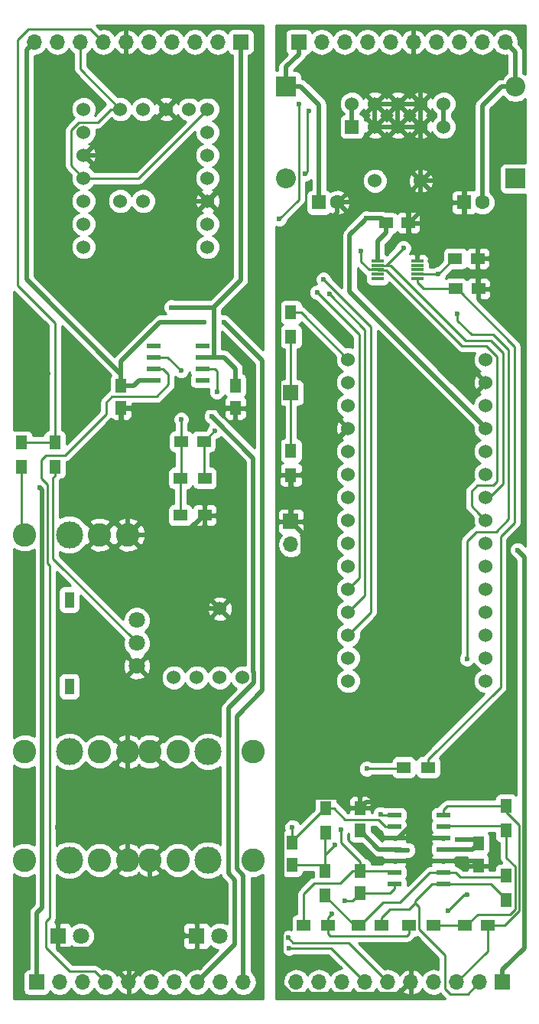
<source format=gbr>
G04 #@! TF.FileFunction,Copper,L1,Top,Signal*
%FSLAX46Y46*%
G04 Gerber Fmt 4.6, Leading zero omitted, Abs format (unit mm)*
G04 Created by KiCad (PCBNEW 4.0.7-e2-6376~58~ubuntu16.04.1) date Sun Jan 21 21:33:49 2018*
%MOMM*%
%LPD*%
G01*
G04 APERTURE LIST*
%ADD10C,0.100000*%
%ADD11C,1.524000*%
%ADD12R,1.600000X1.600000*%
%ADD13C,1.600000*%
%ADD14R,1.500000X1.250000*%
%ADD15R,1.250000X1.500000*%
%ADD16R,2.200000X2.200000*%
%ADD17O,2.200000X2.200000*%
%ADD18R,1.800000X1.800000*%
%ADD19C,1.800000*%
%ADD20R,1.700000X1.700000*%
%ADD21O,1.700000X1.700000*%
%ADD22C,3.000000*%
%ADD23C,2.600000*%
%ADD24R,1.524000X1.524000*%
%ADD25R,1.300000X1.500000*%
%ADD26R,1.500000X1.300000*%
%ADD27R,1.100000X1.800000*%
%ADD28R,1.400000X0.300000*%
%ADD29R,1.550000X0.600000*%
%ADD30R,1.500000X0.600000*%
%ADD31C,0.600000*%
%ADD32C,0.508000*%
%ADD33C,0.250000*%
%ADD34C,0.254000*%
G04 APERTURE END LIST*
D10*
D11*
X78530000Y-89020000D03*
X78530000Y-91560000D03*
X78530000Y-94100000D03*
X78530000Y-96640000D03*
X78530000Y-99180000D03*
X78530000Y-101720000D03*
X78530000Y-104260000D03*
X78530000Y-106800000D03*
X78530000Y-109340000D03*
X78530000Y-111880000D03*
X78530000Y-114420000D03*
X78530000Y-116960000D03*
X78530000Y-119500000D03*
X78530000Y-122040000D03*
X78530000Y-124580000D03*
X93770000Y-124580000D03*
X93770000Y-122040000D03*
X93770000Y-119500000D03*
X93770000Y-116960000D03*
X93770000Y-114420000D03*
X93770000Y-111880000D03*
X93770000Y-109340000D03*
X93770000Y-106800000D03*
X93770000Y-104260000D03*
X93770000Y-101720000D03*
X93770000Y-99180000D03*
X93770000Y-96640000D03*
X93770000Y-94100000D03*
X93770000Y-91560000D03*
X93770000Y-89020000D03*
D12*
X75300000Y-71650000D03*
D13*
X77300000Y-71650000D03*
D12*
X91400000Y-71650000D03*
D13*
X93400000Y-71650000D03*
D14*
X82700000Y-73900000D03*
X85200000Y-73900000D03*
X90450000Y-81200000D03*
X92950000Y-81200000D03*
D11*
X81510000Y-69250000D03*
X86590000Y-69250000D03*
D14*
X90400000Y-77850000D03*
X92900000Y-77850000D03*
D15*
X53400000Y-91900000D03*
X53400000Y-94400000D03*
X66050000Y-94400000D03*
X66050000Y-91900000D03*
X92950000Y-142550000D03*
X92950000Y-145050000D03*
X79850000Y-138650000D03*
X79850000Y-141150000D03*
X72300000Y-144950000D03*
X72300000Y-142450000D03*
X79900000Y-148100000D03*
X79900000Y-145600000D03*
D14*
X82200000Y-151650000D03*
X79700000Y-151650000D03*
X94000000Y-151650000D03*
X91500000Y-151650000D03*
X62550000Y-98100000D03*
X60050000Y-98100000D03*
D16*
X71650000Y-58800000D03*
D17*
X71650000Y-68960000D03*
D16*
X97050000Y-69000000D03*
D17*
X97050000Y-58840000D03*
D18*
X46400000Y-152800000D03*
D19*
X48940000Y-152800000D03*
D18*
X61750000Y-152800000D03*
D19*
X64290000Y-152800000D03*
D11*
X49254000Y-68950000D03*
X49254000Y-66410000D03*
X49254000Y-63870000D03*
X49254000Y-61330000D03*
X49254000Y-71490000D03*
X49254000Y-74030000D03*
X49254000Y-76570000D03*
X53318000Y-61330000D03*
X55858000Y-61330000D03*
X58398000Y-61330000D03*
X60938000Y-61330000D03*
X53318000Y-71490000D03*
X55858000Y-71490000D03*
X62970000Y-68950000D03*
X62970000Y-66410000D03*
X62970000Y-63870000D03*
X62970000Y-61330000D03*
X62970000Y-71490000D03*
X62970000Y-74030000D03*
X62970000Y-76570000D03*
D20*
X72200000Y-106950000D03*
D21*
X72200000Y-109490000D03*
D20*
X72200000Y-92700000D03*
D22*
X47650000Y-108400000D03*
D23*
X42730000Y-108400000D03*
X51030000Y-108400000D03*
X54130000Y-108400000D03*
D11*
X84050000Y-60730000D03*
X86590000Y-60730000D03*
X89130000Y-60730000D03*
X81510000Y-60730000D03*
X78970000Y-60730000D03*
D24*
X78970000Y-63270000D03*
D11*
X81510000Y-63270000D03*
X84050000Y-63270000D03*
X86590000Y-63270000D03*
X89130000Y-63270000D03*
D22*
X47650000Y-144400000D03*
D23*
X42730000Y-144400000D03*
X51030000Y-144400000D03*
X54130000Y-144400000D03*
D22*
X63050000Y-144400000D03*
D23*
X67970000Y-144400000D03*
X59670000Y-144400000D03*
X56570000Y-144400000D03*
D22*
X47650000Y-132400000D03*
D23*
X42730000Y-132400000D03*
X51030000Y-132400000D03*
X54130000Y-132400000D03*
D22*
X63050000Y-132400000D03*
D23*
X67970000Y-132400000D03*
X59670000Y-132400000D03*
X56570000Y-132400000D03*
D25*
X72200000Y-99100000D03*
X72200000Y-101800000D03*
X72200000Y-83800000D03*
X72200000Y-86500000D03*
D26*
X59950000Y-106250000D03*
X62650000Y-106250000D03*
X62650000Y-102150000D03*
X59950000Y-102150000D03*
D25*
X42350000Y-98200000D03*
X42350000Y-100900000D03*
X46050000Y-98200000D03*
X46050000Y-100900000D03*
D26*
X84700000Y-134150000D03*
X87400000Y-134150000D03*
D25*
X76050000Y-141350000D03*
X76050000Y-138650000D03*
D26*
X76300000Y-151650000D03*
X73600000Y-151650000D03*
D25*
X76000000Y-148300000D03*
X76000000Y-145600000D03*
D26*
X88000000Y-151650000D03*
X85300000Y-151650000D03*
D25*
X96050000Y-148850000D03*
X96050000Y-146150000D03*
X96050000Y-138400000D03*
X96050000Y-141100000D03*
D19*
X55150000Y-122940000D03*
X55150000Y-117860000D03*
D27*
X47650000Y-125200000D03*
X47650000Y-115600000D03*
D19*
X55150000Y-120400000D03*
D11*
X64320000Y-124210000D03*
X66860000Y-124210000D03*
X61780000Y-124210000D03*
X59240000Y-124210000D03*
X64320000Y-116590000D03*
D28*
X81800000Y-78100000D03*
X81800000Y-78600000D03*
X81800000Y-79100000D03*
X81800000Y-79600000D03*
X81800000Y-80100000D03*
X86200000Y-80100000D03*
X86200000Y-79600000D03*
X86200000Y-79100000D03*
X86200000Y-78600000D03*
X86200000Y-78100000D03*
D29*
X57000000Y-87495000D03*
X57000000Y-88765000D03*
X57000000Y-90035000D03*
X57000000Y-91305000D03*
X62400000Y-91305000D03*
X62400000Y-90035000D03*
X62400000Y-88765000D03*
X62400000Y-87495000D03*
D30*
X83675000Y-139415000D03*
X83675000Y-140685000D03*
X83675000Y-141955000D03*
X83675000Y-143225000D03*
X83675000Y-144495000D03*
X83675000Y-145765000D03*
X83675000Y-147035000D03*
X89075000Y-147035000D03*
X89075000Y-145765000D03*
X89075000Y-144495000D03*
X89075000Y-143225000D03*
X89075000Y-141955000D03*
X89075000Y-140685000D03*
X89075000Y-139415000D03*
D20*
X73050000Y-53900000D03*
D21*
X75590000Y-53900000D03*
X78130000Y-53900000D03*
X80670000Y-53900000D03*
X83210000Y-53900000D03*
X85750000Y-53900000D03*
X88290000Y-53900000D03*
X90830000Y-53900000D03*
X93370000Y-53900000D03*
X95910000Y-53900000D03*
D20*
X95650000Y-157900000D03*
D21*
X93110000Y-157900000D03*
X90570000Y-157900000D03*
X88030000Y-157900000D03*
X85490000Y-157900000D03*
X82950000Y-157900000D03*
X80410000Y-157900000D03*
X77870000Y-157900000D03*
X75330000Y-157900000D03*
X72790000Y-157900000D03*
D20*
X66650000Y-53900000D03*
D21*
X64110000Y-53900000D03*
X61570000Y-53900000D03*
X59030000Y-53900000D03*
X56490000Y-53900000D03*
X53950000Y-53900000D03*
X51410000Y-53900000D03*
X48870000Y-53900000D03*
X46330000Y-53900000D03*
X43790000Y-53900000D03*
D20*
X44050000Y-157900000D03*
D21*
X46590000Y-157900000D03*
X49130000Y-157900000D03*
X51670000Y-157900000D03*
X54210000Y-157900000D03*
X56750000Y-157900000D03*
X59290000Y-157900000D03*
X61830000Y-157900000D03*
X64370000Y-157900000D03*
X66910000Y-157900000D03*
D31*
X44400000Y-103200000D03*
X58950000Y-83250000D03*
X97300000Y-110100000D03*
X85150000Y-143300000D03*
X46310200Y-140752600D03*
X43020900Y-140333500D03*
X43706700Y-135710700D03*
X51517200Y-128801900D03*
X42754200Y-126122200D03*
X42830400Y-112101400D03*
X43300000Y-90549500D03*
X50933000Y-97852000D03*
X48062800Y-92505300D03*
X47999300Y-90613000D03*
X45294200Y-90587600D03*
X90145520Y-133244360D03*
X93056360Y-133274840D03*
X93086840Y-136155200D03*
X74338079Y-137445999D03*
X82563620Y-137884940D03*
X82507740Y-136180600D03*
X76863860Y-134979180D03*
X73550000Y-114778560D03*
X73457720Y-116815640D03*
X74676920Y-116815640D03*
X74684540Y-114750620D03*
X51400000Y-79350000D03*
X62600000Y-84900000D03*
X64800000Y-84900000D03*
X90600000Y-142100000D03*
X80550000Y-73400000D03*
X82124654Y-139320711D03*
X77100000Y-142700000D03*
X78150000Y-148950000D03*
X76700000Y-150350000D03*
X80600000Y-134300000D03*
X77750000Y-141000000D03*
X63750000Y-96950000D03*
X64000000Y-92600000D03*
X60050000Y-90250000D03*
X60050000Y-95650000D03*
X63400000Y-95300000D03*
X88525000Y-79600000D03*
X90650000Y-84000000D03*
X91700000Y-122150000D03*
X91700000Y-148200000D03*
X89600000Y-150000000D03*
X72341949Y-140741949D03*
X71900000Y-153000000D03*
X72000000Y-154150000D03*
X73075001Y-60775001D03*
X70900000Y-73500000D03*
X74150000Y-61500000D03*
X73750000Y-68500000D03*
X75100000Y-81600000D03*
X76450000Y-81800000D03*
X75800000Y-80150000D03*
X79950000Y-77050000D03*
X84650000Y-76700000D03*
D32*
X44050000Y-157900000D02*
X44050000Y-150250000D01*
X44050000Y-150250000D02*
X44650000Y-149650000D01*
X44650000Y-149650000D02*
X44650000Y-103450000D01*
X44650000Y-103450000D02*
X44500000Y-103300000D01*
X44500000Y-103300000D02*
X44400000Y-103200000D01*
X97300000Y-110100000D02*
X98054022Y-110854022D01*
X95650000Y-156542000D02*
X95650000Y-157900000D01*
X98054022Y-154137978D02*
X95650000Y-156542000D01*
X98054022Y-110854022D02*
X98054022Y-154137978D01*
X58950000Y-83250000D02*
X63648722Y-83250000D01*
X63648722Y-83250000D02*
X63683000Y-83215722D01*
X63683000Y-83215722D02*
X63683000Y-88765000D01*
X66650000Y-80248722D02*
X63683000Y-83215722D01*
X66650000Y-53900000D02*
X66650000Y-80248722D01*
X85150000Y-143300000D02*
X83750000Y-143300000D01*
X83750000Y-143300000D02*
X83675000Y-143225000D01*
X79850000Y-141150000D02*
X81925000Y-143225000D01*
X81925000Y-143225000D02*
X83675000Y-143225000D01*
X64765000Y-88765000D02*
X66050000Y-90050000D01*
X66050000Y-90050000D02*
X66050000Y-91900000D01*
X63683000Y-88765000D02*
X64765000Y-88765000D01*
X62400000Y-88765000D02*
X63683000Y-88765000D01*
X71650000Y-58800000D02*
X73258000Y-58800000D01*
X73258000Y-58800000D02*
X75300000Y-60842000D01*
X75300000Y-60842000D02*
X75300000Y-70342000D01*
X75300000Y-70342000D02*
X75300000Y-71650000D01*
X71650000Y-56658000D02*
X71650000Y-58800000D01*
X73050000Y-53900000D02*
X73050000Y-55258000D01*
X73050000Y-55258000D02*
X71650000Y-56658000D01*
X47211900Y-141654300D02*
X54130000Y-141654300D01*
X46310200Y-140752600D02*
X47211900Y-141654300D01*
X43020900Y-136396500D02*
X43020900Y-140333500D01*
X43706700Y-135710700D02*
X43020900Y-136396500D01*
X51631500Y-128916200D02*
X54130000Y-128916200D01*
X51517200Y-128801900D02*
X51631500Y-128916200D01*
X42754200Y-112177600D02*
X42754200Y-126122200D01*
X42830400Y-112101400D02*
X42754200Y-112177600D01*
X53400000Y-97817100D02*
X53200000Y-98017100D01*
X51098100Y-98017100D02*
X53200000Y-98017100D01*
X50933000Y-97852000D02*
X51098100Y-98017100D01*
X48062800Y-90676500D02*
X48062800Y-92505300D01*
X47999300Y-90613000D02*
X48062800Y-90676500D01*
X43338100Y-90587600D02*
X45294200Y-90587600D01*
X43338100Y-90587600D02*
X43300000Y-90549500D01*
X82507740Y-136180600D02*
X93061440Y-136180600D01*
X93025880Y-133244360D02*
X90145520Y-133244360D01*
X93056360Y-133274840D02*
X93025880Y-133244360D01*
X93061440Y-136180600D02*
X93086840Y-136155200D01*
X78065280Y-136180600D02*
X82507740Y-136180600D01*
X76863860Y-134979180D02*
X78065280Y-136180600D01*
X82563620Y-137884940D02*
X82563620Y-137950000D01*
X82563620Y-137950000D02*
X82563620Y-137884940D01*
X82563620Y-137884940D02*
X82563620Y-137950000D01*
X74676920Y-114758240D02*
X74676920Y-116815640D01*
X74684540Y-114750620D02*
X74676920Y-114758240D01*
X73457720Y-116815640D02*
X73550000Y-116815640D01*
X73550000Y-116815640D02*
X73457720Y-116815640D01*
X73457720Y-116815640D02*
X73550000Y-116815640D01*
X46400000Y-152800000D02*
X46400000Y-154208000D01*
X46400000Y-154208000D02*
X46446001Y-154254001D01*
X46446001Y-154254001D02*
X50564001Y-154254001D01*
X50564001Y-154254001D02*
X53360001Y-157050001D01*
X53360001Y-157050001D02*
X54210000Y-157900000D01*
X60492000Y-152800000D02*
X59310000Y-152800000D01*
X61750000Y-152800000D02*
X60492000Y-152800000D01*
X56570000Y-148878000D02*
X56570000Y-144400000D01*
X54130000Y-144400000D02*
X56570000Y-144400000D01*
X85750000Y-53900000D02*
X85750000Y-57000000D01*
X85750000Y-57000000D02*
X86590000Y-57840000D01*
X86590000Y-57840000D02*
X86590000Y-60730000D01*
X59260000Y-71490000D02*
X62970000Y-71490000D01*
X51400000Y-79350000D02*
X59260000Y-71490000D01*
X58398000Y-61330000D02*
X59778000Y-59950000D01*
X63731999Y-70728001D02*
X62970000Y-71490000D01*
X59778000Y-59950000D02*
X63700000Y-59950000D01*
X63700000Y-59950000D02*
X64500000Y-60750000D01*
X64500000Y-60750000D02*
X64500000Y-69960000D01*
X64500000Y-69960000D02*
X63731999Y-70728001D01*
X72200000Y-106950000D02*
X73550000Y-108300000D01*
X73550000Y-108300000D02*
X73550000Y-114778560D01*
X73550000Y-114778560D02*
X73550000Y-116815640D01*
X73550000Y-116815640D02*
X73550000Y-136657920D01*
X73550000Y-136657920D02*
X74338079Y-137445999D01*
X54130000Y-102180000D02*
X53400000Y-101450000D01*
X53400000Y-101450000D02*
X53400000Y-97817100D01*
X53400000Y-97817100D02*
X53400000Y-94400000D01*
X54130000Y-108400000D02*
X54130000Y-102180000D01*
X84640001Y-158749999D02*
X85490000Y-157900000D01*
X72164079Y-159204001D02*
X84185999Y-159204001D01*
X84185999Y-159204001D02*
X84640001Y-158749999D01*
X74338079Y-137445999D02*
X71220999Y-140563079D01*
X71145999Y-158185921D02*
X72164079Y-159204001D01*
X71220999Y-140563079D02*
X71220999Y-152563079D01*
X71220999Y-152563079D02*
X71145999Y-152638079D01*
X71145999Y-152638079D02*
X71145999Y-158185921D01*
X77512999Y-137445999D02*
X74338079Y-137445999D01*
X79850000Y-138650000D02*
X78717000Y-138650000D01*
X78717000Y-138650000D02*
X77512999Y-137445999D01*
X83675000Y-141955000D02*
X84125000Y-141955000D01*
X85100000Y-137950000D02*
X82563620Y-137950000D01*
X82563620Y-137950000D02*
X80550000Y-137950000D01*
X84125000Y-141955000D02*
X85700000Y-140380000D01*
X80550000Y-137950000D02*
X79850000Y-138650000D01*
X85700000Y-140380000D02*
X85700000Y-138550000D01*
X85700000Y-138550000D02*
X85100000Y-137950000D01*
X86590000Y-63270000D02*
X86590000Y-69250000D01*
X84050000Y-63270000D02*
X86590000Y-63270000D01*
X81510000Y-63270000D02*
X84050000Y-63270000D01*
X84050000Y-60730000D02*
X86590000Y-60730000D01*
X81510000Y-60730000D02*
X84050000Y-60730000D01*
X72200000Y-101800000D02*
X71042000Y-101800000D01*
X71042000Y-101800000D02*
X70895999Y-101653999D01*
X70895999Y-101653999D02*
X70895999Y-79185371D01*
X70895999Y-79185371D02*
X77300000Y-72781370D01*
X77300000Y-72781370D02*
X77300000Y-71650000D01*
X85200000Y-73900000D02*
X85200000Y-75033000D01*
X85200000Y-75033000D02*
X86200000Y-76033000D01*
X86200000Y-76033000D02*
X86200000Y-77995999D01*
X89075000Y-144495000D02*
X92395000Y-144495000D01*
X92395000Y-144495000D02*
X92950000Y-145050000D01*
X86450000Y-141955000D02*
X89075000Y-141955000D01*
X84933000Y-141955000D02*
X86450000Y-141955000D01*
X83675000Y-144495000D02*
X86400000Y-144495000D01*
X86400000Y-144495000D02*
X89075000Y-144495000D01*
X86450000Y-141955000D02*
X86450000Y-144445000D01*
X86450000Y-144445000D02*
X86400000Y-144495000D01*
X83675000Y-141955000D02*
X84933000Y-141955000D01*
X54210000Y-157900000D02*
X59310000Y-152800000D01*
X56570000Y-148878000D02*
X60492000Y-152800000D01*
X54130000Y-132400000D02*
X54130000Y-134238477D01*
X54130000Y-134238477D02*
X54130000Y-141654300D01*
X54130000Y-141654300D02*
X54130000Y-144400000D01*
X55200000Y-122940000D02*
X54130000Y-124010000D01*
X54130000Y-124010000D02*
X54130000Y-128916200D01*
X54130000Y-128916200D02*
X54130000Y-132400000D01*
X49254000Y-66410000D02*
X53318000Y-66410000D01*
X53318000Y-66410000D02*
X58398000Y-61330000D01*
X53950000Y-53900000D02*
X53950000Y-56882000D01*
X53950000Y-56882000D02*
X58398000Y-61330000D01*
X54130000Y-132400000D02*
X56570000Y-132400000D01*
X60490000Y-117610000D02*
X61510000Y-116590000D01*
X61510000Y-116590000D02*
X64320000Y-116590000D01*
X60490000Y-117650000D02*
X60490000Y-117610000D01*
X55200000Y-122940000D02*
X60490000Y-117650000D01*
X60400000Y-108400000D02*
X60400000Y-112670000D01*
X60400000Y-112670000D02*
X64320000Y-116590000D01*
X54130000Y-108400000D02*
X60400000Y-108400000D01*
X60400000Y-108400000D02*
X62550000Y-106250000D01*
X62550000Y-106250000D02*
X62650000Y-106250000D01*
X72200000Y-101800000D02*
X72200000Y-103058000D01*
X72200000Y-103058000D02*
X72200000Y-106950000D01*
X76200000Y-98970000D02*
X78530000Y-96640000D01*
X72200000Y-101800000D02*
X73370000Y-101800000D01*
X73370000Y-101800000D02*
X76200000Y-98970000D01*
X92900000Y-77850000D02*
X92900000Y-81150000D01*
X92900000Y-81150000D02*
X92950000Y-81200000D01*
X92900000Y-74458000D02*
X92900000Y-77850000D01*
X91400000Y-71650000D02*
X91400000Y-72958000D01*
X91400000Y-72958000D02*
X92900000Y-74458000D01*
X53400000Y-94400000D02*
X54533000Y-94400000D01*
X54533000Y-94400000D02*
X66050000Y-94400000D01*
X77300000Y-71650000D02*
X84083000Y-71650000D01*
X84083000Y-71650000D02*
X85200000Y-72767000D01*
X85200000Y-72767000D02*
X85200000Y-73900000D01*
X86590000Y-69250000D02*
X86590000Y-72635000D01*
X86590000Y-72635000D02*
X85325000Y-73900000D01*
X85325000Y-73900000D02*
X85200000Y-73900000D01*
X86590000Y-69250000D02*
X90308000Y-69250000D01*
X90308000Y-69250000D02*
X91400000Y-70342000D01*
X91400000Y-70342000D02*
X91400000Y-71650000D01*
X86590000Y-60730000D02*
X86590000Y-63270000D01*
X84050000Y-60730000D02*
X84050000Y-63270000D01*
X81510000Y-63270000D02*
X81510000Y-60730000D01*
X53400000Y-91900000D02*
X54800000Y-91900000D01*
X54800000Y-91900000D02*
X55395000Y-91305000D01*
X55395000Y-91305000D02*
X57000000Y-91305000D01*
X66910000Y-157900000D02*
X66950000Y-157860000D01*
X66950000Y-157860000D02*
X66950000Y-146125922D01*
X66950000Y-146125922D02*
X66215999Y-145391921D01*
X66215999Y-145391921D02*
X66215999Y-128484001D01*
X69050000Y-125650000D02*
X69050000Y-89150000D01*
X66200000Y-128500000D02*
X69050000Y-125650000D01*
X69050000Y-89150000D02*
X64800000Y-84900000D01*
X53400000Y-90642000D02*
X53400000Y-91100000D01*
X53400000Y-91100000D02*
X53400000Y-91900000D01*
X62600000Y-84900000D02*
X57702798Y-84900000D01*
X57702798Y-84900000D02*
X53400000Y-89202798D01*
X53400000Y-89202798D02*
X53400000Y-91100000D01*
X90600000Y-142100000D02*
X92500000Y-142100000D01*
X92500000Y-142100000D02*
X92950000Y-142550000D01*
X92950000Y-142550000D02*
X92275000Y-143225000D01*
X92275000Y-143225000D02*
X89075000Y-143225000D01*
X43790000Y-53900000D02*
X42940001Y-54749999D01*
X42940001Y-54749999D02*
X42940001Y-80182001D01*
X42940001Y-80182001D02*
X53400000Y-90642000D01*
X97050000Y-58840000D02*
X95494366Y-58840000D01*
X95494366Y-58840000D02*
X93400000Y-60934366D01*
X93400000Y-60934366D02*
X93400000Y-70518630D01*
X93400000Y-70518630D02*
X93400000Y-71650000D01*
X95910000Y-53900000D02*
X97050000Y-55040000D01*
X97050000Y-55040000D02*
X97050000Y-58840000D01*
X93770000Y-96640000D02*
X93780000Y-96650000D01*
X93780000Y-96650000D02*
X93780000Y-96580000D01*
X93780000Y-96580000D02*
X78700000Y-81500000D01*
X78700000Y-81500000D02*
X78700000Y-75250000D01*
X78700000Y-75250000D02*
X80250001Y-73699999D01*
X80250001Y-73699999D02*
X80550000Y-73400000D01*
X82700000Y-73900000D02*
X82700000Y-75033000D01*
X82700000Y-75033000D02*
X81800000Y-75933000D01*
X81800000Y-75933000D02*
X81800000Y-77995999D01*
X80550000Y-73400000D02*
X82200000Y-73400000D01*
X82200000Y-73400000D02*
X82700000Y-73900000D01*
D33*
X90450000Y-81200000D02*
X90575000Y-81200000D01*
X90575000Y-81200000D02*
X96950000Y-87575000D01*
X96950000Y-87575000D02*
X96950000Y-107050000D01*
X96950000Y-107050000D02*
X95400000Y-108600000D01*
X95400000Y-108600000D02*
X95400000Y-125250000D01*
X95400000Y-125250000D02*
X87400000Y-133250000D01*
X87400000Y-133250000D02*
X87400000Y-134150000D01*
X90450000Y-81200000D02*
X86900000Y-81200000D01*
X86900000Y-81200000D02*
X86200000Y-80500000D01*
X86200000Y-80500000D02*
X86200000Y-80100000D01*
X82218943Y-139415000D02*
X82124654Y-139320711D01*
X83675000Y-139415000D02*
X82218943Y-139415000D01*
X77100000Y-142700000D02*
X76000000Y-143800000D01*
X76000000Y-143800000D02*
X76000000Y-145600000D01*
X72300000Y-144950000D02*
X75350000Y-144950000D01*
X75350000Y-144950000D02*
X76000000Y-145600000D01*
X76000000Y-145600000D02*
X76000000Y-141400000D01*
X76000000Y-141400000D02*
X76050000Y-141350000D01*
X78150000Y-148950000D02*
X79050000Y-148950000D01*
X79050000Y-148950000D02*
X79900000Y-148100000D01*
X76300000Y-151650000D02*
X76300000Y-150750000D01*
X76300000Y-150750000D02*
X76700000Y-150350000D01*
X85300000Y-151650000D02*
X85300000Y-152550000D01*
X85300000Y-152550000D02*
X85050000Y-152800000D01*
X85050000Y-152800000D02*
X76550000Y-152800000D01*
X76550000Y-152800000D02*
X76300000Y-152550000D01*
X76300000Y-152550000D02*
X76300000Y-151650000D01*
X79900000Y-148100000D02*
X83160000Y-148100000D01*
X83160000Y-148100000D02*
X83675000Y-147585000D01*
X83675000Y-147585000D02*
X83675000Y-147035000D01*
X73600000Y-151650000D02*
X73600000Y-148150000D01*
X73600000Y-148150000D02*
X74750000Y-147000000D01*
X74750000Y-147000000D02*
X77625000Y-147000000D01*
X77625000Y-147000000D02*
X79025000Y-145600000D01*
X79025000Y-145600000D02*
X79900000Y-145600000D01*
X80600000Y-134300000D02*
X84550000Y-134300000D01*
X84550000Y-134300000D02*
X84700000Y-134150000D01*
X77750000Y-142450000D02*
X77750000Y-141000000D01*
X79900000Y-145600000D02*
X79900000Y-144600000D01*
X79900000Y-144600000D02*
X77750000Y-142450000D01*
X79900000Y-145600000D02*
X83510000Y-145600000D01*
X83510000Y-145600000D02*
X83675000Y-145765000D01*
X79700000Y-151650000D02*
X79825000Y-151650000D01*
X79825000Y-151650000D02*
X82375000Y-149100000D01*
X82375000Y-149100000D02*
X84250000Y-149100000D01*
X84250000Y-149100000D02*
X87585000Y-145765000D01*
X87585000Y-145765000D02*
X89075000Y-145765000D01*
X89075000Y-145765000D02*
X90415000Y-145765000D01*
X90415000Y-145765000D02*
X90950000Y-146300000D01*
X90950000Y-146300000D02*
X95900000Y-146300000D01*
X95900000Y-146300000D02*
X96050000Y-146150000D01*
X76000000Y-148300000D02*
X76000000Y-148400000D01*
X76000000Y-148400000D02*
X79250000Y-151650000D01*
X79250000Y-151650000D02*
X79700000Y-151650000D01*
X96050000Y-141100000D02*
X95600000Y-140650000D01*
X95600000Y-140650000D02*
X89110000Y-140650000D01*
X89110000Y-140650000D02*
X89075000Y-140685000D01*
X96050000Y-141100000D02*
X96050000Y-144164998D01*
X96050000Y-144164998D02*
X97025001Y-145139999D01*
X97025001Y-145139999D02*
X97025001Y-149860001D01*
X97025001Y-149860001D02*
X96485002Y-150400000D01*
X96485002Y-150400000D02*
X92875000Y-150400000D01*
X92875000Y-150400000D02*
X91625000Y-151650000D01*
X91625000Y-151650000D02*
X91500000Y-151650000D01*
X88000000Y-151650000D02*
X91500000Y-151650000D01*
X62400000Y-90035000D02*
X63735000Y-90035000D01*
X63735000Y-90035000D02*
X64000000Y-90300000D01*
X64000000Y-90300000D02*
X64000000Y-92600000D01*
X63750000Y-96950000D02*
X63700000Y-96950000D01*
X63700000Y-96950000D02*
X62550000Y-98100000D01*
X62550000Y-98100000D02*
X62550000Y-102050000D01*
X62550000Y-102050000D02*
X62650000Y-102150000D01*
X60050000Y-90250000D02*
X58565000Y-88765000D01*
X58565000Y-88765000D02*
X57000000Y-88765000D01*
X60050000Y-98100000D02*
X60050000Y-95650000D01*
X59950000Y-102150000D02*
X59950000Y-106250000D01*
X60050000Y-98100000D02*
X60050000Y-102050000D01*
X60050000Y-102050000D02*
X59950000Y-102150000D01*
X72200000Y-83800000D02*
X73310000Y-83800000D01*
X73310000Y-83800000D02*
X78530000Y-89020000D01*
D32*
X61830000Y-157900000D02*
X66000000Y-153730000D01*
X66000000Y-153730000D02*
X66000000Y-146600000D01*
X65300000Y-127569682D02*
X68076001Y-124793681D01*
X66000000Y-146600000D02*
X65300000Y-145900000D01*
X65300000Y-145900000D02*
X65300000Y-127569682D01*
X68076001Y-124793681D02*
X68076001Y-123626319D01*
X68076001Y-123626319D02*
X68041989Y-123592307D01*
X68041989Y-123592307D02*
X68041989Y-99941989D01*
X68041989Y-99941989D02*
X63699999Y-95599999D01*
X63699999Y-95599999D02*
X63400000Y-95300000D01*
X78970000Y-60730000D02*
X78970000Y-63270000D01*
X89130000Y-60730000D02*
X89130000Y-63270000D01*
D33*
X72200000Y-92700000D02*
X72200000Y-99100000D01*
X72200000Y-92700000D02*
X72200000Y-86500000D01*
X42350000Y-100900000D02*
X42350000Y-108020000D01*
X42350000Y-108020000D02*
X42730000Y-108400000D01*
X55200000Y-120400000D02*
X45824999Y-111024999D01*
X45824999Y-111024999D02*
X45824999Y-102125001D01*
X45824999Y-102125001D02*
X46050000Y-101900000D01*
X46050000Y-101900000D02*
X46050000Y-100900000D01*
X91700000Y-122150000D02*
X91700000Y-109150000D01*
X91700000Y-109150000D02*
X92750000Y-108100000D01*
X92750000Y-108100000D02*
X94900000Y-108100000D01*
X94900000Y-108100000D02*
X96300000Y-106700000D01*
X96300000Y-106700000D02*
X96300000Y-87950000D01*
X96300000Y-87950000D02*
X94600000Y-86250000D01*
X94600000Y-86250000D02*
X92200000Y-86250000D01*
X92200000Y-86250000D02*
X90650000Y-84700000D01*
X90650000Y-84700000D02*
X90650000Y-84000000D01*
X91400000Y-148200000D02*
X91700000Y-148200000D01*
X89600000Y-150000000D02*
X91400000Y-148200000D01*
X90400000Y-77850000D02*
X90275000Y-77850000D01*
X90275000Y-77850000D02*
X88525000Y-79600000D01*
X88525000Y-79600000D02*
X87150000Y-79600000D01*
X87150000Y-79600000D02*
X86200000Y-79600000D01*
X76050000Y-138650000D02*
X76950000Y-138650000D01*
X76950000Y-138650000D02*
X78200000Y-139900000D01*
X78200000Y-139900000D02*
X81890000Y-139900000D01*
X81890000Y-139900000D02*
X82675000Y-140685000D01*
X82675000Y-140685000D02*
X83675000Y-140685000D01*
X72300000Y-142450000D02*
X72300000Y-140783898D01*
X72300000Y-140783898D02*
X72341949Y-140741949D01*
X72300000Y-142450000D02*
X72300000Y-142325000D01*
X72300000Y-142325000D02*
X75975000Y-138650000D01*
X75975000Y-138650000D02*
X76050000Y-138650000D01*
X93110000Y-157900000D02*
X91810000Y-159200000D01*
X91810000Y-159200000D02*
X89850000Y-159200000D01*
X89850000Y-159200000D02*
X89300000Y-158650000D01*
X89300000Y-158650000D02*
X89300000Y-154935002D01*
X89300000Y-154935002D02*
X86375001Y-152010003D01*
X86375001Y-152010003D02*
X86375001Y-149585001D01*
X86375001Y-149585001D02*
X85950000Y-149160000D01*
X85950000Y-149160000D02*
X85950000Y-148900000D01*
X85950000Y-148900000D02*
X87815000Y-147035000D01*
X87815000Y-147035000D02*
X89075000Y-147035000D01*
X85310000Y-149800000D02*
X85950000Y-149160000D01*
X83175000Y-149800000D02*
X85310000Y-149800000D01*
X82200000Y-151650000D02*
X82200000Y-150775000D01*
X82200000Y-150775000D02*
X83175000Y-149800000D01*
X89075000Y-147035000D02*
X94335000Y-147035000D01*
X94335000Y-147035000D02*
X96050000Y-148750000D01*
X96050000Y-148750000D02*
X96050000Y-148850000D01*
X94000000Y-151650000D02*
X95871412Y-151650000D01*
X96050000Y-139114998D02*
X96050000Y-138400000D01*
X95871412Y-151650000D02*
X97475011Y-150046401D01*
X97475011Y-150046401D02*
X97475011Y-140540009D01*
X97475011Y-140540009D02*
X96050000Y-139114998D01*
X90570000Y-157900000D02*
X94000000Y-154470000D01*
X94000000Y-154470000D02*
X94000000Y-151650000D01*
X96050000Y-138400000D02*
X89540000Y-138400000D01*
X89540000Y-138400000D02*
X89075000Y-138865000D01*
X89075000Y-138865000D02*
X89075000Y-139415000D01*
X71900000Y-153000000D02*
X72450000Y-153550000D01*
X72450000Y-153550000D02*
X78600000Y-153550000D01*
X78600000Y-153550000D02*
X82100001Y-157050001D01*
X82100001Y-157050001D02*
X82950000Y-157900000D01*
X72000000Y-154150000D02*
X76660000Y-154150000D01*
X76660000Y-154150000D02*
X80410000Y-157900000D01*
X70900000Y-73500000D02*
X73075001Y-71324999D01*
X73075001Y-71324999D02*
X73075001Y-60775001D01*
X78530000Y-114420000D02*
X79750000Y-113200000D01*
X79750000Y-113200000D02*
X79750000Y-86250000D01*
X79750000Y-86250000D02*
X75100000Y-81600000D01*
X74049999Y-61600001D02*
X74150000Y-61500000D01*
X73750000Y-68500000D02*
X74049999Y-68200001D01*
X74049999Y-68200001D02*
X74049999Y-61600001D01*
X76450000Y-81800000D02*
X80400000Y-85750000D01*
X80400000Y-85750000D02*
X80400000Y-115090000D01*
X80400000Y-115090000D02*
X78530000Y-116960000D01*
X78530000Y-119500000D02*
X81050000Y-116980000D01*
X81050000Y-116980000D02*
X81050000Y-85400000D01*
X81050000Y-85400000D02*
X75800000Y-80150000D01*
X46050000Y-98200000D02*
X46050000Y-84950000D01*
X43100000Y-52450000D02*
X49960000Y-52450000D01*
X49960000Y-52450000D02*
X50560001Y-53050001D01*
X50560001Y-53050001D02*
X51410000Y-53900000D01*
X46050000Y-84950000D02*
X41900000Y-80800000D01*
X41900000Y-80800000D02*
X41900000Y-53650000D01*
X41900000Y-53650000D02*
X43100000Y-52450000D01*
X42350000Y-98200000D02*
X46050000Y-98200000D01*
X51670000Y-157900000D02*
X50494999Y-156724999D01*
X58650000Y-91800000D02*
X58650000Y-90700000D01*
X45024999Y-151225001D02*
X45500000Y-150750000D01*
X47689997Y-156724999D02*
X45024999Y-154060001D01*
X44550000Y-100150000D02*
X45100000Y-99600000D01*
X44550000Y-102150000D02*
X44550000Y-100150000D01*
X45024999Y-154060001D02*
X45024999Y-151225001D01*
X50494999Y-156724999D02*
X47689997Y-156724999D01*
X45249990Y-102849990D02*
X44550000Y-102150000D01*
X45500000Y-150750000D02*
X45500000Y-111850000D01*
X45500000Y-111850000D02*
X45249990Y-111599990D01*
X45249990Y-111599990D02*
X45249990Y-102849990D01*
X45100000Y-99600000D02*
X47200000Y-99600000D01*
X47200000Y-99600000D02*
X51750000Y-95050000D01*
X51750000Y-95050000D02*
X51750000Y-93750000D01*
X51750000Y-93750000D02*
X52350000Y-93150000D01*
X52350000Y-93150000D02*
X57300000Y-93150000D01*
X57300000Y-93150000D02*
X58650000Y-91800000D01*
X58650000Y-90700000D02*
X57985000Y-90035000D01*
X57985000Y-90035000D02*
X57000000Y-90035000D01*
X81800000Y-79100000D02*
X81824999Y-79124999D01*
X95050000Y-102500000D02*
X94600000Y-102950000D01*
X81824999Y-79124999D02*
X82774999Y-79124999D01*
X95050000Y-88691238D02*
X95050000Y-102500000D01*
X82774999Y-79124999D02*
X91150000Y-87500000D01*
X91150000Y-87500000D02*
X93858762Y-87500000D01*
X93858762Y-87500000D02*
X95050000Y-88691238D01*
X94600000Y-102950000D02*
X92850000Y-102950000D01*
X92850000Y-102950000D02*
X92200000Y-103600000D01*
X92200000Y-103600000D02*
X92200000Y-105230000D01*
X92200000Y-105230000D02*
X93008001Y-106038001D01*
X93008001Y-106038001D02*
X93770000Y-106800000D01*
X79950000Y-77050000D02*
X79950000Y-78200000D01*
X79950000Y-78200000D02*
X80850000Y-79100000D01*
X80850000Y-79100000D02*
X81800000Y-79100000D01*
X82750000Y-78600000D02*
X83264997Y-78600000D01*
X83264997Y-78600000D02*
X91564997Y-86900000D01*
X91564997Y-86900000D02*
X94300000Y-86900000D01*
X94300000Y-86900000D02*
X95700000Y-88300000D01*
X95700000Y-88300000D02*
X95700000Y-102750000D01*
X94190000Y-104260000D02*
X93770000Y-104260000D01*
X95700000Y-102750000D02*
X94190000Y-104260000D01*
X81800000Y-78600000D02*
X82750000Y-78600000D01*
X82750000Y-78600000D02*
X84650000Y-76700000D01*
X49254000Y-68950000D02*
X55350000Y-68950000D01*
X55350000Y-68950000D02*
X62970000Y-61330000D01*
X47850000Y-63665238D02*
X47850000Y-67546000D01*
X47850000Y-67546000D02*
X49254000Y-68950000D01*
X53318000Y-61330000D02*
X52240370Y-61330000D01*
X52240370Y-61330000D02*
X50787371Y-62782999D01*
X50787371Y-62782999D02*
X48732239Y-62782999D01*
X48732239Y-62782999D02*
X47850000Y-63665238D01*
X48870000Y-53900000D02*
X48870000Y-56882000D01*
X48870000Y-56882000D02*
X53318000Y-61330000D01*
D34*
G36*
X68161000Y-89518236D02*
X68161000Y-98803764D01*
X64238762Y-94881526D01*
X64193117Y-94771057D01*
X64107959Y-94685750D01*
X64790000Y-94685750D01*
X64790000Y-95276309D01*
X64886673Y-95509698D01*
X65065301Y-95688327D01*
X65298690Y-95785000D01*
X65764250Y-95785000D01*
X65923000Y-95626250D01*
X65923000Y-94527000D01*
X66177000Y-94527000D01*
X66177000Y-95626250D01*
X66335750Y-95785000D01*
X66801310Y-95785000D01*
X67034699Y-95688327D01*
X67213327Y-95509698D01*
X67310000Y-95276309D01*
X67310000Y-94685750D01*
X67151250Y-94527000D01*
X66177000Y-94527000D01*
X65923000Y-94527000D01*
X64948750Y-94527000D01*
X64790000Y-94685750D01*
X64107959Y-94685750D01*
X63930327Y-94507808D01*
X63586799Y-94365162D01*
X63214833Y-94364838D01*
X62871057Y-94506883D01*
X62607808Y-94769673D01*
X62465162Y-95113201D01*
X62464838Y-95485167D01*
X62606883Y-95828943D01*
X62869673Y-96092192D01*
X62981313Y-96138549D01*
X63110255Y-96267491D01*
X62957808Y-96419673D01*
X62817409Y-96757789D01*
X62747638Y-96827560D01*
X61800000Y-96827560D01*
X61564683Y-96871838D01*
X61348559Y-97010910D01*
X61300866Y-97080711D01*
X61264090Y-97023559D01*
X61051890Y-96878569D01*
X60810000Y-96829585D01*
X60810000Y-96212463D01*
X60842192Y-96180327D01*
X60984838Y-95836799D01*
X60985162Y-95464833D01*
X60843117Y-95121057D01*
X60580327Y-94857808D01*
X60236799Y-94715162D01*
X59864833Y-94714838D01*
X59521057Y-94856883D01*
X59257808Y-95119673D01*
X59115162Y-95463201D01*
X59114838Y-95835167D01*
X59256883Y-96178943D01*
X59290000Y-96212118D01*
X59290000Y-96829442D01*
X59064683Y-96871838D01*
X58848559Y-97010910D01*
X58703569Y-97223110D01*
X58652560Y-97475000D01*
X58652560Y-98725000D01*
X58696838Y-98960317D01*
X58835910Y-99176441D01*
X59048110Y-99321431D01*
X59290000Y-99370415D01*
X59290000Y-100852560D01*
X59200000Y-100852560D01*
X58964683Y-100896838D01*
X58748559Y-101035910D01*
X58603569Y-101248110D01*
X58552560Y-101500000D01*
X58552560Y-102800000D01*
X58596838Y-103035317D01*
X58735910Y-103251441D01*
X58948110Y-103396431D01*
X59190000Y-103445415D01*
X59190000Y-104954442D01*
X58964683Y-104996838D01*
X58748559Y-105135910D01*
X58603569Y-105348110D01*
X58552560Y-105600000D01*
X58552560Y-106900000D01*
X58596838Y-107135317D01*
X58735910Y-107351441D01*
X58948110Y-107496431D01*
X59200000Y-107547440D01*
X60700000Y-107547440D01*
X60935317Y-107503162D01*
X61151441Y-107364090D01*
X61296431Y-107151890D01*
X61303191Y-107118510D01*
X61361673Y-107259699D01*
X61540302Y-107438327D01*
X61773691Y-107535000D01*
X62364250Y-107535000D01*
X62523000Y-107376250D01*
X62523000Y-106377000D01*
X62777000Y-106377000D01*
X62777000Y-107376250D01*
X62935750Y-107535000D01*
X63526309Y-107535000D01*
X63759698Y-107438327D01*
X63938327Y-107259699D01*
X64035000Y-107026310D01*
X64035000Y-106535750D01*
X63876250Y-106377000D01*
X62777000Y-106377000D01*
X62523000Y-106377000D01*
X62503000Y-106377000D01*
X62503000Y-106123000D01*
X62523000Y-106123000D01*
X62523000Y-105123750D01*
X62777000Y-105123750D01*
X62777000Y-106123000D01*
X63876250Y-106123000D01*
X64035000Y-105964250D01*
X64035000Y-105473690D01*
X63938327Y-105240301D01*
X63759698Y-105061673D01*
X63526309Y-104965000D01*
X62935750Y-104965000D01*
X62777000Y-105123750D01*
X62523000Y-105123750D01*
X62364250Y-104965000D01*
X61773691Y-104965000D01*
X61540302Y-105061673D01*
X61361673Y-105240301D01*
X61305346Y-105376287D01*
X61303162Y-105364683D01*
X61164090Y-105148559D01*
X60951890Y-105003569D01*
X60710000Y-104954585D01*
X60710000Y-103445558D01*
X60935317Y-103403162D01*
X61151441Y-103264090D01*
X61296431Y-103051890D01*
X61299081Y-103038803D01*
X61435910Y-103251441D01*
X61648110Y-103396431D01*
X61900000Y-103447440D01*
X63400000Y-103447440D01*
X63635317Y-103403162D01*
X63851441Y-103264090D01*
X63996431Y-103051890D01*
X64047440Y-102800000D01*
X64047440Y-101500000D01*
X64003162Y-101264683D01*
X63864090Y-101048559D01*
X63651890Y-100903569D01*
X63400000Y-100852560D01*
X63310000Y-100852560D01*
X63310000Y-99370558D01*
X63535317Y-99328162D01*
X63751441Y-99189090D01*
X63896431Y-98976890D01*
X63947440Y-98725000D01*
X63947440Y-97880091D01*
X64278943Y-97743117D01*
X64432546Y-97589782D01*
X67152989Y-100310225D01*
X67152989Y-122819010D01*
X67139100Y-122813243D01*
X66583339Y-122812758D01*
X66069697Y-123024990D01*
X65676371Y-123417630D01*
X65590051Y-123625512D01*
X65505010Y-123419697D01*
X65112370Y-123026371D01*
X64599100Y-122813243D01*
X64043339Y-122812758D01*
X63529697Y-123024990D01*
X63136371Y-123417630D01*
X63050051Y-123625512D01*
X62965010Y-123419697D01*
X62572370Y-123026371D01*
X62059100Y-122813243D01*
X61503339Y-122812758D01*
X60989697Y-123024990D01*
X60596371Y-123417630D01*
X60510051Y-123625512D01*
X60425010Y-123419697D01*
X60032370Y-123026371D01*
X59519100Y-122813243D01*
X58963339Y-122812758D01*
X58449697Y-123024990D01*
X58056371Y-123417630D01*
X57843243Y-123930900D01*
X57842758Y-124486661D01*
X58054990Y-125000303D01*
X58447630Y-125393629D01*
X58960900Y-125606757D01*
X59516661Y-125607242D01*
X60030303Y-125395010D01*
X60423629Y-125002370D01*
X60509949Y-124794488D01*
X60594990Y-125000303D01*
X60987630Y-125393629D01*
X61500900Y-125606757D01*
X62056661Y-125607242D01*
X62570303Y-125395010D01*
X62963629Y-125002370D01*
X63049949Y-124794488D01*
X63134990Y-125000303D01*
X63527630Y-125393629D01*
X64040900Y-125606757D01*
X64596661Y-125607242D01*
X65110303Y-125395010D01*
X65503629Y-125002370D01*
X65589949Y-124794488D01*
X65674990Y-125000303D01*
X66067630Y-125393629D01*
X66174458Y-125437988D01*
X64671382Y-126941064D01*
X64478671Y-127229476D01*
X64411000Y-127569682D01*
X64411000Y-130741394D01*
X64260959Y-130591091D01*
X63476541Y-130265372D01*
X62627185Y-130264630D01*
X61842200Y-130588980D01*
X61241091Y-131189041D01*
X61227631Y-131221457D01*
X60767521Y-130760543D01*
X60056584Y-130465337D01*
X59286793Y-130464665D01*
X58575342Y-130758630D01*
X58065628Y-131267455D01*
X57939459Y-131210146D01*
X56749605Y-132400000D01*
X57939459Y-133589854D01*
X58066194Y-133532288D01*
X58572479Y-134039457D01*
X59283416Y-134334663D01*
X60053207Y-134335335D01*
X60764658Y-134041370D01*
X61227301Y-133579534D01*
X61238980Y-133607800D01*
X61839041Y-134208909D01*
X62623459Y-134534628D01*
X63472815Y-134535370D01*
X64257800Y-134211020D01*
X64411000Y-134058087D01*
X64411000Y-142741394D01*
X64260959Y-142591091D01*
X63476541Y-142265372D01*
X62627185Y-142264630D01*
X61842200Y-142588980D01*
X61241091Y-143189041D01*
X61227631Y-143221457D01*
X60767521Y-142760543D01*
X60056584Y-142465337D01*
X59286793Y-142464665D01*
X58575342Y-142758630D01*
X58065628Y-143267455D01*
X57939459Y-143210146D01*
X56749605Y-144400000D01*
X57939459Y-145589854D01*
X58066194Y-145532288D01*
X58572479Y-146039457D01*
X59283416Y-146334663D01*
X60053207Y-146335335D01*
X60764658Y-146041370D01*
X61227301Y-145579534D01*
X61238980Y-145607800D01*
X61839041Y-146208909D01*
X62623459Y-146534628D01*
X63472815Y-146535370D01*
X64257800Y-146211020D01*
X64437236Y-146031897D01*
X64478671Y-146240206D01*
X64629627Y-146466127D01*
X64671382Y-146528618D01*
X65111000Y-146968236D01*
X65111000Y-151478835D01*
X64596670Y-151265267D01*
X63986009Y-151264735D01*
X63421629Y-151497932D01*
X63244159Y-151675092D01*
X63188327Y-151540301D01*
X63009698Y-151361673D01*
X62776309Y-151265000D01*
X62035750Y-151265000D01*
X61877000Y-151423750D01*
X61877000Y-152673000D01*
X61897000Y-152673000D01*
X61897000Y-152927000D01*
X61877000Y-152927000D01*
X61877000Y-154176250D01*
X62035750Y-154335000D01*
X62776309Y-154335000D01*
X63009698Y-154238327D01*
X63188327Y-154059699D01*
X63244119Y-153925006D01*
X63419357Y-154100551D01*
X63983330Y-154334733D01*
X64137896Y-154334868D01*
X62044242Y-156428522D01*
X61830000Y-156385907D01*
X61261715Y-156498946D01*
X60779946Y-156820853D01*
X60560000Y-157150026D01*
X60340054Y-156820853D01*
X59858285Y-156498946D01*
X59290000Y-156385907D01*
X58721715Y-156498946D01*
X58239946Y-156820853D01*
X58020000Y-157150026D01*
X57800054Y-156820853D01*
X57318285Y-156498946D01*
X56750000Y-156385907D01*
X56181715Y-156498946D01*
X55699946Y-156820853D01*
X55472298Y-157161553D01*
X55405183Y-157018642D01*
X54976924Y-156628355D01*
X54566890Y-156458524D01*
X54337000Y-156579845D01*
X54337000Y-157773000D01*
X54357000Y-157773000D01*
X54357000Y-158027000D01*
X54337000Y-158027000D01*
X54337000Y-159220155D01*
X54566890Y-159341476D01*
X54976924Y-159171645D01*
X55405183Y-158781358D01*
X55472298Y-158638447D01*
X55699946Y-158979147D01*
X56181715Y-159301054D01*
X56750000Y-159414093D01*
X57318285Y-159301054D01*
X57800054Y-158979147D01*
X58020000Y-158649974D01*
X58239946Y-158979147D01*
X58721715Y-159301054D01*
X59290000Y-159414093D01*
X59858285Y-159301054D01*
X60340054Y-158979147D01*
X60560000Y-158649974D01*
X60779946Y-158979147D01*
X61261715Y-159301054D01*
X61830000Y-159414093D01*
X62398285Y-159301054D01*
X62880054Y-158979147D01*
X63100000Y-158649974D01*
X63319946Y-158979147D01*
X63801715Y-159301054D01*
X64370000Y-159414093D01*
X64938285Y-159301054D01*
X65420054Y-158979147D01*
X65640000Y-158649974D01*
X65859946Y-158979147D01*
X66341715Y-159301054D01*
X66910000Y-159414093D01*
X67478285Y-159301054D01*
X67960054Y-158979147D01*
X68281961Y-158497378D01*
X68395000Y-157929093D01*
X68395000Y-157870907D01*
X68281961Y-157302622D01*
X67960054Y-156820853D01*
X67839000Y-156739967D01*
X67839000Y-146334886D01*
X68353207Y-146335335D01*
X69064658Y-146041370D01*
X69068600Y-146037435D01*
X69068600Y-159715000D01*
X41535000Y-159715000D01*
X41535000Y-145941808D01*
X41632479Y-146039457D01*
X42343416Y-146334663D01*
X43113207Y-146335335D01*
X43761000Y-146067673D01*
X43761000Y-149281764D01*
X43421382Y-149621382D01*
X43228671Y-149909794D01*
X43161000Y-150250000D01*
X43161000Y-156409898D01*
X42964683Y-156446838D01*
X42748559Y-156585910D01*
X42603569Y-156798110D01*
X42552560Y-157050000D01*
X42552560Y-158750000D01*
X42596838Y-158985317D01*
X42735910Y-159201441D01*
X42948110Y-159346431D01*
X43200000Y-159397440D01*
X44900000Y-159397440D01*
X45135317Y-159353162D01*
X45351441Y-159214090D01*
X45496431Y-159001890D01*
X45510086Y-158934459D01*
X45539946Y-158979147D01*
X46021715Y-159301054D01*
X46590000Y-159414093D01*
X47158285Y-159301054D01*
X47640054Y-158979147D01*
X47860000Y-158649974D01*
X48079946Y-158979147D01*
X48561715Y-159301054D01*
X49130000Y-159414093D01*
X49698285Y-159301054D01*
X50180054Y-158979147D01*
X50400000Y-158649974D01*
X50619946Y-158979147D01*
X51101715Y-159301054D01*
X51670000Y-159414093D01*
X52238285Y-159301054D01*
X52720054Y-158979147D01*
X52947702Y-158638447D01*
X53014817Y-158781358D01*
X53443076Y-159171645D01*
X53853110Y-159341476D01*
X54083000Y-159220155D01*
X54083000Y-158027000D01*
X54063000Y-158027000D01*
X54063000Y-157773000D01*
X54083000Y-157773000D01*
X54083000Y-156579845D01*
X53853110Y-156458524D01*
X53443076Y-156628355D01*
X53014817Y-157018642D01*
X52947702Y-157161553D01*
X52720054Y-156820853D01*
X52238285Y-156498946D01*
X51670000Y-156385907D01*
X51303592Y-156458790D01*
X51032400Y-156187598D01*
X50785838Y-156022851D01*
X50494999Y-155964999D01*
X48004799Y-155964999D01*
X46244525Y-154204725D01*
X46273000Y-154176250D01*
X46273000Y-152927000D01*
X46253000Y-152927000D01*
X46253000Y-152673000D01*
X46273000Y-152673000D01*
X46273000Y-151423750D01*
X46527000Y-151423750D01*
X46527000Y-152673000D01*
X46547000Y-152673000D01*
X46547000Y-152927000D01*
X46527000Y-152927000D01*
X46527000Y-154176250D01*
X46685750Y-154335000D01*
X47426309Y-154335000D01*
X47659698Y-154238327D01*
X47838327Y-154059699D01*
X47894119Y-153925006D01*
X48069357Y-154100551D01*
X48633330Y-154334733D01*
X49243991Y-154335265D01*
X49808371Y-154102068D01*
X50240551Y-153670643D01*
X50474733Y-153106670D01*
X50474751Y-153085750D01*
X60215000Y-153085750D01*
X60215000Y-153826310D01*
X60311673Y-154059699D01*
X60490302Y-154238327D01*
X60723691Y-154335000D01*
X61464250Y-154335000D01*
X61623000Y-154176250D01*
X61623000Y-152927000D01*
X60373750Y-152927000D01*
X60215000Y-153085750D01*
X50474751Y-153085750D01*
X50475265Y-152496009D01*
X50242068Y-151931629D01*
X50084405Y-151773690D01*
X60215000Y-151773690D01*
X60215000Y-152514250D01*
X60373750Y-152673000D01*
X61623000Y-152673000D01*
X61623000Y-151423750D01*
X61464250Y-151265000D01*
X60723691Y-151265000D01*
X60490302Y-151361673D01*
X60311673Y-151540301D01*
X60215000Y-151773690D01*
X50084405Y-151773690D01*
X49810643Y-151499449D01*
X49246670Y-151265267D01*
X48636009Y-151264735D01*
X48071629Y-151497932D01*
X47894159Y-151675092D01*
X47838327Y-151540301D01*
X47659698Y-151361673D01*
X47426309Y-151265000D01*
X46685750Y-151265000D01*
X46527000Y-151423750D01*
X46273000Y-151423750D01*
X46114250Y-151265000D01*
X46052369Y-151265000D01*
X46202148Y-151040839D01*
X46260000Y-150750000D01*
X46260000Y-146029555D01*
X46439041Y-146208909D01*
X47223459Y-146534628D01*
X48072815Y-146535370D01*
X48857800Y-146211020D01*
X49458909Y-145610959D01*
X49472369Y-145578543D01*
X49932479Y-146039457D01*
X50643416Y-146334663D01*
X51413207Y-146335335D01*
X52124658Y-146041370D01*
X52634372Y-145532545D01*
X52760541Y-145589854D01*
X53950395Y-144400000D01*
X52760541Y-143210146D01*
X52633806Y-143267712D01*
X52397049Y-143030541D01*
X52940146Y-143030541D01*
X54130000Y-144220395D01*
X54144143Y-144206253D01*
X54323748Y-144385858D01*
X54309605Y-144400000D01*
X54323748Y-144414143D01*
X54144143Y-144593748D01*
X54130000Y-144579605D01*
X52940146Y-145769459D01*
X53075504Y-146067455D01*
X53793880Y-146344066D01*
X54563427Y-146324710D01*
X55184496Y-146067455D01*
X55269673Y-145879935D01*
X55350000Y-145799608D01*
X55430327Y-145879935D01*
X55515504Y-146067455D01*
X56233880Y-146344066D01*
X57003427Y-146324710D01*
X57624496Y-146067455D01*
X57759854Y-145769459D01*
X56570000Y-144579605D01*
X56555858Y-144593748D01*
X56376253Y-144414143D01*
X56390395Y-144400000D01*
X56376253Y-144385858D01*
X56555858Y-144206253D01*
X56570000Y-144220395D01*
X57759854Y-143030541D01*
X57624496Y-142732545D01*
X56906120Y-142455934D01*
X56136573Y-142475290D01*
X55515504Y-142732545D01*
X55430327Y-142920065D01*
X55350000Y-143000392D01*
X55269673Y-142920065D01*
X55184496Y-142732545D01*
X54466120Y-142455934D01*
X53696573Y-142475290D01*
X53075504Y-142732545D01*
X52940146Y-143030541D01*
X52397049Y-143030541D01*
X52127521Y-142760543D01*
X51416584Y-142465337D01*
X50646793Y-142464665D01*
X49935342Y-142758630D01*
X49472699Y-143220466D01*
X49461020Y-143192200D01*
X48860959Y-142591091D01*
X48076541Y-142265372D01*
X47227185Y-142264630D01*
X46442200Y-142588980D01*
X46260000Y-142770862D01*
X46260000Y-134029555D01*
X46439041Y-134208909D01*
X47223459Y-134534628D01*
X48072815Y-134535370D01*
X48857800Y-134211020D01*
X49458909Y-133610959D01*
X49472369Y-133578543D01*
X49932479Y-134039457D01*
X50643416Y-134334663D01*
X51413207Y-134335335D01*
X52124658Y-134041370D01*
X52634372Y-133532545D01*
X52760541Y-133589854D01*
X53950395Y-132400000D01*
X52760541Y-131210146D01*
X52633806Y-131267712D01*
X52397049Y-131030541D01*
X52940146Y-131030541D01*
X54130000Y-132220395D01*
X54144143Y-132206253D01*
X54323748Y-132385858D01*
X54309605Y-132400000D01*
X54323748Y-132414143D01*
X54144143Y-132593748D01*
X54130000Y-132579605D01*
X52940146Y-133769459D01*
X53075504Y-134067455D01*
X53793880Y-134344066D01*
X54563427Y-134324710D01*
X55184496Y-134067455D01*
X55269673Y-133879935D01*
X55350000Y-133799608D01*
X55430327Y-133879935D01*
X55515504Y-134067455D01*
X56233880Y-134344066D01*
X57003427Y-134324710D01*
X57624496Y-134067455D01*
X57759854Y-133769459D01*
X56570000Y-132579605D01*
X56555858Y-132593748D01*
X56376253Y-132414143D01*
X56390395Y-132400000D01*
X56376253Y-132385858D01*
X56555858Y-132206253D01*
X56570000Y-132220395D01*
X57759854Y-131030541D01*
X57624496Y-130732545D01*
X56906120Y-130455934D01*
X56136573Y-130475290D01*
X55515504Y-130732545D01*
X55430327Y-130920065D01*
X55350000Y-131000392D01*
X55269673Y-130920065D01*
X55184496Y-130732545D01*
X54466120Y-130455934D01*
X53696573Y-130475290D01*
X53075504Y-130732545D01*
X52940146Y-131030541D01*
X52397049Y-131030541D01*
X52127521Y-130760543D01*
X51416584Y-130465337D01*
X50646793Y-130464665D01*
X49935342Y-130758630D01*
X49472699Y-131220466D01*
X49461020Y-131192200D01*
X48860959Y-130591091D01*
X48076541Y-130265372D01*
X47227185Y-130264630D01*
X46442200Y-130588980D01*
X46260000Y-130770862D01*
X46260000Y-124300000D01*
X46452560Y-124300000D01*
X46452560Y-126100000D01*
X46496838Y-126335317D01*
X46635910Y-126551441D01*
X46848110Y-126696431D01*
X47100000Y-126747440D01*
X48200000Y-126747440D01*
X48435317Y-126703162D01*
X48651441Y-126564090D01*
X48796431Y-126351890D01*
X48847440Y-126100000D01*
X48847440Y-124300000D01*
X48803162Y-124064683D01*
X48774512Y-124020159D01*
X54249446Y-124020159D01*
X54335852Y-124276643D01*
X54909336Y-124486458D01*
X55519460Y-124460839D01*
X55964148Y-124276643D01*
X56050554Y-124020159D01*
X55150000Y-123119605D01*
X54249446Y-124020159D01*
X48774512Y-124020159D01*
X48664090Y-123848559D01*
X48451890Y-123703569D01*
X48200000Y-123652560D01*
X47100000Y-123652560D01*
X46864683Y-123696838D01*
X46648559Y-123835910D01*
X46503569Y-124048110D01*
X46452560Y-124300000D01*
X46260000Y-124300000D01*
X46260000Y-122699336D01*
X53603542Y-122699336D01*
X53629161Y-123309460D01*
X53813357Y-123754148D01*
X54069841Y-123840554D01*
X54970395Y-122940000D01*
X55329605Y-122940000D01*
X56230159Y-123840554D01*
X56486643Y-123754148D01*
X56696458Y-123180664D01*
X56670839Y-122570540D01*
X56486643Y-122125852D01*
X56230159Y-122039446D01*
X55329605Y-122940000D01*
X54970395Y-122940000D01*
X54069841Y-122039446D01*
X53813357Y-122125852D01*
X53603542Y-122699336D01*
X46260000Y-122699336D01*
X46260000Y-112534802D01*
X47777758Y-114052560D01*
X47100000Y-114052560D01*
X46864683Y-114096838D01*
X46648559Y-114235910D01*
X46503569Y-114448110D01*
X46452560Y-114700000D01*
X46452560Y-116500000D01*
X46496838Y-116735317D01*
X46635910Y-116951441D01*
X46848110Y-117096431D01*
X47100000Y-117147440D01*
X48200000Y-117147440D01*
X48435317Y-117103162D01*
X48651441Y-116964090D01*
X48796431Y-116751890D01*
X48847440Y-116500000D01*
X48847440Y-115122242D01*
X53674905Y-119949707D01*
X53615267Y-120093330D01*
X53614735Y-120703991D01*
X53847932Y-121268371D01*
X54279357Y-121700551D01*
X54300194Y-121709203D01*
X54249446Y-121859841D01*
X55150000Y-122760395D01*
X56050554Y-121859841D01*
X55999965Y-121709673D01*
X56018371Y-121702068D01*
X56450551Y-121270643D01*
X56684733Y-120706670D01*
X56685265Y-120096009D01*
X56452068Y-119531629D01*
X56050818Y-119129677D01*
X56450551Y-118730643D01*
X56684733Y-118166670D01*
X56685252Y-117570213D01*
X63519392Y-117570213D01*
X63588857Y-117812397D01*
X64112302Y-117999144D01*
X64667368Y-117971362D01*
X65051143Y-117812397D01*
X65120608Y-117570213D01*
X64320000Y-116769605D01*
X63519392Y-117570213D01*
X56685252Y-117570213D01*
X56685265Y-117556009D01*
X56452068Y-116991629D01*
X56020643Y-116559449D01*
X55594026Y-116382302D01*
X62910856Y-116382302D01*
X62938638Y-116937368D01*
X63097603Y-117321143D01*
X63339787Y-117390608D01*
X64140395Y-116590000D01*
X64499605Y-116590000D01*
X65300213Y-117390608D01*
X65542397Y-117321143D01*
X65729144Y-116797698D01*
X65701362Y-116242632D01*
X65542397Y-115858857D01*
X65300213Y-115789392D01*
X64499605Y-116590000D01*
X64140395Y-116590000D01*
X63339787Y-115789392D01*
X63097603Y-115858857D01*
X62910856Y-116382302D01*
X55594026Y-116382302D01*
X55456670Y-116325267D01*
X54846009Y-116324735D01*
X54281629Y-116557932D01*
X53849449Y-116989357D01*
X53615267Y-117553330D01*
X53615104Y-117740302D01*
X51484589Y-115609787D01*
X63519392Y-115609787D01*
X64320000Y-116410395D01*
X65120608Y-115609787D01*
X65051143Y-115367603D01*
X64527698Y-115180856D01*
X63972632Y-115208638D01*
X63588857Y-115367603D01*
X63519392Y-115609787D01*
X51484589Y-115609787D01*
X46584999Y-110710197D01*
X46584999Y-110269516D01*
X47223459Y-110534628D01*
X48072815Y-110535370D01*
X48857800Y-110211020D01*
X49300132Y-109769459D01*
X49840146Y-109769459D01*
X49975504Y-110067455D01*
X50693880Y-110344066D01*
X51463427Y-110324710D01*
X52084496Y-110067455D01*
X52219854Y-109769459D01*
X52940146Y-109769459D01*
X53075504Y-110067455D01*
X53793880Y-110344066D01*
X54563427Y-110324710D01*
X55184496Y-110067455D01*
X55319854Y-109769459D01*
X54130000Y-108579605D01*
X52940146Y-109769459D01*
X52219854Y-109769459D01*
X51030000Y-108579605D01*
X49840146Y-109769459D01*
X49300132Y-109769459D01*
X49458909Y-109610959D01*
X49498277Y-109516149D01*
X49660541Y-109589854D01*
X50850395Y-108400000D01*
X51209605Y-108400000D01*
X52399459Y-109589854D01*
X52580000Y-109507847D01*
X52760541Y-109589854D01*
X53950395Y-108400000D01*
X54309605Y-108400000D01*
X55499459Y-109589854D01*
X55797455Y-109454496D01*
X56074066Y-108736120D01*
X56054710Y-107966573D01*
X55797455Y-107345504D01*
X55499459Y-107210146D01*
X54309605Y-108400000D01*
X53950395Y-108400000D01*
X52760541Y-107210146D01*
X52580000Y-107292153D01*
X52399459Y-107210146D01*
X51209605Y-108400000D01*
X50850395Y-108400000D01*
X49660541Y-107210146D01*
X49498793Y-107283617D01*
X49461020Y-107192200D01*
X49299643Y-107030541D01*
X49840146Y-107030541D01*
X51030000Y-108220395D01*
X52219854Y-107030541D01*
X52940146Y-107030541D01*
X54130000Y-108220395D01*
X55319854Y-107030541D01*
X55184496Y-106732545D01*
X54466120Y-106455934D01*
X53696573Y-106475290D01*
X53075504Y-106732545D01*
X52940146Y-107030541D01*
X52219854Y-107030541D01*
X52084496Y-106732545D01*
X51366120Y-106455934D01*
X50596573Y-106475290D01*
X49975504Y-106732545D01*
X49840146Y-107030541D01*
X49299643Y-107030541D01*
X48860959Y-106591091D01*
X48076541Y-106265372D01*
X47227185Y-106264630D01*
X46584999Y-106529977D01*
X46584999Y-102439803D01*
X46587401Y-102437401D01*
X46680920Y-102297440D01*
X46700000Y-102297440D01*
X46935317Y-102253162D01*
X47151441Y-102114090D01*
X47296431Y-101901890D01*
X47347440Y-101650000D01*
X47347440Y-100330672D01*
X47490839Y-100302148D01*
X47737401Y-100137401D01*
X52287401Y-95587401D01*
X52298206Y-95571231D01*
X52415301Y-95688327D01*
X52648690Y-95785000D01*
X53114250Y-95785000D01*
X53273000Y-95626250D01*
X53273000Y-94527000D01*
X53527000Y-94527000D01*
X53527000Y-95626250D01*
X53685750Y-95785000D01*
X54151310Y-95785000D01*
X54384699Y-95688327D01*
X54563327Y-95509698D01*
X54660000Y-95276309D01*
X54660000Y-94685750D01*
X54501250Y-94527000D01*
X53527000Y-94527000D01*
X53273000Y-94527000D01*
X53253000Y-94527000D01*
X53253000Y-94273000D01*
X53273000Y-94273000D01*
X53273000Y-94253000D01*
X53527000Y-94253000D01*
X53527000Y-94273000D01*
X54501250Y-94273000D01*
X54660000Y-94114250D01*
X54660000Y-93910000D01*
X57300000Y-93910000D01*
X57590839Y-93852148D01*
X57837401Y-93687401D01*
X59187401Y-92337401D01*
X59352148Y-92090840D01*
X59410000Y-91800000D01*
X59410000Y-90932327D01*
X59519673Y-91042192D01*
X59863201Y-91184838D01*
X60235167Y-91185162D01*
X60578943Y-91043117D01*
X60842192Y-90780327D01*
X60984838Y-90436799D01*
X60984893Y-90373970D01*
X61021838Y-90570317D01*
X61085678Y-90669528D01*
X61028569Y-90753110D01*
X60977560Y-91005000D01*
X60977560Y-91605000D01*
X61021838Y-91840317D01*
X61160910Y-92056441D01*
X61373110Y-92201431D01*
X61625000Y-92252440D01*
X63131916Y-92252440D01*
X63065162Y-92413201D01*
X63064838Y-92785167D01*
X63206883Y-93128943D01*
X63469673Y-93392192D01*
X63813201Y-93534838D01*
X64185167Y-93535162D01*
X64528943Y-93393117D01*
X64792192Y-93130327D01*
X64865655Y-92953410D01*
X64960910Y-93101441D01*
X65029006Y-93147969D01*
X64886673Y-93290302D01*
X64790000Y-93523691D01*
X64790000Y-94114250D01*
X64948750Y-94273000D01*
X65923000Y-94273000D01*
X65923000Y-94253000D01*
X66177000Y-94253000D01*
X66177000Y-94273000D01*
X67151250Y-94273000D01*
X67310000Y-94114250D01*
X67310000Y-93523691D01*
X67213327Y-93290302D01*
X67072090Y-93149064D01*
X67126441Y-93114090D01*
X67271431Y-92901890D01*
X67322440Y-92650000D01*
X67322440Y-91150000D01*
X67278162Y-90914683D01*
X67139090Y-90698559D01*
X66939000Y-90561843D01*
X66939000Y-90050000D01*
X66871329Y-89709794D01*
X66678618Y-89421382D01*
X65393618Y-88136382D01*
X65105206Y-87943671D01*
X64765000Y-87876000D01*
X64572000Y-87876000D01*
X64572000Y-85929236D01*
X68161000Y-89518236D01*
X68161000Y-89518236D01*
G37*
X68161000Y-89518236D02*
X68161000Y-98803764D01*
X64238762Y-94881526D01*
X64193117Y-94771057D01*
X64107959Y-94685750D01*
X64790000Y-94685750D01*
X64790000Y-95276309D01*
X64886673Y-95509698D01*
X65065301Y-95688327D01*
X65298690Y-95785000D01*
X65764250Y-95785000D01*
X65923000Y-95626250D01*
X65923000Y-94527000D01*
X66177000Y-94527000D01*
X66177000Y-95626250D01*
X66335750Y-95785000D01*
X66801310Y-95785000D01*
X67034699Y-95688327D01*
X67213327Y-95509698D01*
X67310000Y-95276309D01*
X67310000Y-94685750D01*
X67151250Y-94527000D01*
X66177000Y-94527000D01*
X65923000Y-94527000D01*
X64948750Y-94527000D01*
X64790000Y-94685750D01*
X64107959Y-94685750D01*
X63930327Y-94507808D01*
X63586799Y-94365162D01*
X63214833Y-94364838D01*
X62871057Y-94506883D01*
X62607808Y-94769673D01*
X62465162Y-95113201D01*
X62464838Y-95485167D01*
X62606883Y-95828943D01*
X62869673Y-96092192D01*
X62981313Y-96138549D01*
X63110255Y-96267491D01*
X62957808Y-96419673D01*
X62817409Y-96757789D01*
X62747638Y-96827560D01*
X61800000Y-96827560D01*
X61564683Y-96871838D01*
X61348559Y-97010910D01*
X61300866Y-97080711D01*
X61264090Y-97023559D01*
X61051890Y-96878569D01*
X60810000Y-96829585D01*
X60810000Y-96212463D01*
X60842192Y-96180327D01*
X60984838Y-95836799D01*
X60985162Y-95464833D01*
X60843117Y-95121057D01*
X60580327Y-94857808D01*
X60236799Y-94715162D01*
X59864833Y-94714838D01*
X59521057Y-94856883D01*
X59257808Y-95119673D01*
X59115162Y-95463201D01*
X59114838Y-95835167D01*
X59256883Y-96178943D01*
X59290000Y-96212118D01*
X59290000Y-96829442D01*
X59064683Y-96871838D01*
X58848559Y-97010910D01*
X58703569Y-97223110D01*
X58652560Y-97475000D01*
X58652560Y-98725000D01*
X58696838Y-98960317D01*
X58835910Y-99176441D01*
X59048110Y-99321431D01*
X59290000Y-99370415D01*
X59290000Y-100852560D01*
X59200000Y-100852560D01*
X58964683Y-100896838D01*
X58748559Y-101035910D01*
X58603569Y-101248110D01*
X58552560Y-101500000D01*
X58552560Y-102800000D01*
X58596838Y-103035317D01*
X58735910Y-103251441D01*
X58948110Y-103396431D01*
X59190000Y-103445415D01*
X59190000Y-104954442D01*
X58964683Y-104996838D01*
X58748559Y-105135910D01*
X58603569Y-105348110D01*
X58552560Y-105600000D01*
X58552560Y-106900000D01*
X58596838Y-107135317D01*
X58735910Y-107351441D01*
X58948110Y-107496431D01*
X59200000Y-107547440D01*
X60700000Y-107547440D01*
X60935317Y-107503162D01*
X61151441Y-107364090D01*
X61296431Y-107151890D01*
X61303191Y-107118510D01*
X61361673Y-107259699D01*
X61540302Y-107438327D01*
X61773691Y-107535000D01*
X62364250Y-107535000D01*
X62523000Y-107376250D01*
X62523000Y-106377000D01*
X62777000Y-106377000D01*
X62777000Y-107376250D01*
X62935750Y-107535000D01*
X63526309Y-107535000D01*
X63759698Y-107438327D01*
X63938327Y-107259699D01*
X64035000Y-107026310D01*
X64035000Y-106535750D01*
X63876250Y-106377000D01*
X62777000Y-106377000D01*
X62523000Y-106377000D01*
X62503000Y-106377000D01*
X62503000Y-106123000D01*
X62523000Y-106123000D01*
X62523000Y-105123750D01*
X62777000Y-105123750D01*
X62777000Y-106123000D01*
X63876250Y-106123000D01*
X64035000Y-105964250D01*
X64035000Y-105473690D01*
X63938327Y-105240301D01*
X63759698Y-105061673D01*
X63526309Y-104965000D01*
X62935750Y-104965000D01*
X62777000Y-105123750D01*
X62523000Y-105123750D01*
X62364250Y-104965000D01*
X61773691Y-104965000D01*
X61540302Y-105061673D01*
X61361673Y-105240301D01*
X61305346Y-105376287D01*
X61303162Y-105364683D01*
X61164090Y-105148559D01*
X60951890Y-105003569D01*
X60710000Y-104954585D01*
X60710000Y-103445558D01*
X60935317Y-103403162D01*
X61151441Y-103264090D01*
X61296431Y-103051890D01*
X61299081Y-103038803D01*
X61435910Y-103251441D01*
X61648110Y-103396431D01*
X61900000Y-103447440D01*
X63400000Y-103447440D01*
X63635317Y-103403162D01*
X63851441Y-103264090D01*
X63996431Y-103051890D01*
X64047440Y-102800000D01*
X64047440Y-101500000D01*
X64003162Y-101264683D01*
X63864090Y-101048559D01*
X63651890Y-100903569D01*
X63400000Y-100852560D01*
X63310000Y-100852560D01*
X63310000Y-99370558D01*
X63535317Y-99328162D01*
X63751441Y-99189090D01*
X63896431Y-98976890D01*
X63947440Y-98725000D01*
X63947440Y-97880091D01*
X64278943Y-97743117D01*
X64432546Y-97589782D01*
X67152989Y-100310225D01*
X67152989Y-122819010D01*
X67139100Y-122813243D01*
X66583339Y-122812758D01*
X66069697Y-123024990D01*
X65676371Y-123417630D01*
X65590051Y-123625512D01*
X65505010Y-123419697D01*
X65112370Y-123026371D01*
X64599100Y-122813243D01*
X64043339Y-122812758D01*
X63529697Y-123024990D01*
X63136371Y-123417630D01*
X63050051Y-123625512D01*
X62965010Y-123419697D01*
X62572370Y-123026371D01*
X62059100Y-122813243D01*
X61503339Y-122812758D01*
X60989697Y-123024990D01*
X60596371Y-123417630D01*
X60510051Y-123625512D01*
X60425010Y-123419697D01*
X60032370Y-123026371D01*
X59519100Y-122813243D01*
X58963339Y-122812758D01*
X58449697Y-123024990D01*
X58056371Y-123417630D01*
X57843243Y-123930900D01*
X57842758Y-124486661D01*
X58054990Y-125000303D01*
X58447630Y-125393629D01*
X58960900Y-125606757D01*
X59516661Y-125607242D01*
X60030303Y-125395010D01*
X60423629Y-125002370D01*
X60509949Y-124794488D01*
X60594990Y-125000303D01*
X60987630Y-125393629D01*
X61500900Y-125606757D01*
X62056661Y-125607242D01*
X62570303Y-125395010D01*
X62963629Y-125002370D01*
X63049949Y-124794488D01*
X63134990Y-125000303D01*
X63527630Y-125393629D01*
X64040900Y-125606757D01*
X64596661Y-125607242D01*
X65110303Y-125395010D01*
X65503629Y-125002370D01*
X65589949Y-124794488D01*
X65674990Y-125000303D01*
X66067630Y-125393629D01*
X66174458Y-125437988D01*
X64671382Y-126941064D01*
X64478671Y-127229476D01*
X64411000Y-127569682D01*
X64411000Y-130741394D01*
X64260959Y-130591091D01*
X63476541Y-130265372D01*
X62627185Y-130264630D01*
X61842200Y-130588980D01*
X61241091Y-131189041D01*
X61227631Y-131221457D01*
X60767521Y-130760543D01*
X60056584Y-130465337D01*
X59286793Y-130464665D01*
X58575342Y-130758630D01*
X58065628Y-131267455D01*
X57939459Y-131210146D01*
X56749605Y-132400000D01*
X57939459Y-133589854D01*
X58066194Y-133532288D01*
X58572479Y-134039457D01*
X59283416Y-134334663D01*
X60053207Y-134335335D01*
X60764658Y-134041370D01*
X61227301Y-133579534D01*
X61238980Y-133607800D01*
X61839041Y-134208909D01*
X62623459Y-134534628D01*
X63472815Y-134535370D01*
X64257800Y-134211020D01*
X64411000Y-134058087D01*
X64411000Y-142741394D01*
X64260959Y-142591091D01*
X63476541Y-142265372D01*
X62627185Y-142264630D01*
X61842200Y-142588980D01*
X61241091Y-143189041D01*
X61227631Y-143221457D01*
X60767521Y-142760543D01*
X60056584Y-142465337D01*
X59286793Y-142464665D01*
X58575342Y-142758630D01*
X58065628Y-143267455D01*
X57939459Y-143210146D01*
X56749605Y-144400000D01*
X57939459Y-145589854D01*
X58066194Y-145532288D01*
X58572479Y-146039457D01*
X59283416Y-146334663D01*
X60053207Y-146335335D01*
X60764658Y-146041370D01*
X61227301Y-145579534D01*
X61238980Y-145607800D01*
X61839041Y-146208909D01*
X62623459Y-146534628D01*
X63472815Y-146535370D01*
X64257800Y-146211020D01*
X64437236Y-146031897D01*
X64478671Y-146240206D01*
X64629627Y-146466127D01*
X64671382Y-146528618D01*
X65111000Y-146968236D01*
X65111000Y-151478835D01*
X64596670Y-151265267D01*
X63986009Y-151264735D01*
X63421629Y-151497932D01*
X63244159Y-151675092D01*
X63188327Y-151540301D01*
X63009698Y-151361673D01*
X62776309Y-151265000D01*
X62035750Y-151265000D01*
X61877000Y-151423750D01*
X61877000Y-152673000D01*
X61897000Y-152673000D01*
X61897000Y-152927000D01*
X61877000Y-152927000D01*
X61877000Y-154176250D01*
X62035750Y-154335000D01*
X62776309Y-154335000D01*
X63009698Y-154238327D01*
X63188327Y-154059699D01*
X63244119Y-153925006D01*
X63419357Y-154100551D01*
X63983330Y-154334733D01*
X64137896Y-154334868D01*
X62044242Y-156428522D01*
X61830000Y-156385907D01*
X61261715Y-156498946D01*
X60779946Y-156820853D01*
X60560000Y-157150026D01*
X60340054Y-156820853D01*
X59858285Y-156498946D01*
X59290000Y-156385907D01*
X58721715Y-156498946D01*
X58239946Y-156820853D01*
X58020000Y-157150026D01*
X57800054Y-156820853D01*
X57318285Y-156498946D01*
X56750000Y-156385907D01*
X56181715Y-156498946D01*
X55699946Y-156820853D01*
X55472298Y-157161553D01*
X55405183Y-157018642D01*
X54976924Y-156628355D01*
X54566890Y-156458524D01*
X54337000Y-156579845D01*
X54337000Y-157773000D01*
X54357000Y-157773000D01*
X54357000Y-158027000D01*
X54337000Y-158027000D01*
X54337000Y-159220155D01*
X54566890Y-159341476D01*
X54976924Y-159171645D01*
X55405183Y-158781358D01*
X55472298Y-158638447D01*
X55699946Y-158979147D01*
X56181715Y-159301054D01*
X56750000Y-159414093D01*
X57318285Y-159301054D01*
X57800054Y-158979147D01*
X58020000Y-158649974D01*
X58239946Y-158979147D01*
X58721715Y-159301054D01*
X59290000Y-159414093D01*
X59858285Y-159301054D01*
X60340054Y-158979147D01*
X60560000Y-158649974D01*
X60779946Y-158979147D01*
X61261715Y-159301054D01*
X61830000Y-159414093D01*
X62398285Y-159301054D01*
X62880054Y-158979147D01*
X63100000Y-158649974D01*
X63319946Y-158979147D01*
X63801715Y-159301054D01*
X64370000Y-159414093D01*
X64938285Y-159301054D01*
X65420054Y-158979147D01*
X65640000Y-158649974D01*
X65859946Y-158979147D01*
X66341715Y-159301054D01*
X66910000Y-159414093D01*
X67478285Y-159301054D01*
X67960054Y-158979147D01*
X68281961Y-158497378D01*
X68395000Y-157929093D01*
X68395000Y-157870907D01*
X68281961Y-157302622D01*
X67960054Y-156820853D01*
X67839000Y-156739967D01*
X67839000Y-146334886D01*
X68353207Y-146335335D01*
X69064658Y-146041370D01*
X69068600Y-146037435D01*
X69068600Y-159715000D01*
X41535000Y-159715000D01*
X41535000Y-145941808D01*
X41632479Y-146039457D01*
X42343416Y-146334663D01*
X43113207Y-146335335D01*
X43761000Y-146067673D01*
X43761000Y-149281764D01*
X43421382Y-149621382D01*
X43228671Y-149909794D01*
X43161000Y-150250000D01*
X43161000Y-156409898D01*
X42964683Y-156446838D01*
X42748559Y-156585910D01*
X42603569Y-156798110D01*
X42552560Y-157050000D01*
X42552560Y-158750000D01*
X42596838Y-158985317D01*
X42735910Y-159201441D01*
X42948110Y-159346431D01*
X43200000Y-159397440D01*
X44900000Y-159397440D01*
X45135317Y-159353162D01*
X45351441Y-159214090D01*
X45496431Y-159001890D01*
X45510086Y-158934459D01*
X45539946Y-158979147D01*
X46021715Y-159301054D01*
X46590000Y-159414093D01*
X47158285Y-159301054D01*
X47640054Y-158979147D01*
X47860000Y-158649974D01*
X48079946Y-158979147D01*
X48561715Y-159301054D01*
X49130000Y-159414093D01*
X49698285Y-159301054D01*
X50180054Y-158979147D01*
X50400000Y-158649974D01*
X50619946Y-158979147D01*
X51101715Y-159301054D01*
X51670000Y-159414093D01*
X52238285Y-159301054D01*
X52720054Y-158979147D01*
X52947702Y-158638447D01*
X53014817Y-158781358D01*
X53443076Y-159171645D01*
X53853110Y-159341476D01*
X54083000Y-159220155D01*
X54083000Y-158027000D01*
X54063000Y-158027000D01*
X54063000Y-157773000D01*
X54083000Y-157773000D01*
X54083000Y-156579845D01*
X53853110Y-156458524D01*
X53443076Y-156628355D01*
X53014817Y-157018642D01*
X52947702Y-157161553D01*
X52720054Y-156820853D01*
X52238285Y-156498946D01*
X51670000Y-156385907D01*
X51303592Y-156458790D01*
X51032400Y-156187598D01*
X50785838Y-156022851D01*
X50494999Y-155964999D01*
X48004799Y-155964999D01*
X46244525Y-154204725D01*
X46273000Y-154176250D01*
X46273000Y-152927000D01*
X46253000Y-152927000D01*
X46253000Y-152673000D01*
X46273000Y-152673000D01*
X46273000Y-151423750D01*
X46527000Y-151423750D01*
X46527000Y-152673000D01*
X46547000Y-152673000D01*
X46547000Y-152927000D01*
X46527000Y-152927000D01*
X46527000Y-154176250D01*
X46685750Y-154335000D01*
X47426309Y-154335000D01*
X47659698Y-154238327D01*
X47838327Y-154059699D01*
X47894119Y-153925006D01*
X48069357Y-154100551D01*
X48633330Y-154334733D01*
X49243991Y-154335265D01*
X49808371Y-154102068D01*
X50240551Y-153670643D01*
X50474733Y-153106670D01*
X50474751Y-153085750D01*
X60215000Y-153085750D01*
X60215000Y-153826310D01*
X60311673Y-154059699D01*
X60490302Y-154238327D01*
X60723691Y-154335000D01*
X61464250Y-154335000D01*
X61623000Y-154176250D01*
X61623000Y-152927000D01*
X60373750Y-152927000D01*
X60215000Y-153085750D01*
X50474751Y-153085750D01*
X50475265Y-152496009D01*
X50242068Y-151931629D01*
X50084405Y-151773690D01*
X60215000Y-151773690D01*
X60215000Y-152514250D01*
X60373750Y-152673000D01*
X61623000Y-152673000D01*
X61623000Y-151423750D01*
X61464250Y-151265000D01*
X60723691Y-151265000D01*
X60490302Y-151361673D01*
X60311673Y-151540301D01*
X60215000Y-151773690D01*
X50084405Y-151773690D01*
X49810643Y-151499449D01*
X49246670Y-151265267D01*
X48636009Y-151264735D01*
X48071629Y-151497932D01*
X47894159Y-151675092D01*
X47838327Y-151540301D01*
X47659698Y-151361673D01*
X47426309Y-151265000D01*
X46685750Y-151265000D01*
X46527000Y-151423750D01*
X46273000Y-151423750D01*
X46114250Y-151265000D01*
X46052369Y-151265000D01*
X46202148Y-151040839D01*
X46260000Y-150750000D01*
X46260000Y-146029555D01*
X46439041Y-146208909D01*
X47223459Y-146534628D01*
X48072815Y-146535370D01*
X48857800Y-146211020D01*
X49458909Y-145610959D01*
X49472369Y-145578543D01*
X49932479Y-146039457D01*
X50643416Y-146334663D01*
X51413207Y-146335335D01*
X52124658Y-146041370D01*
X52634372Y-145532545D01*
X52760541Y-145589854D01*
X53950395Y-144400000D01*
X52760541Y-143210146D01*
X52633806Y-143267712D01*
X52397049Y-143030541D01*
X52940146Y-143030541D01*
X54130000Y-144220395D01*
X54144143Y-144206253D01*
X54323748Y-144385858D01*
X54309605Y-144400000D01*
X54323748Y-144414143D01*
X54144143Y-144593748D01*
X54130000Y-144579605D01*
X52940146Y-145769459D01*
X53075504Y-146067455D01*
X53793880Y-146344066D01*
X54563427Y-146324710D01*
X55184496Y-146067455D01*
X55269673Y-145879935D01*
X55350000Y-145799608D01*
X55430327Y-145879935D01*
X55515504Y-146067455D01*
X56233880Y-146344066D01*
X57003427Y-146324710D01*
X57624496Y-146067455D01*
X57759854Y-145769459D01*
X56570000Y-144579605D01*
X56555858Y-144593748D01*
X56376253Y-144414143D01*
X56390395Y-144400000D01*
X56376253Y-144385858D01*
X56555858Y-144206253D01*
X56570000Y-144220395D01*
X57759854Y-143030541D01*
X57624496Y-142732545D01*
X56906120Y-142455934D01*
X56136573Y-142475290D01*
X55515504Y-142732545D01*
X55430327Y-142920065D01*
X55350000Y-143000392D01*
X55269673Y-142920065D01*
X55184496Y-142732545D01*
X54466120Y-142455934D01*
X53696573Y-142475290D01*
X53075504Y-142732545D01*
X52940146Y-143030541D01*
X52397049Y-143030541D01*
X52127521Y-142760543D01*
X51416584Y-142465337D01*
X50646793Y-142464665D01*
X49935342Y-142758630D01*
X49472699Y-143220466D01*
X49461020Y-143192200D01*
X48860959Y-142591091D01*
X48076541Y-142265372D01*
X47227185Y-142264630D01*
X46442200Y-142588980D01*
X46260000Y-142770862D01*
X46260000Y-134029555D01*
X46439041Y-134208909D01*
X47223459Y-134534628D01*
X48072815Y-134535370D01*
X48857800Y-134211020D01*
X49458909Y-133610959D01*
X49472369Y-133578543D01*
X49932479Y-134039457D01*
X50643416Y-134334663D01*
X51413207Y-134335335D01*
X52124658Y-134041370D01*
X52634372Y-133532545D01*
X52760541Y-133589854D01*
X53950395Y-132400000D01*
X52760541Y-131210146D01*
X52633806Y-131267712D01*
X52397049Y-131030541D01*
X52940146Y-131030541D01*
X54130000Y-132220395D01*
X54144143Y-132206253D01*
X54323748Y-132385858D01*
X54309605Y-132400000D01*
X54323748Y-132414143D01*
X54144143Y-132593748D01*
X54130000Y-132579605D01*
X52940146Y-133769459D01*
X53075504Y-134067455D01*
X53793880Y-134344066D01*
X54563427Y-134324710D01*
X55184496Y-134067455D01*
X55269673Y-133879935D01*
X55350000Y-133799608D01*
X55430327Y-133879935D01*
X55515504Y-134067455D01*
X56233880Y-134344066D01*
X57003427Y-134324710D01*
X57624496Y-134067455D01*
X57759854Y-133769459D01*
X56570000Y-132579605D01*
X56555858Y-132593748D01*
X56376253Y-132414143D01*
X56390395Y-132400000D01*
X56376253Y-132385858D01*
X56555858Y-132206253D01*
X56570000Y-132220395D01*
X57759854Y-131030541D01*
X57624496Y-130732545D01*
X56906120Y-130455934D01*
X56136573Y-130475290D01*
X55515504Y-130732545D01*
X55430327Y-130920065D01*
X55350000Y-131000392D01*
X55269673Y-130920065D01*
X55184496Y-130732545D01*
X54466120Y-130455934D01*
X53696573Y-130475290D01*
X53075504Y-130732545D01*
X52940146Y-131030541D01*
X52397049Y-131030541D01*
X52127521Y-130760543D01*
X51416584Y-130465337D01*
X50646793Y-130464665D01*
X49935342Y-130758630D01*
X49472699Y-131220466D01*
X49461020Y-131192200D01*
X48860959Y-130591091D01*
X48076541Y-130265372D01*
X47227185Y-130264630D01*
X46442200Y-130588980D01*
X46260000Y-130770862D01*
X46260000Y-124300000D01*
X46452560Y-124300000D01*
X46452560Y-126100000D01*
X46496838Y-126335317D01*
X46635910Y-126551441D01*
X46848110Y-126696431D01*
X47100000Y-126747440D01*
X48200000Y-126747440D01*
X48435317Y-126703162D01*
X48651441Y-126564090D01*
X48796431Y-126351890D01*
X48847440Y-126100000D01*
X48847440Y-124300000D01*
X48803162Y-124064683D01*
X48774512Y-124020159D01*
X54249446Y-124020159D01*
X54335852Y-124276643D01*
X54909336Y-124486458D01*
X55519460Y-124460839D01*
X55964148Y-124276643D01*
X56050554Y-124020159D01*
X55150000Y-123119605D01*
X54249446Y-124020159D01*
X48774512Y-124020159D01*
X48664090Y-123848559D01*
X48451890Y-123703569D01*
X48200000Y-123652560D01*
X47100000Y-123652560D01*
X46864683Y-123696838D01*
X46648559Y-123835910D01*
X46503569Y-124048110D01*
X46452560Y-124300000D01*
X46260000Y-124300000D01*
X46260000Y-122699336D01*
X53603542Y-122699336D01*
X53629161Y-123309460D01*
X53813357Y-123754148D01*
X54069841Y-123840554D01*
X54970395Y-122940000D01*
X55329605Y-122940000D01*
X56230159Y-123840554D01*
X56486643Y-123754148D01*
X56696458Y-123180664D01*
X56670839Y-122570540D01*
X56486643Y-122125852D01*
X56230159Y-122039446D01*
X55329605Y-122940000D01*
X54970395Y-122940000D01*
X54069841Y-122039446D01*
X53813357Y-122125852D01*
X53603542Y-122699336D01*
X46260000Y-122699336D01*
X46260000Y-112534802D01*
X47777758Y-114052560D01*
X47100000Y-114052560D01*
X46864683Y-114096838D01*
X46648559Y-114235910D01*
X46503569Y-114448110D01*
X46452560Y-114700000D01*
X46452560Y-116500000D01*
X46496838Y-116735317D01*
X46635910Y-116951441D01*
X46848110Y-117096431D01*
X47100000Y-117147440D01*
X48200000Y-117147440D01*
X48435317Y-117103162D01*
X48651441Y-116964090D01*
X48796431Y-116751890D01*
X48847440Y-116500000D01*
X48847440Y-115122242D01*
X53674905Y-119949707D01*
X53615267Y-120093330D01*
X53614735Y-120703991D01*
X53847932Y-121268371D01*
X54279357Y-121700551D01*
X54300194Y-121709203D01*
X54249446Y-121859841D01*
X55150000Y-122760395D01*
X56050554Y-121859841D01*
X55999965Y-121709673D01*
X56018371Y-121702068D01*
X56450551Y-121270643D01*
X56684733Y-120706670D01*
X56685265Y-120096009D01*
X56452068Y-119531629D01*
X56050818Y-119129677D01*
X56450551Y-118730643D01*
X56684733Y-118166670D01*
X56685252Y-117570213D01*
X63519392Y-117570213D01*
X63588857Y-117812397D01*
X64112302Y-117999144D01*
X64667368Y-117971362D01*
X65051143Y-117812397D01*
X65120608Y-117570213D01*
X64320000Y-116769605D01*
X63519392Y-117570213D01*
X56685252Y-117570213D01*
X56685265Y-117556009D01*
X56452068Y-116991629D01*
X56020643Y-116559449D01*
X55594026Y-116382302D01*
X62910856Y-116382302D01*
X62938638Y-116937368D01*
X63097603Y-117321143D01*
X63339787Y-117390608D01*
X64140395Y-116590000D01*
X64499605Y-116590000D01*
X65300213Y-117390608D01*
X65542397Y-117321143D01*
X65729144Y-116797698D01*
X65701362Y-116242632D01*
X65542397Y-115858857D01*
X65300213Y-115789392D01*
X64499605Y-116590000D01*
X64140395Y-116590000D01*
X63339787Y-115789392D01*
X63097603Y-115858857D01*
X62910856Y-116382302D01*
X55594026Y-116382302D01*
X55456670Y-116325267D01*
X54846009Y-116324735D01*
X54281629Y-116557932D01*
X53849449Y-116989357D01*
X53615267Y-117553330D01*
X53615104Y-117740302D01*
X51484589Y-115609787D01*
X63519392Y-115609787D01*
X64320000Y-116410395D01*
X65120608Y-115609787D01*
X65051143Y-115367603D01*
X64527698Y-115180856D01*
X63972632Y-115208638D01*
X63588857Y-115367603D01*
X63519392Y-115609787D01*
X51484589Y-115609787D01*
X46584999Y-110710197D01*
X46584999Y-110269516D01*
X47223459Y-110534628D01*
X48072815Y-110535370D01*
X48857800Y-110211020D01*
X49300132Y-109769459D01*
X49840146Y-109769459D01*
X49975504Y-110067455D01*
X50693880Y-110344066D01*
X51463427Y-110324710D01*
X52084496Y-110067455D01*
X52219854Y-109769459D01*
X52940146Y-109769459D01*
X53075504Y-110067455D01*
X53793880Y-110344066D01*
X54563427Y-110324710D01*
X55184496Y-110067455D01*
X55319854Y-109769459D01*
X54130000Y-108579605D01*
X52940146Y-109769459D01*
X52219854Y-109769459D01*
X51030000Y-108579605D01*
X49840146Y-109769459D01*
X49300132Y-109769459D01*
X49458909Y-109610959D01*
X49498277Y-109516149D01*
X49660541Y-109589854D01*
X50850395Y-108400000D01*
X51209605Y-108400000D01*
X52399459Y-109589854D01*
X52580000Y-109507847D01*
X52760541Y-109589854D01*
X53950395Y-108400000D01*
X54309605Y-108400000D01*
X55499459Y-109589854D01*
X55797455Y-109454496D01*
X56074066Y-108736120D01*
X56054710Y-107966573D01*
X55797455Y-107345504D01*
X55499459Y-107210146D01*
X54309605Y-108400000D01*
X53950395Y-108400000D01*
X52760541Y-107210146D01*
X52580000Y-107292153D01*
X52399459Y-107210146D01*
X51209605Y-108400000D01*
X50850395Y-108400000D01*
X49660541Y-107210146D01*
X49498793Y-107283617D01*
X49461020Y-107192200D01*
X49299643Y-107030541D01*
X49840146Y-107030541D01*
X51030000Y-108220395D01*
X52219854Y-107030541D01*
X52940146Y-107030541D01*
X54130000Y-108220395D01*
X55319854Y-107030541D01*
X55184496Y-106732545D01*
X54466120Y-106455934D01*
X53696573Y-106475290D01*
X53075504Y-106732545D01*
X52940146Y-107030541D01*
X52219854Y-107030541D01*
X52084496Y-106732545D01*
X51366120Y-106455934D01*
X50596573Y-106475290D01*
X49975504Y-106732545D01*
X49840146Y-107030541D01*
X49299643Y-107030541D01*
X48860959Y-106591091D01*
X48076541Y-106265372D01*
X47227185Y-106264630D01*
X46584999Y-106529977D01*
X46584999Y-102439803D01*
X46587401Y-102437401D01*
X46680920Y-102297440D01*
X46700000Y-102297440D01*
X46935317Y-102253162D01*
X47151441Y-102114090D01*
X47296431Y-101901890D01*
X47347440Y-101650000D01*
X47347440Y-100330672D01*
X47490839Y-100302148D01*
X47737401Y-100137401D01*
X52287401Y-95587401D01*
X52298206Y-95571231D01*
X52415301Y-95688327D01*
X52648690Y-95785000D01*
X53114250Y-95785000D01*
X53273000Y-95626250D01*
X53273000Y-94527000D01*
X53527000Y-94527000D01*
X53527000Y-95626250D01*
X53685750Y-95785000D01*
X54151310Y-95785000D01*
X54384699Y-95688327D01*
X54563327Y-95509698D01*
X54660000Y-95276309D01*
X54660000Y-94685750D01*
X54501250Y-94527000D01*
X53527000Y-94527000D01*
X53273000Y-94527000D01*
X53253000Y-94527000D01*
X53253000Y-94273000D01*
X53273000Y-94273000D01*
X53273000Y-94253000D01*
X53527000Y-94253000D01*
X53527000Y-94273000D01*
X54501250Y-94273000D01*
X54660000Y-94114250D01*
X54660000Y-93910000D01*
X57300000Y-93910000D01*
X57590839Y-93852148D01*
X57837401Y-93687401D01*
X59187401Y-92337401D01*
X59352148Y-92090840D01*
X59410000Y-91800000D01*
X59410000Y-90932327D01*
X59519673Y-91042192D01*
X59863201Y-91184838D01*
X60235167Y-91185162D01*
X60578943Y-91043117D01*
X60842192Y-90780327D01*
X60984838Y-90436799D01*
X60984893Y-90373970D01*
X61021838Y-90570317D01*
X61085678Y-90669528D01*
X61028569Y-90753110D01*
X60977560Y-91005000D01*
X60977560Y-91605000D01*
X61021838Y-91840317D01*
X61160910Y-92056441D01*
X61373110Y-92201431D01*
X61625000Y-92252440D01*
X63131916Y-92252440D01*
X63065162Y-92413201D01*
X63064838Y-92785167D01*
X63206883Y-93128943D01*
X63469673Y-93392192D01*
X63813201Y-93534838D01*
X64185167Y-93535162D01*
X64528943Y-93393117D01*
X64792192Y-93130327D01*
X64865655Y-92953410D01*
X64960910Y-93101441D01*
X65029006Y-93147969D01*
X64886673Y-93290302D01*
X64790000Y-93523691D01*
X64790000Y-94114250D01*
X64948750Y-94273000D01*
X65923000Y-94273000D01*
X65923000Y-94253000D01*
X66177000Y-94253000D01*
X66177000Y-94273000D01*
X67151250Y-94273000D01*
X67310000Y-94114250D01*
X67310000Y-93523691D01*
X67213327Y-93290302D01*
X67072090Y-93149064D01*
X67126441Y-93114090D01*
X67271431Y-92901890D01*
X67322440Y-92650000D01*
X67322440Y-91150000D01*
X67278162Y-90914683D01*
X67139090Y-90698559D01*
X66939000Y-90561843D01*
X66939000Y-90050000D01*
X66871329Y-89709794D01*
X66678618Y-89421382D01*
X65393618Y-88136382D01*
X65105206Y-87943671D01*
X64765000Y-87876000D01*
X64572000Y-87876000D01*
X64572000Y-85929236D01*
X68161000Y-89518236D01*
G36*
X41632479Y-134039457D02*
X42343416Y-134334663D01*
X43113207Y-134335335D01*
X43761000Y-134067673D01*
X43761000Y-142732921D01*
X43116584Y-142465337D01*
X42346793Y-142464665D01*
X41635342Y-142758630D01*
X41535000Y-142858797D01*
X41535000Y-133941808D01*
X41632479Y-134039457D01*
X41632479Y-134039457D01*
G37*
X41632479Y-134039457D02*
X42343416Y-134334663D01*
X43113207Y-134335335D01*
X43761000Y-134067673D01*
X43761000Y-142732921D01*
X43116584Y-142465337D01*
X42346793Y-142464665D01*
X41635342Y-142758630D01*
X41535000Y-142858797D01*
X41535000Y-133941808D01*
X41632479Y-134039457D01*
G36*
X41632479Y-110039457D02*
X42343416Y-110334663D01*
X43113207Y-110335335D01*
X43761000Y-110067673D01*
X43761000Y-130732921D01*
X43116584Y-130465337D01*
X42346793Y-130464665D01*
X41635342Y-130758630D01*
X41535000Y-130858797D01*
X41535000Y-109941808D01*
X41632479Y-110039457D01*
X41632479Y-110039457D01*
G37*
X41632479Y-110039457D02*
X42343416Y-110334663D01*
X43113207Y-110335335D01*
X43761000Y-110067673D01*
X43761000Y-130732921D01*
X43116584Y-130465337D01*
X42346793Y-130464665D01*
X41635342Y-130758630D01*
X41535000Y-130858797D01*
X41535000Y-109941808D01*
X41632479Y-110039457D01*
G36*
X52267995Y-90767231D02*
X52178569Y-90898110D01*
X52127560Y-91150000D01*
X52127560Y-92434246D01*
X52059161Y-92447852D01*
X51812599Y-92612599D01*
X51212599Y-93212599D01*
X51047852Y-93459161D01*
X50990000Y-93750000D01*
X50990000Y-94735198D01*
X47347440Y-98377758D01*
X47347440Y-97450000D01*
X47303162Y-97214683D01*
X47164090Y-96998559D01*
X46951890Y-96853569D01*
X46810000Y-96824836D01*
X46810000Y-85309236D01*
X52267995Y-90767231D01*
X52267995Y-90767231D01*
G37*
X52267995Y-90767231D02*
X52178569Y-90898110D01*
X52127560Y-91150000D01*
X52127560Y-92434246D01*
X52059161Y-92447852D01*
X51812599Y-92612599D01*
X51212599Y-93212599D01*
X51047852Y-93459161D01*
X50990000Y-93750000D01*
X50990000Y-94735198D01*
X47347440Y-98377758D01*
X47347440Y-97450000D01*
X47303162Y-97214683D01*
X47164090Y-96998559D01*
X46951890Y-96853569D01*
X46810000Y-96824836D01*
X46810000Y-85309236D01*
X52267995Y-90767231D01*
G36*
X45290000Y-85264802D02*
X45290000Y-96823258D01*
X45164683Y-96846838D01*
X44948559Y-96985910D01*
X44803569Y-97198110D01*
X44754585Y-97440000D01*
X43645558Y-97440000D01*
X43603162Y-97214683D01*
X43464090Y-96998559D01*
X43251890Y-96853569D01*
X43000000Y-96802560D01*
X41700000Y-96802560D01*
X41535000Y-96833607D01*
X41535000Y-81509802D01*
X45290000Y-85264802D01*
X45290000Y-85264802D01*
G37*
X45290000Y-85264802D02*
X45290000Y-96823258D01*
X45164683Y-96846838D01*
X44948559Y-96985910D01*
X44803569Y-97198110D01*
X44754585Y-97440000D01*
X43645558Y-97440000D01*
X43603162Y-97214683D01*
X43464090Y-96998559D01*
X43251890Y-96853569D01*
X43000000Y-96802560D01*
X41700000Y-96802560D01*
X41535000Y-96833607D01*
X41535000Y-81509802D01*
X45290000Y-85264802D01*
G36*
X69068600Y-87911364D02*
X65638762Y-84481526D01*
X65593117Y-84371057D01*
X65330327Y-84107808D01*
X64986799Y-83965162D01*
X64614833Y-83964838D01*
X64572000Y-83982536D01*
X64572000Y-83583958D01*
X67278618Y-80877340D01*
X67471330Y-80588927D01*
X67539000Y-80248722D01*
X67539000Y-55390102D01*
X67735317Y-55353162D01*
X67951441Y-55214090D01*
X68096431Y-55001890D01*
X68147440Y-54750000D01*
X68147440Y-53050000D01*
X68103162Y-52814683D01*
X67964090Y-52598559D01*
X67751890Y-52453569D01*
X67500000Y-52402560D01*
X65800000Y-52402560D01*
X65564683Y-52446838D01*
X65348559Y-52585910D01*
X65203569Y-52798110D01*
X65189914Y-52865541D01*
X65160054Y-52820853D01*
X64678285Y-52498946D01*
X64110000Y-52385907D01*
X63541715Y-52498946D01*
X63059946Y-52820853D01*
X62840000Y-53150026D01*
X62620054Y-52820853D01*
X62138285Y-52498946D01*
X61570000Y-52385907D01*
X61001715Y-52498946D01*
X60519946Y-52820853D01*
X60300000Y-53150026D01*
X60080054Y-52820853D01*
X59598285Y-52498946D01*
X59030000Y-52385907D01*
X58461715Y-52498946D01*
X57979946Y-52820853D01*
X57760000Y-53150026D01*
X57540054Y-52820853D01*
X57058285Y-52498946D01*
X56490000Y-52385907D01*
X55921715Y-52498946D01*
X55439946Y-52820853D01*
X55212298Y-53161553D01*
X55145183Y-53018642D01*
X54716924Y-52628355D01*
X54306890Y-52458524D01*
X54077000Y-52579845D01*
X54077000Y-53773000D01*
X54097000Y-53773000D01*
X54097000Y-54027000D01*
X54077000Y-54027000D01*
X54077000Y-55220155D01*
X54306890Y-55341476D01*
X54716924Y-55171645D01*
X55145183Y-54781358D01*
X55212298Y-54638447D01*
X55439946Y-54979147D01*
X55921715Y-55301054D01*
X56490000Y-55414093D01*
X57058285Y-55301054D01*
X57540054Y-54979147D01*
X57760000Y-54649974D01*
X57979946Y-54979147D01*
X58461715Y-55301054D01*
X59030000Y-55414093D01*
X59598285Y-55301054D01*
X60080054Y-54979147D01*
X60300000Y-54649974D01*
X60519946Y-54979147D01*
X61001715Y-55301054D01*
X61570000Y-55414093D01*
X62138285Y-55301054D01*
X62620054Y-54979147D01*
X62840000Y-54649974D01*
X63059946Y-54979147D01*
X63541715Y-55301054D01*
X64110000Y-55414093D01*
X64678285Y-55301054D01*
X65160054Y-54979147D01*
X65187850Y-54937548D01*
X65196838Y-54985317D01*
X65335910Y-55201441D01*
X65548110Y-55346431D01*
X65761000Y-55389542D01*
X65761000Y-79880486D01*
X63280486Y-82361000D01*
X59247189Y-82361000D01*
X59136799Y-82315162D01*
X58764833Y-82314838D01*
X58421057Y-82456883D01*
X58157808Y-82719673D01*
X58015162Y-83063201D01*
X58014838Y-83435167D01*
X58156883Y-83778943D01*
X58388535Y-84011000D01*
X57702798Y-84011000D01*
X57362592Y-84078671D01*
X57074180Y-84271382D01*
X52771382Y-88574180D01*
X52698497Y-88683261D01*
X43829001Y-79813765D01*
X43829001Y-55406335D01*
X44358285Y-55301054D01*
X44840054Y-54979147D01*
X45060000Y-54649974D01*
X45279946Y-54979147D01*
X45761715Y-55301054D01*
X46330000Y-55414093D01*
X46898285Y-55301054D01*
X47380054Y-54979147D01*
X47600000Y-54649974D01*
X47819946Y-54979147D01*
X48110000Y-55172954D01*
X48110000Y-56882000D01*
X48167852Y-57172839D01*
X48332599Y-57419401D01*
X51704664Y-60791466D01*
X51702969Y-60792599D01*
X50483381Y-62012187D01*
X50650757Y-61609100D01*
X50651242Y-61053339D01*
X50439010Y-60539697D01*
X50046370Y-60146371D01*
X49533100Y-59933243D01*
X48977339Y-59932758D01*
X48463697Y-60144990D01*
X48070371Y-60537630D01*
X47857243Y-61050900D01*
X47856758Y-61606661D01*
X48068990Y-62120303D01*
X48194452Y-62245984D01*
X47312599Y-63127837D01*
X47147852Y-63374399D01*
X47090000Y-63665238D01*
X47090000Y-67546000D01*
X47147852Y-67836839D01*
X47312599Y-68083401D01*
X47869817Y-68640619D01*
X47857243Y-68670900D01*
X47856758Y-69226661D01*
X48068990Y-69740303D01*
X48461630Y-70133629D01*
X48669512Y-70219949D01*
X48463697Y-70304990D01*
X48070371Y-70697630D01*
X47857243Y-71210900D01*
X47856758Y-71766661D01*
X48068990Y-72280303D01*
X48461630Y-72673629D01*
X48669512Y-72759949D01*
X48463697Y-72844990D01*
X48070371Y-73237630D01*
X47857243Y-73750900D01*
X47856758Y-74306661D01*
X48068990Y-74820303D01*
X48461630Y-75213629D01*
X48669512Y-75299949D01*
X48463697Y-75384990D01*
X48070371Y-75777630D01*
X47857243Y-76290900D01*
X47856758Y-76846661D01*
X48068990Y-77360303D01*
X48461630Y-77753629D01*
X48974900Y-77966757D01*
X49530661Y-77967242D01*
X50044303Y-77755010D01*
X50437629Y-77362370D01*
X50650757Y-76849100D01*
X50651242Y-76293339D01*
X50439010Y-75779697D01*
X50046370Y-75386371D01*
X49838488Y-75300051D01*
X50044303Y-75215010D01*
X50437629Y-74822370D01*
X50650757Y-74309100D01*
X50650759Y-74306661D01*
X61572758Y-74306661D01*
X61784990Y-74820303D01*
X62177630Y-75213629D01*
X62385512Y-75299949D01*
X62179697Y-75384990D01*
X61786371Y-75777630D01*
X61573243Y-76290900D01*
X61572758Y-76846661D01*
X61784990Y-77360303D01*
X62177630Y-77753629D01*
X62690900Y-77966757D01*
X63246661Y-77967242D01*
X63760303Y-77755010D01*
X64153629Y-77362370D01*
X64366757Y-76849100D01*
X64367242Y-76293339D01*
X64155010Y-75779697D01*
X63762370Y-75386371D01*
X63554488Y-75300051D01*
X63760303Y-75215010D01*
X64153629Y-74822370D01*
X64366757Y-74309100D01*
X64367242Y-73753339D01*
X64155010Y-73239697D01*
X63762370Y-72846371D01*
X63570273Y-72766605D01*
X63701143Y-72712397D01*
X63770608Y-72470213D01*
X62970000Y-71669605D01*
X62169392Y-72470213D01*
X62238857Y-72712397D01*
X62379318Y-72762509D01*
X62179697Y-72844990D01*
X61786371Y-73237630D01*
X61573243Y-73750900D01*
X61572758Y-74306661D01*
X50650759Y-74306661D01*
X50651242Y-73753339D01*
X50439010Y-73239697D01*
X50046370Y-72846371D01*
X49838488Y-72760051D01*
X50044303Y-72675010D01*
X50437629Y-72282370D01*
X50650757Y-71769100D01*
X50650759Y-71766661D01*
X51920758Y-71766661D01*
X52132990Y-72280303D01*
X52525630Y-72673629D01*
X53038900Y-72886757D01*
X53594661Y-72887242D01*
X54108303Y-72675010D01*
X54501629Y-72282370D01*
X54587949Y-72074488D01*
X54672990Y-72280303D01*
X55065630Y-72673629D01*
X55578900Y-72886757D01*
X56134661Y-72887242D01*
X56648303Y-72675010D01*
X57041629Y-72282370D01*
X57254757Y-71769100D01*
X57255181Y-71282302D01*
X61560856Y-71282302D01*
X61588638Y-71837368D01*
X61747603Y-72221143D01*
X61989787Y-72290608D01*
X62790395Y-71490000D01*
X63149605Y-71490000D01*
X63950213Y-72290608D01*
X64192397Y-72221143D01*
X64379144Y-71697698D01*
X64351362Y-71142632D01*
X64192397Y-70758857D01*
X63950213Y-70689392D01*
X63149605Y-71490000D01*
X62790395Y-71490000D01*
X61989787Y-70689392D01*
X61747603Y-70758857D01*
X61560856Y-71282302D01*
X57255181Y-71282302D01*
X57255242Y-71213339D01*
X57043010Y-70699697D01*
X56650370Y-70306371D01*
X56137100Y-70093243D01*
X55581339Y-70092758D01*
X55067697Y-70304990D01*
X54674371Y-70697630D01*
X54588051Y-70905512D01*
X54503010Y-70699697D01*
X54110370Y-70306371D01*
X53597100Y-70093243D01*
X53041339Y-70092758D01*
X52527697Y-70304990D01*
X52134371Y-70697630D01*
X51921243Y-71210900D01*
X51920758Y-71766661D01*
X50650759Y-71766661D01*
X50651242Y-71213339D01*
X50439010Y-70699697D01*
X50046370Y-70306371D01*
X49838488Y-70220051D01*
X50044303Y-70135010D01*
X50437629Y-69742370D01*
X50451070Y-69710000D01*
X55350000Y-69710000D01*
X55640839Y-69652148D01*
X55887401Y-69487401D01*
X61573059Y-63801743D01*
X61572758Y-64146661D01*
X61784990Y-64660303D01*
X62177630Y-65053629D01*
X62385512Y-65139949D01*
X62179697Y-65224990D01*
X61786371Y-65617630D01*
X61573243Y-66130900D01*
X61572758Y-66686661D01*
X61784990Y-67200303D01*
X62177630Y-67593629D01*
X62385512Y-67679949D01*
X62179697Y-67764990D01*
X61786371Y-68157630D01*
X61573243Y-68670900D01*
X61572758Y-69226661D01*
X61784990Y-69740303D01*
X62177630Y-70133629D01*
X62369727Y-70213395D01*
X62238857Y-70267603D01*
X62169392Y-70509787D01*
X62970000Y-71310395D01*
X63770608Y-70509787D01*
X63701143Y-70267603D01*
X63560682Y-70217491D01*
X63760303Y-70135010D01*
X64153629Y-69742370D01*
X64366757Y-69229100D01*
X64367242Y-68673339D01*
X64155010Y-68159697D01*
X63762370Y-67766371D01*
X63554488Y-67680051D01*
X63760303Y-67595010D01*
X64153629Y-67202370D01*
X64366757Y-66689100D01*
X64367242Y-66133339D01*
X64155010Y-65619697D01*
X63762370Y-65226371D01*
X63554488Y-65140051D01*
X63760303Y-65055010D01*
X64153629Y-64662370D01*
X64366757Y-64149100D01*
X64367242Y-63593339D01*
X64155010Y-63079697D01*
X63762370Y-62686371D01*
X63554488Y-62600051D01*
X63760303Y-62515010D01*
X64153629Y-62122370D01*
X64366757Y-61609100D01*
X64367242Y-61053339D01*
X64155010Y-60539697D01*
X63762370Y-60146371D01*
X63249100Y-59933243D01*
X62693339Y-59932758D01*
X62179697Y-60144990D01*
X61953951Y-60370342D01*
X61730370Y-60146371D01*
X61217100Y-59933243D01*
X60661339Y-59932758D01*
X60147697Y-60144990D01*
X59754371Y-60537630D01*
X59674605Y-60729727D01*
X59620397Y-60598857D01*
X59378213Y-60529392D01*
X58577605Y-61330000D01*
X59378213Y-62130608D01*
X59620397Y-62061143D01*
X59670509Y-61920682D01*
X59752990Y-62120303D01*
X60145630Y-62513629D01*
X60545520Y-62679678D01*
X55035198Y-68190000D01*
X50451531Y-68190000D01*
X50439010Y-68159697D01*
X50046370Y-67766371D01*
X49854273Y-67686605D01*
X49985143Y-67632397D01*
X50054608Y-67390213D01*
X49254000Y-66589605D01*
X49239858Y-66603748D01*
X49060253Y-66424143D01*
X49074395Y-66410000D01*
X49433605Y-66410000D01*
X50234213Y-67210608D01*
X50476397Y-67141143D01*
X50663144Y-66617698D01*
X50635362Y-66062632D01*
X50476397Y-65678857D01*
X50234213Y-65609392D01*
X49433605Y-66410000D01*
X49074395Y-66410000D01*
X49060253Y-66395858D01*
X49239858Y-66216253D01*
X49254000Y-66230395D01*
X50054608Y-65429787D01*
X49985143Y-65187603D01*
X49844682Y-65137491D01*
X50044303Y-65055010D01*
X50437629Y-64662370D01*
X50650757Y-64149100D01*
X50651242Y-63593339D01*
X50630442Y-63542999D01*
X50787371Y-63542999D01*
X51078210Y-63485147D01*
X51324772Y-63320400D01*
X52328758Y-62316414D01*
X52525630Y-62513629D01*
X53038900Y-62726757D01*
X53594661Y-62727242D01*
X54108303Y-62515010D01*
X54501629Y-62122370D01*
X54587949Y-61914488D01*
X54672990Y-62120303D01*
X55065630Y-62513629D01*
X55578900Y-62726757D01*
X56134661Y-62727242D01*
X56648303Y-62515010D01*
X56853457Y-62310213D01*
X57597392Y-62310213D01*
X57666857Y-62552397D01*
X58190302Y-62739144D01*
X58745368Y-62711362D01*
X59129143Y-62552397D01*
X59198608Y-62310213D01*
X58398000Y-61509605D01*
X57597392Y-62310213D01*
X56853457Y-62310213D01*
X57041629Y-62122370D01*
X57121395Y-61930273D01*
X57175603Y-62061143D01*
X57417787Y-62130608D01*
X58218395Y-61330000D01*
X57417787Y-60529392D01*
X57175603Y-60598857D01*
X57125491Y-60739318D01*
X57043010Y-60539697D01*
X56853432Y-60349787D01*
X57597392Y-60349787D01*
X58398000Y-61150395D01*
X59198608Y-60349787D01*
X59129143Y-60107603D01*
X58605698Y-59920856D01*
X58050632Y-59948638D01*
X57666857Y-60107603D01*
X57597392Y-60349787D01*
X56853432Y-60349787D01*
X56650370Y-60146371D01*
X56137100Y-59933243D01*
X55581339Y-59932758D01*
X55067697Y-60144990D01*
X54674371Y-60537630D01*
X54588051Y-60745512D01*
X54503010Y-60539697D01*
X54110370Y-60146371D01*
X53597100Y-59933243D01*
X53041339Y-59932758D01*
X53008945Y-59946143D01*
X49630000Y-56567198D01*
X49630000Y-55172954D01*
X49920054Y-54979147D01*
X50140000Y-54649974D01*
X50359946Y-54979147D01*
X50841715Y-55301054D01*
X51410000Y-55414093D01*
X51978285Y-55301054D01*
X52460054Y-54979147D01*
X52687702Y-54638447D01*
X52754817Y-54781358D01*
X53183076Y-55171645D01*
X53593110Y-55341476D01*
X53823000Y-55220155D01*
X53823000Y-54027000D01*
X53803000Y-54027000D01*
X53803000Y-53773000D01*
X53823000Y-53773000D01*
X53823000Y-52579845D01*
X53593110Y-52458524D01*
X53183076Y-52628355D01*
X52754817Y-53018642D01*
X52687702Y-53161553D01*
X52460054Y-52820853D01*
X51978285Y-52498946D01*
X51410000Y-52385907D01*
X51043592Y-52458790D01*
X50669802Y-52085000D01*
X69068600Y-52085000D01*
X69068600Y-87911364D01*
X69068600Y-87911364D01*
G37*
X69068600Y-87911364D02*
X65638762Y-84481526D01*
X65593117Y-84371057D01*
X65330327Y-84107808D01*
X64986799Y-83965162D01*
X64614833Y-83964838D01*
X64572000Y-83982536D01*
X64572000Y-83583958D01*
X67278618Y-80877340D01*
X67471330Y-80588927D01*
X67539000Y-80248722D01*
X67539000Y-55390102D01*
X67735317Y-55353162D01*
X67951441Y-55214090D01*
X68096431Y-55001890D01*
X68147440Y-54750000D01*
X68147440Y-53050000D01*
X68103162Y-52814683D01*
X67964090Y-52598559D01*
X67751890Y-52453569D01*
X67500000Y-52402560D01*
X65800000Y-52402560D01*
X65564683Y-52446838D01*
X65348559Y-52585910D01*
X65203569Y-52798110D01*
X65189914Y-52865541D01*
X65160054Y-52820853D01*
X64678285Y-52498946D01*
X64110000Y-52385907D01*
X63541715Y-52498946D01*
X63059946Y-52820853D01*
X62840000Y-53150026D01*
X62620054Y-52820853D01*
X62138285Y-52498946D01*
X61570000Y-52385907D01*
X61001715Y-52498946D01*
X60519946Y-52820853D01*
X60300000Y-53150026D01*
X60080054Y-52820853D01*
X59598285Y-52498946D01*
X59030000Y-52385907D01*
X58461715Y-52498946D01*
X57979946Y-52820853D01*
X57760000Y-53150026D01*
X57540054Y-52820853D01*
X57058285Y-52498946D01*
X56490000Y-52385907D01*
X55921715Y-52498946D01*
X55439946Y-52820853D01*
X55212298Y-53161553D01*
X55145183Y-53018642D01*
X54716924Y-52628355D01*
X54306890Y-52458524D01*
X54077000Y-52579845D01*
X54077000Y-53773000D01*
X54097000Y-53773000D01*
X54097000Y-54027000D01*
X54077000Y-54027000D01*
X54077000Y-55220155D01*
X54306890Y-55341476D01*
X54716924Y-55171645D01*
X55145183Y-54781358D01*
X55212298Y-54638447D01*
X55439946Y-54979147D01*
X55921715Y-55301054D01*
X56490000Y-55414093D01*
X57058285Y-55301054D01*
X57540054Y-54979147D01*
X57760000Y-54649974D01*
X57979946Y-54979147D01*
X58461715Y-55301054D01*
X59030000Y-55414093D01*
X59598285Y-55301054D01*
X60080054Y-54979147D01*
X60300000Y-54649974D01*
X60519946Y-54979147D01*
X61001715Y-55301054D01*
X61570000Y-55414093D01*
X62138285Y-55301054D01*
X62620054Y-54979147D01*
X62840000Y-54649974D01*
X63059946Y-54979147D01*
X63541715Y-55301054D01*
X64110000Y-55414093D01*
X64678285Y-55301054D01*
X65160054Y-54979147D01*
X65187850Y-54937548D01*
X65196838Y-54985317D01*
X65335910Y-55201441D01*
X65548110Y-55346431D01*
X65761000Y-55389542D01*
X65761000Y-79880486D01*
X63280486Y-82361000D01*
X59247189Y-82361000D01*
X59136799Y-82315162D01*
X58764833Y-82314838D01*
X58421057Y-82456883D01*
X58157808Y-82719673D01*
X58015162Y-83063201D01*
X58014838Y-83435167D01*
X58156883Y-83778943D01*
X58388535Y-84011000D01*
X57702798Y-84011000D01*
X57362592Y-84078671D01*
X57074180Y-84271382D01*
X52771382Y-88574180D01*
X52698497Y-88683261D01*
X43829001Y-79813765D01*
X43829001Y-55406335D01*
X44358285Y-55301054D01*
X44840054Y-54979147D01*
X45060000Y-54649974D01*
X45279946Y-54979147D01*
X45761715Y-55301054D01*
X46330000Y-55414093D01*
X46898285Y-55301054D01*
X47380054Y-54979147D01*
X47600000Y-54649974D01*
X47819946Y-54979147D01*
X48110000Y-55172954D01*
X48110000Y-56882000D01*
X48167852Y-57172839D01*
X48332599Y-57419401D01*
X51704664Y-60791466D01*
X51702969Y-60792599D01*
X50483381Y-62012187D01*
X50650757Y-61609100D01*
X50651242Y-61053339D01*
X50439010Y-60539697D01*
X50046370Y-60146371D01*
X49533100Y-59933243D01*
X48977339Y-59932758D01*
X48463697Y-60144990D01*
X48070371Y-60537630D01*
X47857243Y-61050900D01*
X47856758Y-61606661D01*
X48068990Y-62120303D01*
X48194452Y-62245984D01*
X47312599Y-63127837D01*
X47147852Y-63374399D01*
X47090000Y-63665238D01*
X47090000Y-67546000D01*
X47147852Y-67836839D01*
X47312599Y-68083401D01*
X47869817Y-68640619D01*
X47857243Y-68670900D01*
X47856758Y-69226661D01*
X48068990Y-69740303D01*
X48461630Y-70133629D01*
X48669512Y-70219949D01*
X48463697Y-70304990D01*
X48070371Y-70697630D01*
X47857243Y-71210900D01*
X47856758Y-71766661D01*
X48068990Y-72280303D01*
X48461630Y-72673629D01*
X48669512Y-72759949D01*
X48463697Y-72844990D01*
X48070371Y-73237630D01*
X47857243Y-73750900D01*
X47856758Y-74306661D01*
X48068990Y-74820303D01*
X48461630Y-75213629D01*
X48669512Y-75299949D01*
X48463697Y-75384990D01*
X48070371Y-75777630D01*
X47857243Y-76290900D01*
X47856758Y-76846661D01*
X48068990Y-77360303D01*
X48461630Y-77753629D01*
X48974900Y-77966757D01*
X49530661Y-77967242D01*
X50044303Y-77755010D01*
X50437629Y-77362370D01*
X50650757Y-76849100D01*
X50651242Y-76293339D01*
X50439010Y-75779697D01*
X50046370Y-75386371D01*
X49838488Y-75300051D01*
X50044303Y-75215010D01*
X50437629Y-74822370D01*
X50650757Y-74309100D01*
X50650759Y-74306661D01*
X61572758Y-74306661D01*
X61784990Y-74820303D01*
X62177630Y-75213629D01*
X62385512Y-75299949D01*
X62179697Y-75384990D01*
X61786371Y-75777630D01*
X61573243Y-76290900D01*
X61572758Y-76846661D01*
X61784990Y-77360303D01*
X62177630Y-77753629D01*
X62690900Y-77966757D01*
X63246661Y-77967242D01*
X63760303Y-77755010D01*
X64153629Y-77362370D01*
X64366757Y-76849100D01*
X64367242Y-76293339D01*
X64155010Y-75779697D01*
X63762370Y-75386371D01*
X63554488Y-75300051D01*
X63760303Y-75215010D01*
X64153629Y-74822370D01*
X64366757Y-74309100D01*
X64367242Y-73753339D01*
X64155010Y-73239697D01*
X63762370Y-72846371D01*
X63570273Y-72766605D01*
X63701143Y-72712397D01*
X63770608Y-72470213D01*
X62970000Y-71669605D01*
X62169392Y-72470213D01*
X62238857Y-72712397D01*
X62379318Y-72762509D01*
X62179697Y-72844990D01*
X61786371Y-73237630D01*
X61573243Y-73750900D01*
X61572758Y-74306661D01*
X50650759Y-74306661D01*
X50651242Y-73753339D01*
X50439010Y-73239697D01*
X50046370Y-72846371D01*
X49838488Y-72760051D01*
X50044303Y-72675010D01*
X50437629Y-72282370D01*
X50650757Y-71769100D01*
X50650759Y-71766661D01*
X51920758Y-71766661D01*
X52132990Y-72280303D01*
X52525630Y-72673629D01*
X53038900Y-72886757D01*
X53594661Y-72887242D01*
X54108303Y-72675010D01*
X54501629Y-72282370D01*
X54587949Y-72074488D01*
X54672990Y-72280303D01*
X55065630Y-72673629D01*
X55578900Y-72886757D01*
X56134661Y-72887242D01*
X56648303Y-72675010D01*
X57041629Y-72282370D01*
X57254757Y-71769100D01*
X57255181Y-71282302D01*
X61560856Y-71282302D01*
X61588638Y-71837368D01*
X61747603Y-72221143D01*
X61989787Y-72290608D01*
X62790395Y-71490000D01*
X63149605Y-71490000D01*
X63950213Y-72290608D01*
X64192397Y-72221143D01*
X64379144Y-71697698D01*
X64351362Y-71142632D01*
X64192397Y-70758857D01*
X63950213Y-70689392D01*
X63149605Y-71490000D01*
X62790395Y-71490000D01*
X61989787Y-70689392D01*
X61747603Y-70758857D01*
X61560856Y-71282302D01*
X57255181Y-71282302D01*
X57255242Y-71213339D01*
X57043010Y-70699697D01*
X56650370Y-70306371D01*
X56137100Y-70093243D01*
X55581339Y-70092758D01*
X55067697Y-70304990D01*
X54674371Y-70697630D01*
X54588051Y-70905512D01*
X54503010Y-70699697D01*
X54110370Y-70306371D01*
X53597100Y-70093243D01*
X53041339Y-70092758D01*
X52527697Y-70304990D01*
X52134371Y-70697630D01*
X51921243Y-71210900D01*
X51920758Y-71766661D01*
X50650759Y-71766661D01*
X50651242Y-71213339D01*
X50439010Y-70699697D01*
X50046370Y-70306371D01*
X49838488Y-70220051D01*
X50044303Y-70135010D01*
X50437629Y-69742370D01*
X50451070Y-69710000D01*
X55350000Y-69710000D01*
X55640839Y-69652148D01*
X55887401Y-69487401D01*
X61573059Y-63801743D01*
X61572758Y-64146661D01*
X61784990Y-64660303D01*
X62177630Y-65053629D01*
X62385512Y-65139949D01*
X62179697Y-65224990D01*
X61786371Y-65617630D01*
X61573243Y-66130900D01*
X61572758Y-66686661D01*
X61784990Y-67200303D01*
X62177630Y-67593629D01*
X62385512Y-67679949D01*
X62179697Y-67764990D01*
X61786371Y-68157630D01*
X61573243Y-68670900D01*
X61572758Y-69226661D01*
X61784990Y-69740303D01*
X62177630Y-70133629D01*
X62369727Y-70213395D01*
X62238857Y-70267603D01*
X62169392Y-70509787D01*
X62970000Y-71310395D01*
X63770608Y-70509787D01*
X63701143Y-70267603D01*
X63560682Y-70217491D01*
X63760303Y-70135010D01*
X64153629Y-69742370D01*
X64366757Y-69229100D01*
X64367242Y-68673339D01*
X64155010Y-68159697D01*
X63762370Y-67766371D01*
X63554488Y-67680051D01*
X63760303Y-67595010D01*
X64153629Y-67202370D01*
X64366757Y-66689100D01*
X64367242Y-66133339D01*
X64155010Y-65619697D01*
X63762370Y-65226371D01*
X63554488Y-65140051D01*
X63760303Y-65055010D01*
X64153629Y-64662370D01*
X64366757Y-64149100D01*
X64367242Y-63593339D01*
X64155010Y-63079697D01*
X63762370Y-62686371D01*
X63554488Y-62600051D01*
X63760303Y-62515010D01*
X64153629Y-62122370D01*
X64366757Y-61609100D01*
X64367242Y-61053339D01*
X64155010Y-60539697D01*
X63762370Y-60146371D01*
X63249100Y-59933243D01*
X62693339Y-59932758D01*
X62179697Y-60144990D01*
X61953951Y-60370342D01*
X61730370Y-60146371D01*
X61217100Y-59933243D01*
X60661339Y-59932758D01*
X60147697Y-60144990D01*
X59754371Y-60537630D01*
X59674605Y-60729727D01*
X59620397Y-60598857D01*
X59378213Y-60529392D01*
X58577605Y-61330000D01*
X59378213Y-62130608D01*
X59620397Y-62061143D01*
X59670509Y-61920682D01*
X59752990Y-62120303D01*
X60145630Y-62513629D01*
X60545520Y-62679678D01*
X55035198Y-68190000D01*
X50451531Y-68190000D01*
X50439010Y-68159697D01*
X50046370Y-67766371D01*
X49854273Y-67686605D01*
X49985143Y-67632397D01*
X50054608Y-67390213D01*
X49254000Y-66589605D01*
X49239858Y-66603748D01*
X49060253Y-66424143D01*
X49074395Y-66410000D01*
X49433605Y-66410000D01*
X50234213Y-67210608D01*
X50476397Y-67141143D01*
X50663144Y-66617698D01*
X50635362Y-66062632D01*
X50476397Y-65678857D01*
X50234213Y-65609392D01*
X49433605Y-66410000D01*
X49074395Y-66410000D01*
X49060253Y-66395858D01*
X49239858Y-66216253D01*
X49254000Y-66230395D01*
X50054608Y-65429787D01*
X49985143Y-65187603D01*
X49844682Y-65137491D01*
X50044303Y-65055010D01*
X50437629Y-64662370D01*
X50650757Y-64149100D01*
X50651242Y-63593339D01*
X50630442Y-63542999D01*
X50787371Y-63542999D01*
X51078210Y-63485147D01*
X51324772Y-63320400D01*
X52328758Y-62316414D01*
X52525630Y-62513629D01*
X53038900Y-62726757D01*
X53594661Y-62727242D01*
X54108303Y-62515010D01*
X54501629Y-62122370D01*
X54587949Y-61914488D01*
X54672990Y-62120303D01*
X55065630Y-62513629D01*
X55578900Y-62726757D01*
X56134661Y-62727242D01*
X56648303Y-62515010D01*
X56853457Y-62310213D01*
X57597392Y-62310213D01*
X57666857Y-62552397D01*
X58190302Y-62739144D01*
X58745368Y-62711362D01*
X59129143Y-62552397D01*
X59198608Y-62310213D01*
X58398000Y-61509605D01*
X57597392Y-62310213D01*
X56853457Y-62310213D01*
X57041629Y-62122370D01*
X57121395Y-61930273D01*
X57175603Y-62061143D01*
X57417787Y-62130608D01*
X58218395Y-61330000D01*
X57417787Y-60529392D01*
X57175603Y-60598857D01*
X57125491Y-60739318D01*
X57043010Y-60539697D01*
X56853432Y-60349787D01*
X57597392Y-60349787D01*
X58398000Y-61150395D01*
X59198608Y-60349787D01*
X59129143Y-60107603D01*
X58605698Y-59920856D01*
X58050632Y-59948638D01*
X57666857Y-60107603D01*
X57597392Y-60349787D01*
X56853432Y-60349787D01*
X56650370Y-60146371D01*
X56137100Y-59933243D01*
X55581339Y-59932758D01*
X55067697Y-60144990D01*
X54674371Y-60537630D01*
X54588051Y-60745512D01*
X54503010Y-60539697D01*
X54110370Y-60146371D01*
X53597100Y-59933243D01*
X53041339Y-59932758D01*
X53008945Y-59946143D01*
X49630000Y-56567198D01*
X49630000Y-55172954D01*
X49920054Y-54979147D01*
X50140000Y-54649974D01*
X50359946Y-54979147D01*
X50841715Y-55301054D01*
X51410000Y-55414093D01*
X51978285Y-55301054D01*
X52460054Y-54979147D01*
X52687702Y-54638447D01*
X52754817Y-54781358D01*
X53183076Y-55171645D01*
X53593110Y-55341476D01*
X53823000Y-55220155D01*
X53823000Y-54027000D01*
X53803000Y-54027000D01*
X53803000Y-53773000D01*
X53823000Y-53773000D01*
X53823000Y-52579845D01*
X53593110Y-52458524D01*
X53183076Y-52628355D01*
X52754817Y-53018642D01*
X52687702Y-53161553D01*
X52460054Y-52820853D01*
X51978285Y-52498946D01*
X51410000Y-52385907D01*
X51043592Y-52458790D01*
X50669802Y-52085000D01*
X69068600Y-52085000D01*
X69068600Y-87911364D01*
G36*
X98165000Y-57504456D02*
X97939000Y-57353448D01*
X97939000Y-55040000D01*
X97871329Y-54699794D01*
X97678618Y-54411382D01*
X97362038Y-54094802D01*
X97395000Y-53929093D01*
X97395000Y-53870907D01*
X97281961Y-53302622D01*
X96960054Y-52820853D01*
X96478285Y-52498946D01*
X95910000Y-52385907D01*
X95341715Y-52498946D01*
X94859946Y-52820853D01*
X94640000Y-53150026D01*
X94420054Y-52820853D01*
X93938285Y-52498946D01*
X93370000Y-52385907D01*
X92801715Y-52498946D01*
X92319946Y-52820853D01*
X92100000Y-53150026D01*
X91880054Y-52820853D01*
X91398285Y-52498946D01*
X90830000Y-52385907D01*
X90261715Y-52498946D01*
X89779946Y-52820853D01*
X89560000Y-53150026D01*
X89340054Y-52820853D01*
X88858285Y-52498946D01*
X88290000Y-52385907D01*
X87721715Y-52498946D01*
X87239946Y-52820853D01*
X87012298Y-53161553D01*
X86945183Y-53018642D01*
X86516924Y-52628355D01*
X86106890Y-52458524D01*
X85877000Y-52579845D01*
X85877000Y-53773000D01*
X85897000Y-53773000D01*
X85897000Y-54027000D01*
X85877000Y-54027000D01*
X85877000Y-55220155D01*
X86106890Y-55341476D01*
X86516924Y-55171645D01*
X86945183Y-54781358D01*
X87012298Y-54638447D01*
X87239946Y-54979147D01*
X87721715Y-55301054D01*
X88290000Y-55414093D01*
X88858285Y-55301054D01*
X89340054Y-54979147D01*
X89560000Y-54649974D01*
X89779946Y-54979147D01*
X90261715Y-55301054D01*
X90830000Y-55414093D01*
X91398285Y-55301054D01*
X91880054Y-54979147D01*
X92100000Y-54649974D01*
X92319946Y-54979147D01*
X92801715Y-55301054D01*
X93370000Y-55414093D01*
X93938285Y-55301054D01*
X94420054Y-54979147D01*
X94640000Y-54649974D01*
X94859946Y-54979147D01*
X95341715Y-55301054D01*
X95910000Y-55414093D01*
X96124242Y-55371478D01*
X96161000Y-55408236D01*
X96161000Y-57353448D01*
X95823170Y-57579179D01*
X95574727Y-57951000D01*
X95494366Y-57951000D01*
X95154160Y-58018671D01*
X94969506Y-58142053D01*
X94865748Y-58211382D01*
X92771382Y-60305748D01*
X92578671Y-60594160D01*
X92511000Y-60934366D01*
X92511000Y-70291502D01*
X92326309Y-70215000D01*
X91685750Y-70215000D01*
X91527000Y-70373750D01*
X91527000Y-71523000D01*
X91547000Y-71523000D01*
X91547000Y-71777000D01*
X91527000Y-71777000D01*
X91527000Y-72926250D01*
X91685750Y-73085000D01*
X92326309Y-73085000D01*
X92559698Y-72988327D01*
X92653998Y-72894027D01*
X93113309Y-73084750D01*
X93684187Y-73085248D01*
X94211800Y-72867243D01*
X94615824Y-72463923D01*
X94834750Y-71936691D01*
X94835248Y-71365813D01*
X94617243Y-70838200D01*
X94289000Y-70509384D01*
X94289000Y-61302602D01*
X95690034Y-59901568D01*
X95823170Y-60100821D01*
X96386044Y-60476922D01*
X97050000Y-60608991D01*
X97713956Y-60476922D01*
X98165000Y-60175544D01*
X98165000Y-67255598D01*
X98150000Y-67252560D01*
X95950000Y-67252560D01*
X95714683Y-67296838D01*
X95498559Y-67435910D01*
X95353569Y-67648110D01*
X95302560Y-67900000D01*
X95302560Y-70100000D01*
X95346838Y-70335317D01*
X95485910Y-70551441D01*
X95698110Y-70696431D01*
X95950000Y-70747440D01*
X98150000Y-70747440D01*
X98165000Y-70744618D01*
X98165000Y-109707764D01*
X98138762Y-109681526D01*
X98093117Y-109571057D01*
X97830327Y-109307808D01*
X97486799Y-109165162D01*
X97114833Y-109164838D01*
X96771057Y-109306883D01*
X96507808Y-109569673D01*
X96365162Y-109913201D01*
X96364838Y-110285167D01*
X96506883Y-110628943D01*
X96769673Y-110892192D01*
X96881313Y-110938549D01*
X97165022Y-111222258D01*
X97165022Y-137200007D01*
X97164090Y-137198559D01*
X96951890Y-137053569D01*
X96700000Y-137002560D01*
X95400000Y-137002560D01*
X95164683Y-137046838D01*
X94948559Y-137185910D01*
X94803569Y-137398110D01*
X94754585Y-137640000D01*
X89540000Y-137640000D01*
X89249160Y-137697852D01*
X89002599Y-137862599D01*
X88537599Y-138327599D01*
X88444080Y-138467560D01*
X88325000Y-138467560D01*
X88089683Y-138511838D01*
X87873559Y-138650910D01*
X87728569Y-138863110D01*
X87677560Y-139115000D01*
X87677560Y-139715000D01*
X87721838Y-139950317D01*
X87785678Y-140049528D01*
X87728569Y-140133110D01*
X87677560Y-140385000D01*
X87677560Y-140985000D01*
X87721838Y-141220317D01*
X87780178Y-141310980D01*
X87690000Y-141528690D01*
X87690000Y-141669250D01*
X87848750Y-141828000D01*
X88948000Y-141828000D01*
X88948000Y-141808000D01*
X89202000Y-141808000D01*
X89202000Y-141828000D01*
X89222000Y-141828000D01*
X89222000Y-142082000D01*
X89202000Y-142082000D01*
X89202000Y-142102000D01*
X88948000Y-142102000D01*
X88948000Y-142082000D01*
X87848750Y-142082000D01*
X87690000Y-142240750D01*
X87690000Y-142381310D01*
X87779806Y-142598122D01*
X87728569Y-142673110D01*
X87677560Y-142925000D01*
X87677560Y-143525000D01*
X87721838Y-143760317D01*
X87780178Y-143850980D01*
X87690000Y-144068690D01*
X87690000Y-144209250D01*
X87848750Y-144368000D01*
X88948000Y-144368000D01*
X88948000Y-144348000D01*
X89202000Y-144348000D01*
X89202000Y-144368000D01*
X90301250Y-144368000D01*
X90460000Y-144209250D01*
X90460000Y-144114000D01*
X91714725Y-144114000D01*
X91690000Y-144173691D01*
X91690000Y-144764250D01*
X91848750Y-144923000D01*
X92823000Y-144923000D01*
X92823000Y-144903000D01*
X93077000Y-144903000D01*
X93077000Y-144923000D01*
X94051250Y-144923000D01*
X94210000Y-144764250D01*
X94210000Y-144173691D01*
X94113327Y-143940302D01*
X93972090Y-143799064D01*
X94026441Y-143764090D01*
X94171431Y-143551890D01*
X94222440Y-143300000D01*
X94222440Y-141800000D01*
X94178162Y-141564683D01*
X94078626Y-141410000D01*
X94752560Y-141410000D01*
X94752560Y-141850000D01*
X94796838Y-142085317D01*
X94935910Y-142301441D01*
X95148110Y-142446431D01*
X95290000Y-142475164D01*
X95290000Y-144164998D01*
X95347852Y-144455837D01*
X95512599Y-144702399D01*
X95562760Y-144752560D01*
X95400000Y-144752560D01*
X95164683Y-144796838D01*
X94948559Y-144935910D01*
X94803569Y-145148110D01*
X94752560Y-145400000D01*
X94752560Y-145540000D01*
X94210000Y-145540000D01*
X94210000Y-145335750D01*
X94051250Y-145177000D01*
X93077000Y-145177000D01*
X93077000Y-145197000D01*
X92823000Y-145197000D01*
X92823000Y-145177000D01*
X91848750Y-145177000D01*
X91690000Y-145335750D01*
X91690000Y-145540000D01*
X91264802Y-145540000D01*
X90952401Y-145227599D01*
X90705839Y-145062852D01*
X90424548Y-145006899D01*
X90460000Y-144921310D01*
X90460000Y-144780750D01*
X90301250Y-144622000D01*
X89202000Y-144622000D01*
X89202000Y-144642000D01*
X88948000Y-144642000D01*
X88948000Y-144622000D01*
X87848750Y-144622000D01*
X87690000Y-144780750D01*
X87690000Y-144921310D01*
X87724666Y-145005000D01*
X87585000Y-145005000D01*
X87294160Y-145062852D01*
X87047599Y-145227599D01*
X85072440Y-147202758D01*
X85072440Y-146735000D01*
X85028162Y-146499683D01*
X84964322Y-146400472D01*
X85021431Y-146316890D01*
X85072440Y-146065000D01*
X85072440Y-145465000D01*
X85028162Y-145229683D01*
X84969822Y-145139020D01*
X85060000Y-144921310D01*
X85060000Y-144780750D01*
X84901250Y-144622000D01*
X83802000Y-144622000D01*
X83802000Y-144642000D01*
X83548000Y-144642000D01*
X83548000Y-144622000D01*
X82448750Y-144622000D01*
X82290000Y-144780750D01*
X82290000Y-144840000D01*
X81170558Y-144840000D01*
X81128162Y-144614683D01*
X80989090Y-144398559D01*
X80776890Y-144253569D01*
X80531846Y-144203946D01*
X80437401Y-144062599D01*
X78510000Y-142135198D01*
X78510000Y-141562463D01*
X78542192Y-141530327D01*
X78577560Y-141445152D01*
X78577560Y-141900000D01*
X78621838Y-142135317D01*
X78760910Y-142351441D01*
X78973110Y-142496431D01*
X79225000Y-142547440D01*
X79990204Y-142547440D01*
X81296382Y-143853618D01*
X81584794Y-144046329D01*
X81925000Y-144114000D01*
X82290000Y-144114000D01*
X82290000Y-144209250D01*
X82448750Y-144368000D01*
X83548000Y-144368000D01*
X83548000Y-144348000D01*
X83802000Y-144348000D01*
X83802000Y-144368000D01*
X84901250Y-144368000D01*
X85034350Y-144234900D01*
X85335167Y-144235162D01*
X85678943Y-144093117D01*
X85942192Y-143830327D01*
X86084838Y-143486799D01*
X86085162Y-143114833D01*
X85943117Y-142771057D01*
X85680327Y-142507808D01*
X85336799Y-142365162D01*
X85060000Y-142364921D01*
X85060000Y-142240750D01*
X84901250Y-142082000D01*
X83802000Y-142082000D01*
X83802000Y-142102000D01*
X83548000Y-142102000D01*
X83548000Y-142082000D01*
X82448750Y-142082000D01*
X82290000Y-142240750D01*
X82290000Y-142332764D01*
X81122440Y-141165204D01*
X81122440Y-140660000D01*
X81575198Y-140660000D01*
X82137599Y-141222401D01*
X82356331Y-141368553D01*
X82290000Y-141528690D01*
X82290000Y-141669250D01*
X82448750Y-141828000D01*
X83548000Y-141828000D01*
X83548000Y-141808000D01*
X83802000Y-141808000D01*
X83802000Y-141828000D01*
X84901250Y-141828000D01*
X85060000Y-141669250D01*
X85060000Y-141528690D01*
X84970194Y-141311878D01*
X85021431Y-141236890D01*
X85072440Y-140985000D01*
X85072440Y-140385000D01*
X85028162Y-140149683D01*
X84964322Y-140050472D01*
X85021431Y-139966890D01*
X85072440Y-139715000D01*
X85072440Y-139115000D01*
X85028162Y-138879683D01*
X84889090Y-138663559D01*
X84676890Y-138518569D01*
X84425000Y-138467560D01*
X82925000Y-138467560D01*
X82689683Y-138511838D01*
X82658415Y-138531959D01*
X82654981Y-138528519D01*
X82311453Y-138385873D01*
X81939487Y-138385549D01*
X81595711Y-138527594D01*
X81332462Y-138790384D01*
X81189816Y-139133912D01*
X81189811Y-139140000D01*
X81110000Y-139140000D01*
X81110000Y-138935750D01*
X80951250Y-138777000D01*
X79977000Y-138777000D01*
X79977000Y-138797000D01*
X79723000Y-138797000D01*
X79723000Y-138777000D01*
X78748750Y-138777000D01*
X78590000Y-138935750D01*
X78590000Y-139140000D01*
X78514802Y-139140000D01*
X77487401Y-138112599D01*
X77347440Y-138019080D01*
X77347440Y-137900000D01*
X77323674Y-137773691D01*
X78590000Y-137773691D01*
X78590000Y-138364250D01*
X78748750Y-138523000D01*
X79723000Y-138523000D01*
X79723000Y-137423750D01*
X79977000Y-137423750D01*
X79977000Y-138523000D01*
X80951250Y-138523000D01*
X81110000Y-138364250D01*
X81110000Y-137773691D01*
X81013327Y-137540302D01*
X80834699Y-137361673D01*
X80601310Y-137265000D01*
X80135750Y-137265000D01*
X79977000Y-137423750D01*
X79723000Y-137423750D01*
X79564250Y-137265000D01*
X79098690Y-137265000D01*
X78865301Y-137361673D01*
X78686673Y-137540302D01*
X78590000Y-137773691D01*
X77323674Y-137773691D01*
X77303162Y-137664683D01*
X77164090Y-137448559D01*
X76951890Y-137303569D01*
X76700000Y-137252560D01*
X75400000Y-137252560D01*
X75164683Y-137296838D01*
X74948559Y-137435910D01*
X74803569Y-137648110D01*
X74752560Y-137900000D01*
X74752560Y-138797638D01*
X73194164Y-140356034D01*
X73135066Y-140213006D01*
X72872276Y-139949757D01*
X72528748Y-139807111D01*
X72156782Y-139806787D01*
X71813006Y-139948832D01*
X71549757Y-140211622D01*
X71407111Y-140555150D01*
X71406787Y-140927116D01*
X71474229Y-141090338D01*
X71439683Y-141096838D01*
X71223559Y-141235910D01*
X71078569Y-141448110D01*
X71027560Y-141700000D01*
X71027560Y-143200000D01*
X71071838Y-143435317D01*
X71210910Y-143651441D01*
X71280711Y-143699134D01*
X71223559Y-143735910D01*
X71078569Y-143948110D01*
X71027560Y-144200000D01*
X71027560Y-145700000D01*
X71071838Y-145935317D01*
X71210910Y-146151441D01*
X71423110Y-146296431D01*
X71675000Y-146347440D01*
X72925000Y-146347440D01*
X73160317Y-146303162D01*
X73376441Y-146164090D01*
X73521431Y-145951890D01*
X73570415Y-145710000D01*
X74702560Y-145710000D01*
X74702560Y-146249436D01*
X74459161Y-146297852D01*
X74212599Y-146462599D01*
X73062599Y-147612599D01*
X72897852Y-147859161D01*
X72840000Y-148150000D01*
X72840000Y-150354442D01*
X72614683Y-150396838D01*
X72398559Y-150535910D01*
X72253569Y-150748110D01*
X72202560Y-151000000D01*
X72202560Y-152113230D01*
X72086799Y-152065162D01*
X71714833Y-152064838D01*
X71371057Y-152206883D01*
X71107808Y-152469673D01*
X70965162Y-152813201D01*
X70964838Y-153185167D01*
X71106883Y-153528943D01*
X71204767Y-153626998D01*
X71065162Y-153963201D01*
X71064838Y-154335167D01*
X71206883Y-154678943D01*
X71469673Y-154942192D01*
X71813201Y-155084838D01*
X72185167Y-155085162D01*
X72528943Y-154943117D01*
X72562118Y-154910000D01*
X76345198Y-154910000D01*
X77829217Y-156394019D01*
X77301715Y-156498946D01*
X76819946Y-156820853D01*
X76600000Y-157150026D01*
X76380054Y-156820853D01*
X75898285Y-156498946D01*
X75330000Y-156385907D01*
X74761715Y-156498946D01*
X74279946Y-156820853D01*
X74060000Y-157150026D01*
X73840054Y-156820853D01*
X73358285Y-156498946D01*
X72790000Y-156385907D01*
X72221715Y-156498946D01*
X71739946Y-156820853D01*
X71418039Y-157302622D01*
X71305000Y-157870907D01*
X71305000Y-157929093D01*
X71418039Y-158497378D01*
X71739946Y-158979147D01*
X72221715Y-159301054D01*
X72790000Y-159414093D01*
X73358285Y-159301054D01*
X73840054Y-158979147D01*
X74060000Y-158649974D01*
X74279946Y-158979147D01*
X74761715Y-159301054D01*
X75330000Y-159414093D01*
X75898285Y-159301054D01*
X76380054Y-158979147D01*
X76600000Y-158649974D01*
X76819946Y-158979147D01*
X77301715Y-159301054D01*
X77870000Y-159414093D01*
X78438285Y-159301054D01*
X78920054Y-158979147D01*
X79140000Y-158649974D01*
X79359946Y-158979147D01*
X79841715Y-159301054D01*
X80410000Y-159414093D01*
X80978285Y-159301054D01*
X81460054Y-158979147D01*
X81680000Y-158649974D01*
X81899946Y-158979147D01*
X82381715Y-159301054D01*
X82950000Y-159414093D01*
X83518285Y-159301054D01*
X84000054Y-158979147D01*
X84227702Y-158638447D01*
X84294817Y-158781358D01*
X84723076Y-159171645D01*
X85133110Y-159341476D01*
X85363000Y-159220155D01*
X85363000Y-158027000D01*
X85343000Y-158027000D01*
X85343000Y-157773000D01*
X85363000Y-157773000D01*
X85363000Y-156579845D01*
X85133110Y-156458524D01*
X84723076Y-156628355D01*
X84294817Y-157018642D01*
X84227702Y-157161553D01*
X84000054Y-156820853D01*
X83518285Y-156498946D01*
X82950000Y-156385907D01*
X82583592Y-156458790D01*
X79684802Y-153560000D01*
X85050000Y-153560000D01*
X85340839Y-153502148D01*
X85587401Y-153337401D01*
X85837401Y-153087401D01*
X85930920Y-152947440D01*
X86050000Y-152947440D01*
X86207921Y-152917725D01*
X88540000Y-155249804D01*
X88540000Y-156487352D01*
X88030000Y-156385907D01*
X87461715Y-156498946D01*
X86979946Y-156820853D01*
X86752298Y-157161553D01*
X86685183Y-157018642D01*
X86256924Y-156628355D01*
X85846890Y-156458524D01*
X85617000Y-156579845D01*
X85617000Y-157773000D01*
X85637000Y-157773000D01*
X85637000Y-158027000D01*
X85617000Y-158027000D01*
X85617000Y-159220155D01*
X85846890Y-159341476D01*
X86256924Y-159171645D01*
X86685183Y-158781358D01*
X86752298Y-158638447D01*
X86979946Y-158979147D01*
X87461715Y-159301054D01*
X88030000Y-159414093D01*
X88598285Y-159301054D01*
X88764914Y-159189716D01*
X89290198Y-159715000D01*
X70516400Y-159715000D01*
X70516400Y-109490000D01*
X70685907Y-109490000D01*
X70798946Y-110058285D01*
X71120853Y-110540054D01*
X71602622Y-110861961D01*
X72170907Y-110975000D01*
X72229093Y-110975000D01*
X72797378Y-110861961D01*
X73279147Y-110540054D01*
X73601054Y-110058285D01*
X73714093Y-109490000D01*
X73601054Y-108921715D01*
X73279147Y-108439946D01*
X73235223Y-108410597D01*
X73409698Y-108338327D01*
X73588327Y-108159699D01*
X73685000Y-107926310D01*
X73685000Y-107235750D01*
X73526250Y-107077000D01*
X72327000Y-107077000D01*
X72327000Y-107097000D01*
X72073000Y-107097000D01*
X72073000Y-107077000D01*
X70873750Y-107077000D01*
X70715000Y-107235750D01*
X70715000Y-107926310D01*
X70811673Y-108159699D01*
X70990302Y-108338327D01*
X71164777Y-108410597D01*
X71120853Y-108439946D01*
X70798946Y-108921715D01*
X70685907Y-109490000D01*
X70516400Y-109490000D01*
X70516400Y-105973690D01*
X70715000Y-105973690D01*
X70715000Y-106664250D01*
X70873750Y-106823000D01*
X72073000Y-106823000D01*
X72073000Y-105623750D01*
X72327000Y-105623750D01*
X72327000Y-106823000D01*
X73526250Y-106823000D01*
X73685000Y-106664250D01*
X73685000Y-105973690D01*
X73588327Y-105740301D01*
X73409698Y-105561673D01*
X73176309Y-105465000D01*
X72485750Y-105465000D01*
X72327000Y-105623750D01*
X72073000Y-105623750D01*
X71914250Y-105465000D01*
X71223691Y-105465000D01*
X70990302Y-105561673D01*
X70811673Y-105740301D01*
X70715000Y-105973690D01*
X70516400Y-105973690D01*
X70516400Y-102085750D01*
X70915000Y-102085750D01*
X70915000Y-102676309D01*
X71011673Y-102909698D01*
X71190301Y-103088327D01*
X71423690Y-103185000D01*
X71914250Y-103185000D01*
X72073000Y-103026250D01*
X72073000Y-101927000D01*
X72327000Y-101927000D01*
X72327000Y-103026250D01*
X72485750Y-103185000D01*
X72976310Y-103185000D01*
X73209699Y-103088327D01*
X73388327Y-102909698D01*
X73485000Y-102676309D01*
X73485000Y-102085750D01*
X73326250Y-101927000D01*
X72327000Y-101927000D01*
X72073000Y-101927000D01*
X71073750Y-101927000D01*
X70915000Y-102085750D01*
X70516400Y-102085750D01*
X70516400Y-91850000D01*
X70702560Y-91850000D01*
X70702560Y-93550000D01*
X70746838Y-93785317D01*
X70885910Y-94001441D01*
X71098110Y-94146431D01*
X71350000Y-94197440D01*
X71440000Y-94197440D01*
X71440000Y-97723258D01*
X71314683Y-97746838D01*
X71098559Y-97885910D01*
X70953569Y-98098110D01*
X70902560Y-98350000D01*
X70902560Y-99850000D01*
X70946838Y-100085317D01*
X71085910Y-100301441D01*
X71298110Y-100446431D01*
X71331490Y-100453191D01*
X71190301Y-100511673D01*
X71011673Y-100690302D01*
X70915000Y-100923691D01*
X70915000Y-101514250D01*
X71073750Y-101673000D01*
X72073000Y-101673000D01*
X72073000Y-101653000D01*
X72327000Y-101653000D01*
X72327000Y-101673000D01*
X73326250Y-101673000D01*
X73485000Y-101514250D01*
X73485000Y-100923691D01*
X73388327Y-100690302D01*
X73209699Y-100511673D01*
X73073713Y-100455346D01*
X73085317Y-100453162D01*
X73301441Y-100314090D01*
X73446431Y-100101890D01*
X73497440Y-99850000D01*
X73497440Y-98350000D01*
X73453162Y-98114683D01*
X73314090Y-97898559D01*
X73101890Y-97753569D01*
X72960000Y-97724836D01*
X72960000Y-96432302D01*
X77120856Y-96432302D01*
X77148638Y-96987368D01*
X77307603Y-97371143D01*
X77549787Y-97440608D01*
X78350395Y-96640000D01*
X77549787Y-95839392D01*
X77307603Y-95908857D01*
X77120856Y-96432302D01*
X72960000Y-96432302D01*
X72960000Y-94197440D01*
X73050000Y-94197440D01*
X73285317Y-94153162D01*
X73501441Y-94014090D01*
X73646431Y-93801890D01*
X73697440Y-93550000D01*
X73697440Y-91850000D01*
X73653162Y-91614683D01*
X73514090Y-91398559D01*
X73301890Y-91253569D01*
X73050000Y-91202560D01*
X72960000Y-91202560D01*
X72960000Y-87876742D01*
X73085317Y-87853162D01*
X73301441Y-87714090D01*
X73446431Y-87501890D01*
X73497440Y-87250000D01*
X73497440Y-85750000D01*
X73453162Y-85514683D01*
X73314090Y-85298559D01*
X73101890Y-85153569D01*
X73088803Y-85150919D01*
X73301441Y-85014090D01*
X73361455Y-84926257D01*
X77145817Y-88710619D01*
X77133243Y-88740900D01*
X77132758Y-89296661D01*
X77344990Y-89810303D01*
X77737630Y-90203629D01*
X77945512Y-90289949D01*
X77739697Y-90374990D01*
X77346371Y-90767630D01*
X77133243Y-91280900D01*
X77132758Y-91836661D01*
X77344990Y-92350303D01*
X77737630Y-92743629D01*
X77945512Y-92829949D01*
X77739697Y-92914990D01*
X77346371Y-93307630D01*
X77133243Y-93820900D01*
X77132758Y-94376661D01*
X77344990Y-94890303D01*
X77737630Y-95283629D01*
X77929727Y-95363395D01*
X77798857Y-95417603D01*
X77729392Y-95659787D01*
X78530000Y-96460395D01*
X78544143Y-96446253D01*
X78723748Y-96625858D01*
X78709605Y-96640000D01*
X78723748Y-96654143D01*
X78544143Y-96833748D01*
X78530000Y-96819605D01*
X77729392Y-97620213D01*
X77798857Y-97862397D01*
X77939318Y-97912509D01*
X77739697Y-97994990D01*
X77346371Y-98387630D01*
X77133243Y-98900900D01*
X77132758Y-99456661D01*
X77344990Y-99970303D01*
X77737630Y-100363629D01*
X77945512Y-100449949D01*
X77739697Y-100534990D01*
X77346371Y-100927630D01*
X77133243Y-101440900D01*
X77132758Y-101996661D01*
X77344990Y-102510303D01*
X77737630Y-102903629D01*
X77945512Y-102989949D01*
X77739697Y-103074990D01*
X77346371Y-103467630D01*
X77133243Y-103980900D01*
X77132758Y-104536661D01*
X77344990Y-105050303D01*
X77737630Y-105443629D01*
X77945512Y-105529949D01*
X77739697Y-105614990D01*
X77346371Y-106007630D01*
X77133243Y-106520900D01*
X77132758Y-107076661D01*
X77344990Y-107590303D01*
X77737630Y-107983629D01*
X77945512Y-108069949D01*
X77739697Y-108154990D01*
X77346371Y-108547630D01*
X77133243Y-109060900D01*
X77132758Y-109616661D01*
X77344990Y-110130303D01*
X77737630Y-110523629D01*
X77945512Y-110609949D01*
X77739697Y-110694990D01*
X77346371Y-111087630D01*
X77133243Y-111600900D01*
X77132758Y-112156661D01*
X77344990Y-112670303D01*
X77737630Y-113063629D01*
X77945512Y-113149949D01*
X77739697Y-113234990D01*
X77346371Y-113627630D01*
X77133243Y-114140900D01*
X77132758Y-114696661D01*
X77344990Y-115210303D01*
X77737630Y-115603629D01*
X77945512Y-115689949D01*
X77739697Y-115774990D01*
X77346371Y-116167630D01*
X77133243Y-116680900D01*
X77132758Y-117236661D01*
X77344990Y-117750303D01*
X77737630Y-118143629D01*
X77945512Y-118229949D01*
X77739697Y-118314990D01*
X77346371Y-118707630D01*
X77133243Y-119220900D01*
X77132758Y-119776661D01*
X77344990Y-120290303D01*
X77737630Y-120683629D01*
X77945512Y-120769949D01*
X77739697Y-120854990D01*
X77346371Y-121247630D01*
X77133243Y-121760900D01*
X77132758Y-122316661D01*
X77344990Y-122830303D01*
X77737630Y-123223629D01*
X77945512Y-123309949D01*
X77739697Y-123394990D01*
X77346371Y-123787630D01*
X77133243Y-124300900D01*
X77132758Y-124856661D01*
X77344990Y-125370303D01*
X77737630Y-125763629D01*
X78250900Y-125976757D01*
X78806661Y-125977242D01*
X79320303Y-125765010D01*
X79713629Y-125372370D01*
X79926757Y-124859100D01*
X79927242Y-124303339D01*
X79715010Y-123789697D01*
X79322370Y-123396371D01*
X79114488Y-123310051D01*
X79320303Y-123225010D01*
X79713629Y-122832370D01*
X79926757Y-122319100D01*
X79927242Y-121763339D01*
X79715010Y-121249697D01*
X79322370Y-120856371D01*
X79114488Y-120770051D01*
X79320303Y-120685010D01*
X79713629Y-120292370D01*
X79926757Y-119779100D01*
X79927242Y-119223339D01*
X79913857Y-119190945D01*
X81587401Y-117517401D01*
X81752148Y-117270840D01*
X81810000Y-116980000D01*
X81810000Y-85867236D01*
X92373182Y-96430418D01*
X92372758Y-96916661D01*
X92584990Y-97430303D01*
X92977630Y-97823629D01*
X93185512Y-97909949D01*
X92979697Y-97994990D01*
X92586371Y-98387630D01*
X92373243Y-98900900D01*
X92372758Y-99456661D01*
X92584990Y-99970303D01*
X92977630Y-100363629D01*
X93185512Y-100449949D01*
X92979697Y-100534990D01*
X92586371Y-100927630D01*
X92373243Y-101440900D01*
X92372758Y-101996661D01*
X92494421Y-102291110D01*
X92312599Y-102412599D01*
X91662599Y-103062599D01*
X91497852Y-103309161D01*
X91440000Y-103600000D01*
X91440000Y-105230000D01*
X91497852Y-105520839D01*
X91662599Y-105767401D01*
X92385817Y-106490619D01*
X92373243Y-106520900D01*
X92372758Y-107076661D01*
X92501954Y-107389340D01*
X92459160Y-107397852D01*
X92212599Y-107562599D01*
X91162599Y-108612599D01*
X90997852Y-108859161D01*
X90940000Y-109150000D01*
X90940000Y-121587537D01*
X90907808Y-121619673D01*
X90765162Y-121963201D01*
X90764838Y-122335167D01*
X90906883Y-122678943D01*
X91169673Y-122942192D01*
X91513201Y-123084838D01*
X91885167Y-123085162D01*
X92228943Y-122943117D01*
X92492192Y-122680327D01*
X92507645Y-122643113D01*
X92584990Y-122830303D01*
X92977630Y-123223629D01*
X93185512Y-123309949D01*
X92979697Y-123394990D01*
X92586371Y-123787630D01*
X92373243Y-124300900D01*
X92372758Y-124856661D01*
X92584990Y-125370303D01*
X92977630Y-125763629D01*
X93490900Y-125976757D01*
X93598346Y-125976851D01*
X86862599Y-132712599D01*
X86769080Y-132852560D01*
X86650000Y-132852560D01*
X86414683Y-132896838D01*
X86198559Y-133035910D01*
X86053569Y-133248110D01*
X86050919Y-133261197D01*
X85914090Y-133048559D01*
X85701890Y-132903569D01*
X85450000Y-132852560D01*
X83950000Y-132852560D01*
X83714683Y-132896838D01*
X83498559Y-133035910D01*
X83353569Y-133248110D01*
X83302560Y-133500000D01*
X83302560Y-133540000D01*
X81162463Y-133540000D01*
X81130327Y-133507808D01*
X80786799Y-133365162D01*
X80414833Y-133364838D01*
X80071057Y-133506883D01*
X79807808Y-133769673D01*
X79665162Y-134113201D01*
X79664838Y-134485167D01*
X79806883Y-134828943D01*
X80069673Y-135092192D01*
X80413201Y-135234838D01*
X80785167Y-135235162D01*
X81128943Y-135093117D01*
X81162118Y-135060000D01*
X83362721Y-135060000D01*
X83485910Y-135251441D01*
X83698110Y-135396431D01*
X83950000Y-135447440D01*
X85450000Y-135447440D01*
X85685317Y-135403162D01*
X85901441Y-135264090D01*
X86046431Y-135051890D01*
X86049081Y-135038803D01*
X86185910Y-135251441D01*
X86398110Y-135396431D01*
X86650000Y-135447440D01*
X88150000Y-135447440D01*
X88385317Y-135403162D01*
X88601441Y-135264090D01*
X88746431Y-135051890D01*
X88797440Y-134800000D01*
X88797440Y-133500000D01*
X88753162Y-133264683D01*
X88638425Y-133086377D01*
X95937401Y-125787402D01*
X96102147Y-125540840D01*
X96102148Y-125540839D01*
X96160000Y-125250000D01*
X96160000Y-108914802D01*
X97487401Y-107587401D01*
X97652148Y-107340839D01*
X97710000Y-107050000D01*
X97710000Y-87575000D01*
X97652148Y-87284161D01*
X97652148Y-87284160D01*
X97487401Y-87037599D01*
X92787026Y-82337224D01*
X92823000Y-82301250D01*
X92823000Y-81327000D01*
X93077000Y-81327000D01*
X93077000Y-82301250D01*
X93235750Y-82460000D01*
X93826309Y-82460000D01*
X94059698Y-82363327D01*
X94238327Y-82184699D01*
X94335000Y-81951310D01*
X94335000Y-81485750D01*
X94176250Y-81327000D01*
X93077000Y-81327000D01*
X92823000Y-81327000D01*
X92803000Y-81327000D01*
X92803000Y-81073000D01*
X92823000Y-81073000D01*
X92823000Y-80098750D01*
X93077000Y-80098750D01*
X93077000Y-81073000D01*
X94176250Y-81073000D01*
X94335000Y-80914250D01*
X94335000Y-80448690D01*
X94238327Y-80215301D01*
X94059698Y-80036673D01*
X93826309Y-79940000D01*
X93235750Y-79940000D01*
X93077000Y-80098750D01*
X92823000Y-80098750D01*
X92664250Y-79940000D01*
X92073691Y-79940000D01*
X91840302Y-80036673D01*
X91699064Y-80177910D01*
X91664090Y-80123559D01*
X91451890Y-79978569D01*
X91200000Y-79927560D01*
X89700000Y-79927560D01*
X89464683Y-79971838D01*
X89353220Y-80043563D01*
X89459838Y-79786799D01*
X89459879Y-79739923D01*
X90077362Y-79122440D01*
X91150000Y-79122440D01*
X91385317Y-79078162D01*
X91601441Y-78939090D01*
X91647969Y-78870994D01*
X91790302Y-79013327D01*
X92023691Y-79110000D01*
X92614250Y-79110000D01*
X92773000Y-78951250D01*
X92773000Y-77977000D01*
X93027000Y-77977000D01*
X93027000Y-78951250D01*
X93185750Y-79110000D01*
X93776309Y-79110000D01*
X94009698Y-79013327D01*
X94188327Y-78834699D01*
X94285000Y-78601310D01*
X94285000Y-78135750D01*
X94126250Y-77977000D01*
X93027000Y-77977000D01*
X92773000Y-77977000D01*
X92753000Y-77977000D01*
X92753000Y-77723000D01*
X92773000Y-77723000D01*
X92773000Y-76748750D01*
X93027000Y-76748750D01*
X93027000Y-77723000D01*
X94126250Y-77723000D01*
X94285000Y-77564250D01*
X94285000Y-77098690D01*
X94188327Y-76865301D01*
X94009698Y-76686673D01*
X93776309Y-76590000D01*
X93185750Y-76590000D01*
X93027000Y-76748750D01*
X92773000Y-76748750D01*
X92614250Y-76590000D01*
X92023691Y-76590000D01*
X91790302Y-76686673D01*
X91649064Y-76827910D01*
X91614090Y-76773559D01*
X91401890Y-76628569D01*
X91150000Y-76577560D01*
X89650000Y-76577560D01*
X89414683Y-76621838D01*
X89198559Y-76760910D01*
X89053569Y-76973110D01*
X89002560Y-77225000D01*
X89002560Y-78047638D01*
X88385320Y-78664878D01*
X88339833Y-78664838D01*
X87996057Y-78806883D01*
X87962882Y-78840000D01*
X87529215Y-78840000D01*
X87547440Y-78750000D01*
X87547440Y-78450000D01*
X87534020Y-78378677D01*
X87535000Y-78376310D01*
X87535000Y-78333750D01*
X87523379Y-78322129D01*
X87503162Y-78214683D01*
X87379204Y-78022046D01*
X87535000Y-77866250D01*
X87535000Y-77823690D01*
X87438327Y-77590301D01*
X87259698Y-77411673D01*
X87026309Y-77315000D01*
X86485750Y-77315000D01*
X86327000Y-77473750D01*
X86327000Y-77802560D01*
X86073000Y-77802560D01*
X86073000Y-77473750D01*
X85914250Y-77315000D01*
X85373691Y-77315000D01*
X85345797Y-77326554D01*
X85442192Y-77230327D01*
X85584838Y-76886799D01*
X85585162Y-76514833D01*
X85443117Y-76171057D01*
X85180327Y-75907808D01*
X84836799Y-75765162D01*
X84464833Y-75764838D01*
X84121057Y-75906883D01*
X83857808Y-76169673D01*
X83715162Y-76513201D01*
X83715121Y-76560077D01*
X82852729Y-77422469D01*
X82751890Y-77353569D01*
X82689000Y-77340833D01*
X82689000Y-76301236D01*
X83328618Y-75661618D01*
X83376335Y-75590205D01*
X83521329Y-75373206D01*
X83565590Y-75150690D01*
X83685317Y-75128162D01*
X83901441Y-74989090D01*
X83947969Y-74920994D01*
X84090302Y-75063327D01*
X84323691Y-75160000D01*
X84914250Y-75160000D01*
X85073000Y-75001250D01*
X85073000Y-74027000D01*
X85327000Y-74027000D01*
X85327000Y-75001250D01*
X85485750Y-75160000D01*
X86076309Y-75160000D01*
X86309698Y-75063327D01*
X86488327Y-74884699D01*
X86585000Y-74651310D01*
X86585000Y-74185750D01*
X86426250Y-74027000D01*
X85327000Y-74027000D01*
X85073000Y-74027000D01*
X85053000Y-74027000D01*
X85053000Y-73773000D01*
X85073000Y-73773000D01*
X85073000Y-72798750D01*
X85327000Y-72798750D01*
X85327000Y-73773000D01*
X86426250Y-73773000D01*
X86585000Y-73614250D01*
X86585000Y-73148690D01*
X86488327Y-72915301D01*
X86309698Y-72736673D01*
X86076309Y-72640000D01*
X85485750Y-72640000D01*
X85327000Y-72798750D01*
X85073000Y-72798750D01*
X84914250Y-72640000D01*
X84323691Y-72640000D01*
X84090302Y-72736673D01*
X83949064Y-72877910D01*
X83914090Y-72823559D01*
X83701890Y-72678569D01*
X83450000Y-72627560D01*
X82613373Y-72627560D01*
X82540206Y-72578671D01*
X82200000Y-72511000D01*
X80847189Y-72511000D01*
X80736799Y-72465162D01*
X80364833Y-72464838D01*
X80021057Y-72606883D01*
X79757808Y-72869673D01*
X79711451Y-72981313D01*
X78071382Y-74621382D01*
X77878671Y-74909794D01*
X77811000Y-75250000D01*
X77811000Y-81086198D01*
X76735122Y-80010320D01*
X76735162Y-79964833D01*
X76593117Y-79621057D01*
X76330327Y-79357808D01*
X75986799Y-79215162D01*
X75614833Y-79214838D01*
X75271057Y-79356883D01*
X75007808Y-79619673D01*
X74865162Y-79963201D01*
X74864838Y-80335167D01*
X75001086Y-80664913D01*
X74914833Y-80664838D01*
X74571057Y-80806883D01*
X74307808Y-81069673D01*
X74165162Y-81413201D01*
X74164838Y-81785167D01*
X74306883Y-82128943D01*
X74569673Y-82392192D01*
X74913201Y-82534838D01*
X74960077Y-82534879D01*
X78990000Y-86564802D01*
X78990000Y-87698359D01*
X78809100Y-87623243D01*
X78253339Y-87622758D01*
X78220945Y-87636143D01*
X73847401Y-83262599D01*
X73600839Y-83097852D01*
X73497440Y-83077284D01*
X73497440Y-83050000D01*
X73453162Y-82814683D01*
X73314090Y-82598559D01*
X73101890Y-82453569D01*
X72850000Y-82402560D01*
X71550000Y-82402560D01*
X71314683Y-82446838D01*
X71098559Y-82585910D01*
X70953569Y-82798110D01*
X70902560Y-83050000D01*
X70902560Y-84550000D01*
X70946838Y-84785317D01*
X71085910Y-85001441D01*
X71298110Y-85146431D01*
X71311197Y-85149081D01*
X71098559Y-85285910D01*
X70953569Y-85498110D01*
X70902560Y-85750000D01*
X70902560Y-87250000D01*
X70946838Y-87485317D01*
X71085910Y-87701441D01*
X71298110Y-87846431D01*
X71440000Y-87875164D01*
X71440000Y-91202560D01*
X71350000Y-91202560D01*
X71114683Y-91246838D01*
X70898559Y-91385910D01*
X70753569Y-91598110D01*
X70702560Y-91850000D01*
X70516400Y-91850000D01*
X70516400Y-74353119D01*
X70713201Y-74434838D01*
X71085167Y-74435162D01*
X71428943Y-74293117D01*
X71692192Y-74030327D01*
X71834838Y-73686799D01*
X71834879Y-73639923D01*
X73612402Y-71862400D01*
X73777149Y-71615838D01*
X73835001Y-71324999D01*
X73835001Y-69435075D01*
X73935167Y-69435162D01*
X74278943Y-69293117D01*
X74411000Y-69161290D01*
X74411000Y-70219307D01*
X74264683Y-70246838D01*
X74048559Y-70385910D01*
X73903569Y-70598110D01*
X73852560Y-70850000D01*
X73852560Y-72450000D01*
X73896838Y-72685317D01*
X74035910Y-72901441D01*
X74248110Y-73046431D01*
X74500000Y-73097440D01*
X76100000Y-73097440D01*
X76335317Y-73053162D01*
X76551441Y-72914090D01*
X76555977Y-72907452D01*
X77083223Y-73096965D01*
X77653454Y-73069778D01*
X78054005Y-72903864D01*
X78128139Y-72657745D01*
X77300000Y-71829605D01*
X77285858Y-71843748D01*
X77106253Y-71664143D01*
X77120395Y-71650000D01*
X77479605Y-71650000D01*
X78307745Y-72478139D01*
X78553864Y-72404005D01*
X78722173Y-71935750D01*
X89965000Y-71935750D01*
X89965000Y-72576310D01*
X90061673Y-72809699D01*
X90240302Y-72988327D01*
X90473691Y-73085000D01*
X91114250Y-73085000D01*
X91273000Y-72926250D01*
X91273000Y-71777000D01*
X90123750Y-71777000D01*
X89965000Y-71935750D01*
X78722173Y-71935750D01*
X78746965Y-71866777D01*
X78719778Y-71296546D01*
X78553864Y-70895995D01*
X78307745Y-70821861D01*
X77479605Y-71650000D01*
X77120395Y-71650000D01*
X77106253Y-71635858D01*
X77285858Y-71456252D01*
X77300000Y-71470395D01*
X78046704Y-70723690D01*
X89965000Y-70723690D01*
X89965000Y-71364250D01*
X90123750Y-71523000D01*
X91273000Y-71523000D01*
X91273000Y-70373750D01*
X91114250Y-70215000D01*
X90473691Y-70215000D01*
X90240302Y-70311673D01*
X90061673Y-70490301D01*
X89965000Y-70723690D01*
X78046704Y-70723690D01*
X78128139Y-70642255D01*
X78054005Y-70396136D01*
X77516777Y-70203035D01*
X76946546Y-70230222D01*
X76555053Y-70392384D01*
X76351890Y-70253569D01*
X76189000Y-70220583D01*
X76189000Y-69526661D01*
X80112758Y-69526661D01*
X80324990Y-70040303D01*
X80717630Y-70433629D01*
X81230900Y-70646757D01*
X81786661Y-70647242D01*
X82300303Y-70435010D01*
X82505457Y-70230213D01*
X85789392Y-70230213D01*
X85858857Y-70472397D01*
X86382302Y-70659144D01*
X86937368Y-70631362D01*
X87321143Y-70472397D01*
X87390608Y-70230213D01*
X86590000Y-69429605D01*
X85789392Y-70230213D01*
X82505457Y-70230213D01*
X82693629Y-70042370D01*
X82906757Y-69529100D01*
X82907181Y-69042302D01*
X85180856Y-69042302D01*
X85208638Y-69597368D01*
X85367603Y-69981143D01*
X85609787Y-70050608D01*
X86410395Y-69250000D01*
X86769605Y-69250000D01*
X87570213Y-70050608D01*
X87812397Y-69981143D01*
X87999144Y-69457698D01*
X87971362Y-68902632D01*
X87812397Y-68518857D01*
X87570213Y-68449392D01*
X86769605Y-69250000D01*
X86410395Y-69250000D01*
X85609787Y-68449392D01*
X85367603Y-68518857D01*
X85180856Y-69042302D01*
X82907181Y-69042302D01*
X82907242Y-68973339D01*
X82695010Y-68459697D01*
X82505432Y-68269787D01*
X85789392Y-68269787D01*
X86590000Y-69070395D01*
X87390608Y-68269787D01*
X87321143Y-68027603D01*
X86797698Y-67840856D01*
X86242632Y-67868638D01*
X85858857Y-68027603D01*
X85789392Y-68269787D01*
X82505432Y-68269787D01*
X82302370Y-68066371D01*
X81789100Y-67853243D01*
X81233339Y-67852758D01*
X80719697Y-68064990D01*
X80326371Y-68457630D01*
X80113243Y-68970900D01*
X80112758Y-69526661D01*
X76189000Y-69526661D01*
X76189000Y-62508000D01*
X77560560Y-62508000D01*
X77560560Y-64032000D01*
X77604838Y-64267317D01*
X77743910Y-64483441D01*
X77956110Y-64628431D01*
X78208000Y-64679440D01*
X79732000Y-64679440D01*
X79967317Y-64635162D01*
X80183441Y-64496090D01*
X80328431Y-64283890D01*
X80335250Y-64250213D01*
X80709392Y-64250213D01*
X80778857Y-64492397D01*
X81302302Y-64679144D01*
X81857368Y-64651362D01*
X82241143Y-64492397D01*
X82310608Y-64250213D01*
X83249392Y-64250213D01*
X83318857Y-64492397D01*
X83842302Y-64679144D01*
X84397368Y-64651362D01*
X84781143Y-64492397D01*
X84850608Y-64250213D01*
X85789392Y-64250213D01*
X85858857Y-64492397D01*
X86382302Y-64679144D01*
X86937368Y-64651362D01*
X87321143Y-64492397D01*
X87390608Y-64250213D01*
X86590000Y-63449605D01*
X85789392Y-64250213D01*
X84850608Y-64250213D01*
X84050000Y-63449605D01*
X83249392Y-64250213D01*
X82310608Y-64250213D01*
X81510000Y-63449605D01*
X80709392Y-64250213D01*
X80335250Y-64250213D01*
X80379440Y-64032000D01*
X80379440Y-64027484D01*
X80529787Y-64070608D01*
X81330395Y-63270000D01*
X81689605Y-63270000D01*
X82490213Y-64070608D01*
X82732397Y-64001143D01*
X82776453Y-63877656D01*
X82827603Y-64001143D01*
X83069787Y-64070608D01*
X83870395Y-63270000D01*
X84229605Y-63270000D01*
X85030213Y-64070608D01*
X85272397Y-64001143D01*
X85316453Y-63877656D01*
X85367603Y-64001143D01*
X85609787Y-64070608D01*
X86410395Y-63270000D01*
X85609787Y-62469392D01*
X85367603Y-62538857D01*
X85323547Y-62662344D01*
X85272397Y-62538857D01*
X85030213Y-62469392D01*
X84229605Y-63270000D01*
X83870395Y-63270000D01*
X83069787Y-62469392D01*
X82827603Y-62538857D01*
X82783547Y-62662344D01*
X82732397Y-62538857D01*
X82490213Y-62469392D01*
X81689605Y-63270000D01*
X81330395Y-63270000D01*
X80529787Y-62469392D01*
X80379440Y-62512516D01*
X80379440Y-62508000D01*
X80335162Y-62272683D01*
X80196090Y-62056559D01*
X79983890Y-61911569D01*
X79859000Y-61886278D01*
X79859000Y-61816485D01*
X79965457Y-61710213D01*
X80709392Y-61710213D01*
X80778857Y-61952397D01*
X80902344Y-61996453D01*
X80778857Y-62047603D01*
X80709392Y-62289787D01*
X81510000Y-63090395D01*
X82310608Y-62289787D01*
X82241143Y-62047603D01*
X82117656Y-62003547D01*
X82241143Y-61952397D01*
X82310608Y-61710213D01*
X83249392Y-61710213D01*
X83318857Y-61952397D01*
X83442344Y-61996453D01*
X83318857Y-62047603D01*
X83249392Y-62289787D01*
X84050000Y-63090395D01*
X84850608Y-62289787D01*
X84781143Y-62047603D01*
X84657656Y-62003547D01*
X84781143Y-61952397D01*
X84850608Y-61710213D01*
X85789392Y-61710213D01*
X85858857Y-61952397D01*
X85982344Y-61996453D01*
X85858857Y-62047603D01*
X85789392Y-62289787D01*
X86590000Y-63090395D01*
X87390608Y-62289787D01*
X87321143Y-62047603D01*
X87197656Y-62003547D01*
X87321143Y-61952397D01*
X87390608Y-61710213D01*
X86590000Y-60909605D01*
X85789392Y-61710213D01*
X84850608Y-61710213D01*
X84050000Y-60909605D01*
X83249392Y-61710213D01*
X82310608Y-61710213D01*
X81510000Y-60909605D01*
X80709392Y-61710213D01*
X79965457Y-61710213D01*
X80153629Y-61522370D01*
X80233395Y-61330273D01*
X80287603Y-61461143D01*
X80529787Y-61530608D01*
X81330395Y-60730000D01*
X81689605Y-60730000D01*
X82490213Y-61530608D01*
X82732397Y-61461143D01*
X82776453Y-61337656D01*
X82827603Y-61461143D01*
X83069787Y-61530608D01*
X83870395Y-60730000D01*
X84229605Y-60730000D01*
X85030213Y-61530608D01*
X85272397Y-61461143D01*
X85316453Y-61337656D01*
X85367603Y-61461143D01*
X85609787Y-61530608D01*
X86410395Y-60730000D01*
X86769605Y-60730000D01*
X87570213Y-61530608D01*
X87812397Y-61461143D01*
X87862509Y-61320682D01*
X87944990Y-61520303D01*
X88241000Y-61816830D01*
X88241000Y-62183515D01*
X87946371Y-62477630D01*
X87866605Y-62669727D01*
X87812397Y-62538857D01*
X87570213Y-62469392D01*
X86769605Y-63270000D01*
X87570213Y-64070608D01*
X87812397Y-64001143D01*
X87862509Y-63860682D01*
X87944990Y-64060303D01*
X88337630Y-64453629D01*
X88850900Y-64666757D01*
X89406661Y-64667242D01*
X89920303Y-64455010D01*
X90313629Y-64062370D01*
X90526757Y-63549100D01*
X90527242Y-62993339D01*
X90315010Y-62479697D01*
X90019000Y-62183170D01*
X90019000Y-61816485D01*
X90313629Y-61522370D01*
X90526757Y-61009100D01*
X90527242Y-60453339D01*
X90315010Y-59939697D01*
X89922370Y-59546371D01*
X89409100Y-59333243D01*
X88853339Y-59332758D01*
X88339697Y-59544990D01*
X87946371Y-59937630D01*
X87866605Y-60129727D01*
X87812397Y-59998857D01*
X87570213Y-59929392D01*
X86769605Y-60730000D01*
X86410395Y-60730000D01*
X85609787Y-59929392D01*
X85367603Y-59998857D01*
X85323547Y-60122344D01*
X85272397Y-59998857D01*
X85030213Y-59929392D01*
X84229605Y-60730000D01*
X83870395Y-60730000D01*
X83069787Y-59929392D01*
X82827603Y-59998857D01*
X82783547Y-60122344D01*
X82732397Y-59998857D01*
X82490213Y-59929392D01*
X81689605Y-60730000D01*
X81330395Y-60730000D01*
X80529787Y-59929392D01*
X80287603Y-59998857D01*
X80237491Y-60139318D01*
X80155010Y-59939697D01*
X79965432Y-59749787D01*
X80709392Y-59749787D01*
X81510000Y-60550395D01*
X82310608Y-59749787D01*
X83249392Y-59749787D01*
X84050000Y-60550395D01*
X84850608Y-59749787D01*
X85789392Y-59749787D01*
X86590000Y-60550395D01*
X87390608Y-59749787D01*
X87321143Y-59507603D01*
X86797698Y-59320856D01*
X86242632Y-59348638D01*
X85858857Y-59507603D01*
X85789392Y-59749787D01*
X84850608Y-59749787D01*
X84781143Y-59507603D01*
X84257698Y-59320856D01*
X83702632Y-59348638D01*
X83318857Y-59507603D01*
X83249392Y-59749787D01*
X82310608Y-59749787D01*
X82241143Y-59507603D01*
X81717698Y-59320856D01*
X81162632Y-59348638D01*
X80778857Y-59507603D01*
X80709392Y-59749787D01*
X79965432Y-59749787D01*
X79762370Y-59546371D01*
X79249100Y-59333243D01*
X78693339Y-59332758D01*
X78179697Y-59544990D01*
X77786371Y-59937630D01*
X77573243Y-60450900D01*
X77572758Y-61006661D01*
X77784990Y-61520303D01*
X78081000Y-61816830D01*
X78081000Y-61884457D01*
X77972683Y-61904838D01*
X77756559Y-62043910D01*
X77611569Y-62256110D01*
X77560560Y-62508000D01*
X76189000Y-62508000D01*
X76189000Y-60842000D01*
X76121329Y-60501794D01*
X75928618Y-60213382D01*
X73886618Y-58171382D01*
X73842724Y-58142053D01*
X73598206Y-57978671D01*
X73397440Y-57938736D01*
X73397440Y-57700000D01*
X73353162Y-57464683D01*
X73214090Y-57248559D01*
X73001890Y-57103569D01*
X72750000Y-57052560D01*
X72539000Y-57052560D01*
X72539000Y-57026236D01*
X73678618Y-55886618D01*
X73695516Y-55861329D01*
X73871329Y-55598206D01*
X73911702Y-55395238D01*
X74135317Y-55353162D01*
X74351441Y-55214090D01*
X74496431Y-55001890D01*
X74510086Y-54934459D01*
X74539946Y-54979147D01*
X75021715Y-55301054D01*
X75590000Y-55414093D01*
X76158285Y-55301054D01*
X76640054Y-54979147D01*
X76860000Y-54649974D01*
X77079946Y-54979147D01*
X77561715Y-55301054D01*
X78130000Y-55414093D01*
X78698285Y-55301054D01*
X79180054Y-54979147D01*
X79400000Y-54649974D01*
X79619946Y-54979147D01*
X80101715Y-55301054D01*
X80670000Y-55414093D01*
X81238285Y-55301054D01*
X81720054Y-54979147D01*
X81940000Y-54649974D01*
X82159946Y-54979147D01*
X82641715Y-55301054D01*
X83210000Y-55414093D01*
X83778285Y-55301054D01*
X84260054Y-54979147D01*
X84487702Y-54638447D01*
X84554817Y-54781358D01*
X84983076Y-55171645D01*
X85393110Y-55341476D01*
X85623000Y-55220155D01*
X85623000Y-54027000D01*
X85603000Y-54027000D01*
X85603000Y-53773000D01*
X85623000Y-53773000D01*
X85623000Y-52579845D01*
X85393110Y-52458524D01*
X84983076Y-52628355D01*
X84554817Y-53018642D01*
X84487702Y-53161553D01*
X84260054Y-52820853D01*
X83778285Y-52498946D01*
X83210000Y-52385907D01*
X82641715Y-52498946D01*
X82159946Y-52820853D01*
X81940000Y-53150026D01*
X81720054Y-52820853D01*
X81238285Y-52498946D01*
X80670000Y-52385907D01*
X80101715Y-52498946D01*
X79619946Y-52820853D01*
X79400000Y-53150026D01*
X79180054Y-52820853D01*
X78698285Y-52498946D01*
X78130000Y-52385907D01*
X77561715Y-52498946D01*
X77079946Y-52820853D01*
X76860000Y-53150026D01*
X76640054Y-52820853D01*
X76158285Y-52498946D01*
X75590000Y-52385907D01*
X75021715Y-52498946D01*
X74539946Y-52820853D01*
X74512150Y-52862452D01*
X74503162Y-52814683D01*
X74364090Y-52598559D01*
X74151890Y-52453569D01*
X73900000Y-52402560D01*
X72200000Y-52402560D01*
X71964683Y-52446838D01*
X71748559Y-52585910D01*
X71603569Y-52798110D01*
X71552560Y-53050000D01*
X71552560Y-54750000D01*
X71596838Y-54985317D01*
X71735910Y-55201441D01*
X71803287Y-55247477D01*
X71021382Y-56029382D01*
X70828671Y-56317794D01*
X70761000Y-56658000D01*
X70761000Y-57052560D01*
X70550000Y-57052560D01*
X70516400Y-57058882D01*
X70516400Y-52085000D01*
X98165000Y-52085000D01*
X98165000Y-57504456D01*
X98165000Y-57504456D01*
G37*
X98165000Y-57504456D02*
X97939000Y-57353448D01*
X97939000Y-55040000D01*
X97871329Y-54699794D01*
X97678618Y-54411382D01*
X97362038Y-54094802D01*
X97395000Y-53929093D01*
X97395000Y-53870907D01*
X97281961Y-53302622D01*
X96960054Y-52820853D01*
X96478285Y-52498946D01*
X95910000Y-52385907D01*
X95341715Y-52498946D01*
X94859946Y-52820853D01*
X94640000Y-53150026D01*
X94420054Y-52820853D01*
X93938285Y-52498946D01*
X93370000Y-52385907D01*
X92801715Y-52498946D01*
X92319946Y-52820853D01*
X92100000Y-53150026D01*
X91880054Y-52820853D01*
X91398285Y-52498946D01*
X90830000Y-52385907D01*
X90261715Y-52498946D01*
X89779946Y-52820853D01*
X89560000Y-53150026D01*
X89340054Y-52820853D01*
X88858285Y-52498946D01*
X88290000Y-52385907D01*
X87721715Y-52498946D01*
X87239946Y-52820853D01*
X87012298Y-53161553D01*
X86945183Y-53018642D01*
X86516924Y-52628355D01*
X86106890Y-52458524D01*
X85877000Y-52579845D01*
X85877000Y-53773000D01*
X85897000Y-53773000D01*
X85897000Y-54027000D01*
X85877000Y-54027000D01*
X85877000Y-55220155D01*
X86106890Y-55341476D01*
X86516924Y-55171645D01*
X86945183Y-54781358D01*
X87012298Y-54638447D01*
X87239946Y-54979147D01*
X87721715Y-55301054D01*
X88290000Y-55414093D01*
X88858285Y-55301054D01*
X89340054Y-54979147D01*
X89560000Y-54649974D01*
X89779946Y-54979147D01*
X90261715Y-55301054D01*
X90830000Y-55414093D01*
X91398285Y-55301054D01*
X91880054Y-54979147D01*
X92100000Y-54649974D01*
X92319946Y-54979147D01*
X92801715Y-55301054D01*
X93370000Y-55414093D01*
X93938285Y-55301054D01*
X94420054Y-54979147D01*
X94640000Y-54649974D01*
X94859946Y-54979147D01*
X95341715Y-55301054D01*
X95910000Y-55414093D01*
X96124242Y-55371478D01*
X96161000Y-55408236D01*
X96161000Y-57353448D01*
X95823170Y-57579179D01*
X95574727Y-57951000D01*
X95494366Y-57951000D01*
X95154160Y-58018671D01*
X94969506Y-58142053D01*
X94865748Y-58211382D01*
X92771382Y-60305748D01*
X92578671Y-60594160D01*
X92511000Y-60934366D01*
X92511000Y-70291502D01*
X92326309Y-70215000D01*
X91685750Y-70215000D01*
X91527000Y-70373750D01*
X91527000Y-71523000D01*
X91547000Y-71523000D01*
X91547000Y-71777000D01*
X91527000Y-71777000D01*
X91527000Y-72926250D01*
X91685750Y-73085000D01*
X92326309Y-73085000D01*
X92559698Y-72988327D01*
X92653998Y-72894027D01*
X93113309Y-73084750D01*
X93684187Y-73085248D01*
X94211800Y-72867243D01*
X94615824Y-72463923D01*
X94834750Y-71936691D01*
X94835248Y-71365813D01*
X94617243Y-70838200D01*
X94289000Y-70509384D01*
X94289000Y-61302602D01*
X95690034Y-59901568D01*
X95823170Y-60100821D01*
X96386044Y-60476922D01*
X97050000Y-60608991D01*
X97713956Y-60476922D01*
X98165000Y-60175544D01*
X98165000Y-67255598D01*
X98150000Y-67252560D01*
X95950000Y-67252560D01*
X95714683Y-67296838D01*
X95498559Y-67435910D01*
X95353569Y-67648110D01*
X95302560Y-67900000D01*
X95302560Y-70100000D01*
X95346838Y-70335317D01*
X95485910Y-70551441D01*
X95698110Y-70696431D01*
X95950000Y-70747440D01*
X98150000Y-70747440D01*
X98165000Y-70744618D01*
X98165000Y-109707764D01*
X98138762Y-109681526D01*
X98093117Y-109571057D01*
X97830327Y-109307808D01*
X97486799Y-109165162D01*
X97114833Y-109164838D01*
X96771057Y-109306883D01*
X96507808Y-109569673D01*
X96365162Y-109913201D01*
X96364838Y-110285167D01*
X96506883Y-110628943D01*
X96769673Y-110892192D01*
X96881313Y-110938549D01*
X97165022Y-111222258D01*
X97165022Y-137200007D01*
X97164090Y-137198559D01*
X96951890Y-137053569D01*
X96700000Y-137002560D01*
X95400000Y-137002560D01*
X95164683Y-137046838D01*
X94948559Y-137185910D01*
X94803569Y-137398110D01*
X94754585Y-137640000D01*
X89540000Y-137640000D01*
X89249160Y-137697852D01*
X89002599Y-137862599D01*
X88537599Y-138327599D01*
X88444080Y-138467560D01*
X88325000Y-138467560D01*
X88089683Y-138511838D01*
X87873559Y-138650910D01*
X87728569Y-138863110D01*
X87677560Y-139115000D01*
X87677560Y-139715000D01*
X87721838Y-139950317D01*
X87785678Y-140049528D01*
X87728569Y-140133110D01*
X87677560Y-140385000D01*
X87677560Y-140985000D01*
X87721838Y-141220317D01*
X87780178Y-141310980D01*
X87690000Y-141528690D01*
X87690000Y-141669250D01*
X87848750Y-141828000D01*
X88948000Y-141828000D01*
X88948000Y-141808000D01*
X89202000Y-141808000D01*
X89202000Y-141828000D01*
X89222000Y-141828000D01*
X89222000Y-142082000D01*
X89202000Y-142082000D01*
X89202000Y-142102000D01*
X88948000Y-142102000D01*
X88948000Y-142082000D01*
X87848750Y-142082000D01*
X87690000Y-142240750D01*
X87690000Y-142381310D01*
X87779806Y-142598122D01*
X87728569Y-142673110D01*
X87677560Y-142925000D01*
X87677560Y-143525000D01*
X87721838Y-143760317D01*
X87780178Y-143850980D01*
X87690000Y-144068690D01*
X87690000Y-144209250D01*
X87848750Y-144368000D01*
X88948000Y-144368000D01*
X88948000Y-144348000D01*
X89202000Y-144348000D01*
X89202000Y-144368000D01*
X90301250Y-144368000D01*
X90460000Y-144209250D01*
X90460000Y-144114000D01*
X91714725Y-144114000D01*
X91690000Y-144173691D01*
X91690000Y-144764250D01*
X91848750Y-144923000D01*
X92823000Y-144923000D01*
X92823000Y-144903000D01*
X93077000Y-144903000D01*
X93077000Y-144923000D01*
X94051250Y-144923000D01*
X94210000Y-144764250D01*
X94210000Y-144173691D01*
X94113327Y-143940302D01*
X93972090Y-143799064D01*
X94026441Y-143764090D01*
X94171431Y-143551890D01*
X94222440Y-143300000D01*
X94222440Y-141800000D01*
X94178162Y-141564683D01*
X94078626Y-141410000D01*
X94752560Y-141410000D01*
X94752560Y-141850000D01*
X94796838Y-142085317D01*
X94935910Y-142301441D01*
X95148110Y-142446431D01*
X95290000Y-142475164D01*
X95290000Y-144164998D01*
X95347852Y-144455837D01*
X95512599Y-144702399D01*
X95562760Y-144752560D01*
X95400000Y-144752560D01*
X95164683Y-144796838D01*
X94948559Y-144935910D01*
X94803569Y-145148110D01*
X94752560Y-145400000D01*
X94752560Y-145540000D01*
X94210000Y-145540000D01*
X94210000Y-145335750D01*
X94051250Y-145177000D01*
X93077000Y-145177000D01*
X93077000Y-145197000D01*
X92823000Y-145197000D01*
X92823000Y-145177000D01*
X91848750Y-145177000D01*
X91690000Y-145335750D01*
X91690000Y-145540000D01*
X91264802Y-145540000D01*
X90952401Y-145227599D01*
X90705839Y-145062852D01*
X90424548Y-145006899D01*
X90460000Y-144921310D01*
X90460000Y-144780750D01*
X90301250Y-144622000D01*
X89202000Y-144622000D01*
X89202000Y-144642000D01*
X88948000Y-144642000D01*
X88948000Y-144622000D01*
X87848750Y-144622000D01*
X87690000Y-144780750D01*
X87690000Y-144921310D01*
X87724666Y-145005000D01*
X87585000Y-145005000D01*
X87294160Y-145062852D01*
X87047599Y-145227599D01*
X85072440Y-147202758D01*
X85072440Y-146735000D01*
X85028162Y-146499683D01*
X84964322Y-146400472D01*
X85021431Y-146316890D01*
X85072440Y-146065000D01*
X85072440Y-145465000D01*
X85028162Y-145229683D01*
X84969822Y-145139020D01*
X85060000Y-144921310D01*
X85060000Y-144780750D01*
X84901250Y-144622000D01*
X83802000Y-144622000D01*
X83802000Y-144642000D01*
X83548000Y-144642000D01*
X83548000Y-144622000D01*
X82448750Y-144622000D01*
X82290000Y-144780750D01*
X82290000Y-144840000D01*
X81170558Y-144840000D01*
X81128162Y-144614683D01*
X80989090Y-144398559D01*
X80776890Y-144253569D01*
X80531846Y-144203946D01*
X80437401Y-144062599D01*
X78510000Y-142135198D01*
X78510000Y-141562463D01*
X78542192Y-141530327D01*
X78577560Y-141445152D01*
X78577560Y-141900000D01*
X78621838Y-142135317D01*
X78760910Y-142351441D01*
X78973110Y-142496431D01*
X79225000Y-142547440D01*
X79990204Y-142547440D01*
X81296382Y-143853618D01*
X81584794Y-144046329D01*
X81925000Y-144114000D01*
X82290000Y-144114000D01*
X82290000Y-144209250D01*
X82448750Y-144368000D01*
X83548000Y-144368000D01*
X83548000Y-144348000D01*
X83802000Y-144348000D01*
X83802000Y-144368000D01*
X84901250Y-144368000D01*
X85034350Y-144234900D01*
X85335167Y-144235162D01*
X85678943Y-144093117D01*
X85942192Y-143830327D01*
X86084838Y-143486799D01*
X86085162Y-143114833D01*
X85943117Y-142771057D01*
X85680327Y-142507808D01*
X85336799Y-142365162D01*
X85060000Y-142364921D01*
X85060000Y-142240750D01*
X84901250Y-142082000D01*
X83802000Y-142082000D01*
X83802000Y-142102000D01*
X83548000Y-142102000D01*
X83548000Y-142082000D01*
X82448750Y-142082000D01*
X82290000Y-142240750D01*
X82290000Y-142332764D01*
X81122440Y-141165204D01*
X81122440Y-140660000D01*
X81575198Y-140660000D01*
X82137599Y-141222401D01*
X82356331Y-141368553D01*
X82290000Y-141528690D01*
X82290000Y-141669250D01*
X82448750Y-141828000D01*
X83548000Y-141828000D01*
X83548000Y-141808000D01*
X83802000Y-141808000D01*
X83802000Y-141828000D01*
X84901250Y-141828000D01*
X85060000Y-141669250D01*
X85060000Y-141528690D01*
X84970194Y-141311878D01*
X85021431Y-141236890D01*
X85072440Y-140985000D01*
X85072440Y-140385000D01*
X85028162Y-140149683D01*
X84964322Y-140050472D01*
X85021431Y-139966890D01*
X85072440Y-139715000D01*
X85072440Y-139115000D01*
X85028162Y-138879683D01*
X84889090Y-138663559D01*
X84676890Y-138518569D01*
X84425000Y-138467560D01*
X82925000Y-138467560D01*
X82689683Y-138511838D01*
X82658415Y-138531959D01*
X82654981Y-138528519D01*
X82311453Y-138385873D01*
X81939487Y-138385549D01*
X81595711Y-138527594D01*
X81332462Y-138790384D01*
X81189816Y-139133912D01*
X81189811Y-139140000D01*
X81110000Y-139140000D01*
X81110000Y-138935750D01*
X80951250Y-138777000D01*
X79977000Y-138777000D01*
X79977000Y-138797000D01*
X79723000Y-138797000D01*
X79723000Y-138777000D01*
X78748750Y-138777000D01*
X78590000Y-138935750D01*
X78590000Y-139140000D01*
X78514802Y-139140000D01*
X77487401Y-138112599D01*
X77347440Y-138019080D01*
X77347440Y-137900000D01*
X77323674Y-137773691D01*
X78590000Y-137773691D01*
X78590000Y-138364250D01*
X78748750Y-138523000D01*
X79723000Y-138523000D01*
X79723000Y-137423750D01*
X79977000Y-137423750D01*
X79977000Y-138523000D01*
X80951250Y-138523000D01*
X81110000Y-138364250D01*
X81110000Y-137773691D01*
X81013327Y-137540302D01*
X80834699Y-137361673D01*
X80601310Y-137265000D01*
X80135750Y-137265000D01*
X79977000Y-137423750D01*
X79723000Y-137423750D01*
X79564250Y-137265000D01*
X79098690Y-137265000D01*
X78865301Y-137361673D01*
X78686673Y-137540302D01*
X78590000Y-137773691D01*
X77323674Y-137773691D01*
X77303162Y-137664683D01*
X77164090Y-137448559D01*
X76951890Y-137303569D01*
X76700000Y-137252560D01*
X75400000Y-137252560D01*
X75164683Y-137296838D01*
X74948559Y-137435910D01*
X74803569Y-137648110D01*
X74752560Y-137900000D01*
X74752560Y-138797638D01*
X73194164Y-140356034D01*
X73135066Y-140213006D01*
X72872276Y-139949757D01*
X72528748Y-139807111D01*
X72156782Y-139806787D01*
X71813006Y-139948832D01*
X71549757Y-140211622D01*
X71407111Y-140555150D01*
X71406787Y-140927116D01*
X71474229Y-141090338D01*
X71439683Y-141096838D01*
X71223559Y-141235910D01*
X71078569Y-141448110D01*
X71027560Y-141700000D01*
X71027560Y-143200000D01*
X71071838Y-143435317D01*
X71210910Y-143651441D01*
X71280711Y-143699134D01*
X71223559Y-143735910D01*
X71078569Y-143948110D01*
X71027560Y-144200000D01*
X71027560Y-145700000D01*
X71071838Y-145935317D01*
X71210910Y-146151441D01*
X71423110Y-146296431D01*
X71675000Y-146347440D01*
X72925000Y-146347440D01*
X73160317Y-146303162D01*
X73376441Y-146164090D01*
X73521431Y-145951890D01*
X73570415Y-145710000D01*
X74702560Y-145710000D01*
X74702560Y-146249436D01*
X74459161Y-146297852D01*
X74212599Y-146462599D01*
X73062599Y-147612599D01*
X72897852Y-147859161D01*
X72840000Y-148150000D01*
X72840000Y-150354442D01*
X72614683Y-150396838D01*
X72398559Y-150535910D01*
X72253569Y-150748110D01*
X72202560Y-151000000D01*
X72202560Y-152113230D01*
X72086799Y-152065162D01*
X71714833Y-152064838D01*
X71371057Y-152206883D01*
X71107808Y-152469673D01*
X70965162Y-152813201D01*
X70964838Y-153185167D01*
X71106883Y-153528943D01*
X71204767Y-153626998D01*
X71065162Y-153963201D01*
X71064838Y-154335167D01*
X71206883Y-154678943D01*
X71469673Y-154942192D01*
X71813201Y-155084838D01*
X72185167Y-155085162D01*
X72528943Y-154943117D01*
X72562118Y-154910000D01*
X76345198Y-154910000D01*
X77829217Y-156394019D01*
X77301715Y-156498946D01*
X76819946Y-156820853D01*
X76600000Y-157150026D01*
X76380054Y-156820853D01*
X75898285Y-156498946D01*
X75330000Y-156385907D01*
X74761715Y-156498946D01*
X74279946Y-156820853D01*
X74060000Y-157150026D01*
X73840054Y-156820853D01*
X73358285Y-156498946D01*
X72790000Y-156385907D01*
X72221715Y-156498946D01*
X71739946Y-156820853D01*
X71418039Y-157302622D01*
X71305000Y-157870907D01*
X71305000Y-157929093D01*
X71418039Y-158497378D01*
X71739946Y-158979147D01*
X72221715Y-159301054D01*
X72790000Y-159414093D01*
X73358285Y-159301054D01*
X73840054Y-158979147D01*
X74060000Y-158649974D01*
X74279946Y-158979147D01*
X74761715Y-159301054D01*
X75330000Y-159414093D01*
X75898285Y-159301054D01*
X76380054Y-158979147D01*
X76600000Y-158649974D01*
X76819946Y-158979147D01*
X77301715Y-159301054D01*
X77870000Y-159414093D01*
X78438285Y-159301054D01*
X78920054Y-158979147D01*
X79140000Y-158649974D01*
X79359946Y-158979147D01*
X79841715Y-159301054D01*
X80410000Y-159414093D01*
X80978285Y-159301054D01*
X81460054Y-158979147D01*
X81680000Y-158649974D01*
X81899946Y-158979147D01*
X82381715Y-159301054D01*
X82950000Y-159414093D01*
X83518285Y-159301054D01*
X84000054Y-158979147D01*
X84227702Y-158638447D01*
X84294817Y-158781358D01*
X84723076Y-159171645D01*
X85133110Y-159341476D01*
X85363000Y-159220155D01*
X85363000Y-158027000D01*
X85343000Y-158027000D01*
X85343000Y-157773000D01*
X85363000Y-157773000D01*
X85363000Y-156579845D01*
X85133110Y-156458524D01*
X84723076Y-156628355D01*
X84294817Y-157018642D01*
X84227702Y-157161553D01*
X84000054Y-156820853D01*
X83518285Y-156498946D01*
X82950000Y-156385907D01*
X82583592Y-156458790D01*
X79684802Y-153560000D01*
X85050000Y-153560000D01*
X85340839Y-153502148D01*
X85587401Y-153337401D01*
X85837401Y-153087401D01*
X85930920Y-152947440D01*
X86050000Y-152947440D01*
X86207921Y-152917725D01*
X88540000Y-155249804D01*
X88540000Y-156487352D01*
X88030000Y-156385907D01*
X87461715Y-156498946D01*
X86979946Y-156820853D01*
X86752298Y-157161553D01*
X86685183Y-157018642D01*
X86256924Y-156628355D01*
X85846890Y-156458524D01*
X85617000Y-156579845D01*
X85617000Y-157773000D01*
X85637000Y-157773000D01*
X85637000Y-158027000D01*
X85617000Y-158027000D01*
X85617000Y-159220155D01*
X85846890Y-159341476D01*
X86256924Y-159171645D01*
X86685183Y-158781358D01*
X86752298Y-158638447D01*
X86979946Y-158979147D01*
X87461715Y-159301054D01*
X88030000Y-159414093D01*
X88598285Y-159301054D01*
X88764914Y-159189716D01*
X89290198Y-159715000D01*
X70516400Y-159715000D01*
X70516400Y-109490000D01*
X70685907Y-109490000D01*
X70798946Y-110058285D01*
X71120853Y-110540054D01*
X71602622Y-110861961D01*
X72170907Y-110975000D01*
X72229093Y-110975000D01*
X72797378Y-110861961D01*
X73279147Y-110540054D01*
X73601054Y-110058285D01*
X73714093Y-109490000D01*
X73601054Y-108921715D01*
X73279147Y-108439946D01*
X73235223Y-108410597D01*
X73409698Y-108338327D01*
X73588327Y-108159699D01*
X73685000Y-107926310D01*
X73685000Y-107235750D01*
X73526250Y-107077000D01*
X72327000Y-107077000D01*
X72327000Y-107097000D01*
X72073000Y-107097000D01*
X72073000Y-107077000D01*
X70873750Y-107077000D01*
X70715000Y-107235750D01*
X70715000Y-107926310D01*
X70811673Y-108159699D01*
X70990302Y-108338327D01*
X71164777Y-108410597D01*
X71120853Y-108439946D01*
X70798946Y-108921715D01*
X70685907Y-109490000D01*
X70516400Y-109490000D01*
X70516400Y-105973690D01*
X70715000Y-105973690D01*
X70715000Y-106664250D01*
X70873750Y-106823000D01*
X72073000Y-106823000D01*
X72073000Y-105623750D01*
X72327000Y-105623750D01*
X72327000Y-106823000D01*
X73526250Y-106823000D01*
X73685000Y-106664250D01*
X73685000Y-105973690D01*
X73588327Y-105740301D01*
X73409698Y-105561673D01*
X73176309Y-105465000D01*
X72485750Y-105465000D01*
X72327000Y-105623750D01*
X72073000Y-105623750D01*
X71914250Y-105465000D01*
X71223691Y-105465000D01*
X70990302Y-105561673D01*
X70811673Y-105740301D01*
X70715000Y-105973690D01*
X70516400Y-105973690D01*
X70516400Y-102085750D01*
X70915000Y-102085750D01*
X70915000Y-102676309D01*
X71011673Y-102909698D01*
X71190301Y-103088327D01*
X71423690Y-103185000D01*
X71914250Y-103185000D01*
X72073000Y-103026250D01*
X72073000Y-101927000D01*
X72327000Y-101927000D01*
X72327000Y-103026250D01*
X72485750Y-103185000D01*
X72976310Y-103185000D01*
X73209699Y-103088327D01*
X73388327Y-102909698D01*
X73485000Y-102676309D01*
X73485000Y-102085750D01*
X73326250Y-101927000D01*
X72327000Y-101927000D01*
X72073000Y-101927000D01*
X71073750Y-101927000D01*
X70915000Y-102085750D01*
X70516400Y-102085750D01*
X70516400Y-91850000D01*
X70702560Y-91850000D01*
X70702560Y-93550000D01*
X70746838Y-93785317D01*
X70885910Y-94001441D01*
X71098110Y-94146431D01*
X71350000Y-94197440D01*
X71440000Y-94197440D01*
X71440000Y-97723258D01*
X71314683Y-97746838D01*
X71098559Y-97885910D01*
X70953569Y-98098110D01*
X70902560Y-98350000D01*
X70902560Y-99850000D01*
X70946838Y-100085317D01*
X71085910Y-100301441D01*
X71298110Y-100446431D01*
X71331490Y-100453191D01*
X71190301Y-100511673D01*
X71011673Y-100690302D01*
X70915000Y-100923691D01*
X70915000Y-101514250D01*
X71073750Y-101673000D01*
X72073000Y-101673000D01*
X72073000Y-101653000D01*
X72327000Y-101653000D01*
X72327000Y-101673000D01*
X73326250Y-101673000D01*
X73485000Y-101514250D01*
X73485000Y-100923691D01*
X73388327Y-100690302D01*
X73209699Y-100511673D01*
X73073713Y-100455346D01*
X73085317Y-100453162D01*
X73301441Y-100314090D01*
X73446431Y-100101890D01*
X73497440Y-99850000D01*
X73497440Y-98350000D01*
X73453162Y-98114683D01*
X73314090Y-97898559D01*
X73101890Y-97753569D01*
X72960000Y-97724836D01*
X72960000Y-96432302D01*
X77120856Y-96432302D01*
X77148638Y-96987368D01*
X77307603Y-97371143D01*
X77549787Y-97440608D01*
X78350395Y-96640000D01*
X77549787Y-95839392D01*
X77307603Y-95908857D01*
X77120856Y-96432302D01*
X72960000Y-96432302D01*
X72960000Y-94197440D01*
X73050000Y-94197440D01*
X73285317Y-94153162D01*
X73501441Y-94014090D01*
X73646431Y-93801890D01*
X73697440Y-93550000D01*
X73697440Y-91850000D01*
X73653162Y-91614683D01*
X73514090Y-91398559D01*
X73301890Y-91253569D01*
X73050000Y-91202560D01*
X72960000Y-91202560D01*
X72960000Y-87876742D01*
X73085317Y-87853162D01*
X73301441Y-87714090D01*
X73446431Y-87501890D01*
X73497440Y-87250000D01*
X73497440Y-85750000D01*
X73453162Y-85514683D01*
X73314090Y-85298559D01*
X73101890Y-85153569D01*
X73088803Y-85150919D01*
X73301441Y-85014090D01*
X73361455Y-84926257D01*
X77145817Y-88710619D01*
X77133243Y-88740900D01*
X77132758Y-89296661D01*
X77344990Y-89810303D01*
X77737630Y-90203629D01*
X77945512Y-90289949D01*
X77739697Y-90374990D01*
X77346371Y-90767630D01*
X77133243Y-91280900D01*
X77132758Y-91836661D01*
X77344990Y-92350303D01*
X77737630Y-92743629D01*
X77945512Y-92829949D01*
X77739697Y-92914990D01*
X77346371Y-93307630D01*
X77133243Y-93820900D01*
X77132758Y-94376661D01*
X77344990Y-94890303D01*
X77737630Y-95283629D01*
X77929727Y-95363395D01*
X77798857Y-95417603D01*
X77729392Y-95659787D01*
X78530000Y-96460395D01*
X78544143Y-96446253D01*
X78723748Y-96625858D01*
X78709605Y-96640000D01*
X78723748Y-96654143D01*
X78544143Y-96833748D01*
X78530000Y-96819605D01*
X77729392Y-97620213D01*
X77798857Y-97862397D01*
X77939318Y-97912509D01*
X77739697Y-97994990D01*
X77346371Y-98387630D01*
X77133243Y-98900900D01*
X77132758Y-99456661D01*
X77344990Y-99970303D01*
X77737630Y-100363629D01*
X77945512Y-100449949D01*
X77739697Y-100534990D01*
X77346371Y-100927630D01*
X77133243Y-101440900D01*
X77132758Y-101996661D01*
X77344990Y-102510303D01*
X77737630Y-102903629D01*
X77945512Y-102989949D01*
X77739697Y-103074990D01*
X77346371Y-103467630D01*
X77133243Y-103980900D01*
X77132758Y-104536661D01*
X77344990Y-105050303D01*
X77737630Y-105443629D01*
X77945512Y-105529949D01*
X77739697Y-105614990D01*
X77346371Y-106007630D01*
X77133243Y-106520900D01*
X77132758Y-107076661D01*
X77344990Y-107590303D01*
X77737630Y-107983629D01*
X77945512Y-108069949D01*
X77739697Y-108154990D01*
X77346371Y-108547630D01*
X77133243Y-109060900D01*
X77132758Y-109616661D01*
X77344990Y-110130303D01*
X77737630Y-110523629D01*
X77945512Y-110609949D01*
X77739697Y-110694990D01*
X77346371Y-111087630D01*
X77133243Y-111600900D01*
X77132758Y-112156661D01*
X77344990Y-112670303D01*
X77737630Y-113063629D01*
X77945512Y-113149949D01*
X77739697Y-113234990D01*
X77346371Y-113627630D01*
X77133243Y-114140900D01*
X77132758Y-114696661D01*
X77344990Y-115210303D01*
X77737630Y-115603629D01*
X77945512Y-115689949D01*
X77739697Y-115774990D01*
X77346371Y-116167630D01*
X77133243Y-116680900D01*
X77132758Y-117236661D01*
X77344990Y-117750303D01*
X77737630Y-118143629D01*
X77945512Y-118229949D01*
X77739697Y-118314990D01*
X77346371Y-118707630D01*
X77133243Y-119220900D01*
X77132758Y-119776661D01*
X77344990Y-120290303D01*
X77737630Y-120683629D01*
X77945512Y-120769949D01*
X77739697Y-120854990D01*
X77346371Y-121247630D01*
X77133243Y-121760900D01*
X77132758Y-122316661D01*
X77344990Y-122830303D01*
X77737630Y-123223629D01*
X77945512Y-123309949D01*
X77739697Y-123394990D01*
X77346371Y-123787630D01*
X77133243Y-124300900D01*
X77132758Y-124856661D01*
X77344990Y-125370303D01*
X77737630Y-125763629D01*
X78250900Y-125976757D01*
X78806661Y-125977242D01*
X79320303Y-125765010D01*
X79713629Y-125372370D01*
X79926757Y-124859100D01*
X79927242Y-124303339D01*
X79715010Y-123789697D01*
X79322370Y-123396371D01*
X79114488Y-123310051D01*
X79320303Y-123225010D01*
X79713629Y-122832370D01*
X79926757Y-122319100D01*
X79927242Y-121763339D01*
X79715010Y-121249697D01*
X79322370Y-120856371D01*
X79114488Y-120770051D01*
X79320303Y-120685010D01*
X79713629Y-120292370D01*
X79926757Y-119779100D01*
X79927242Y-119223339D01*
X79913857Y-119190945D01*
X81587401Y-117517401D01*
X81752148Y-117270840D01*
X81810000Y-116980000D01*
X81810000Y-85867236D01*
X92373182Y-96430418D01*
X92372758Y-96916661D01*
X92584990Y-97430303D01*
X92977630Y-97823629D01*
X93185512Y-97909949D01*
X92979697Y-97994990D01*
X92586371Y-98387630D01*
X92373243Y-98900900D01*
X92372758Y-99456661D01*
X92584990Y-99970303D01*
X92977630Y-100363629D01*
X93185512Y-100449949D01*
X92979697Y-100534990D01*
X92586371Y-100927630D01*
X92373243Y-101440900D01*
X92372758Y-101996661D01*
X92494421Y-102291110D01*
X92312599Y-102412599D01*
X91662599Y-103062599D01*
X91497852Y-103309161D01*
X91440000Y-103600000D01*
X91440000Y-105230000D01*
X91497852Y-105520839D01*
X91662599Y-105767401D01*
X92385817Y-106490619D01*
X92373243Y-106520900D01*
X92372758Y-107076661D01*
X92501954Y-107389340D01*
X92459160Y-107397852D01*
X92212599Y-107562599D01*
X91162599Y-108612599D01*
X90997852Y-108859161D01*
X90940000Y-109150000D01*
X90940000Y-121587537D01*
X90907808Y-121619673D01*
X90765162Y-121963201D01*
X90764838Y-122335167D01*
X90906883Y-122678943D01*
X91169673Y-122942192D01*
X91513201Y-123084838D01*
X91885167Y-123085162D01*
X92228943Y-122943117D01*
X92492192Y-122680327D01*
X92507645Y-122643113D01*
X92584990Y-122830303D01*
X92977630Y-123223629D01*
X93185512Y-123309949D01*
X92979697Y-123394990D01*
X92586371Y-123787630D01*
X92373243Y-124300900D01*
X92372758Y-124856661D01*
X92584990Y-125370303D01*
X92977630Y-125763629D01*
X93490900Y-125976757D01*
X93598346Y-125976851D01*
X86862599Y-132712599D01*
X86769080Y-132852560D01*
X86650000Y-132852560D01*
X86414683Y-132896838D01*
X86198559Y-133035910D01*
X86053569Y-133248110D01*
X86050919Y-133261197D01*
X85914090Y-133048559D01*
X85701890Y-132903569D01*
X85450000Y-132852560D01*
X83950000Y-132852560D01*
X83714683Y-132896838D01*
X83498559Y-133035910D01*
X83353569Y-133248110D01*
X83302560Y-133500000D01*
X83302560Y-133540000D01*
X81162463Y-133540000D01*
X81130327Y-133507808D01*
X80786799Y-133365162D01*
X80414833Y-133364838D01*
X80071057Y-133506883D01*
X79807808Y-133769673D01*
X79665162Y-134113201D01*
X79664838Y-134485167D01*
X79806883Y-134828943D01*
X80069673Y-135092192D01*
X80413201Y-135234838D01*
X80785167Y-135235162D01*
X81128943Y-135093117D01*
X81162118Y-135060000D01*
X83362721Y-135060000D01*
X83485910Y-135251441D01*
X83698110Y-135396431D01*
X83950000Y-135447440D01*
X85450000Y-135447440D01*
X85685317Y-135403162D01*
X85901441Y-135264090D01*
X86046431Y-135051890D01*
X86049081Y-135038803D01*
X86185910Y-135251441D01*
X86398110Y-135396431D01*
X86650000Y-135447440D01*
X88150000Y-135447440D01*
X88385317Y-135403162D01*
X88601441Y-135264090D01*
X88746431Y-135051890D01*
X88797440Y-134800000D01*
X88797440Y-133500000D01*
X88753162Y-133264683D01*
X88638425Y-133086377D01*
X95937401Y-125787402D01*
X96102147Y-125540840D01*
X96102148Y-125540839D01*
X96160000Y-125250000D01*
X96160000Y-108914802D01*
X97487401Y-107587401D01*
X97652148Y-107340839D01*
X97710000Y-107050000D01*
X97710000Y-87575000D01*
X97652148Y-87284161D01*
X97652148Y-87284160D01*
X97487401Y-87037599D01*
X92787026Y-82337224D01*
X92823000Y-82301250D01*
X92823000Y-81327000D01*
X93077000Y-81327000D01*
X93077000Y-82301250D01*
X93235750Y-82460000D01*
X93826309Y-82460000D01*
X94059698Y-82363327D01*
X94238327Y-82184699D01*
X94335000Y-81951310D01*
X94335000Y-81485750D01*
X94176250Y-81327000D01*
X93077000Y-81327000D01*
X92823000Y-81327000D01*
X92803000Y-81327000D01*
X92803000Y-81073000D01*
X92823000Y-81073000D01*
X92823000Y-80098750D01*
X93077000Y-80098750D01*
X93077000Y-81073000D01*
X94176250Y-81073000D01*
X94335000Y-80914250D01*
X94335000Y-80448690D01*
X94238327Y-80215301D01*
X94059698Y-80036673D01*
X93826309Y-79940000D01*
X93235750Y-79940000D01*
X93077000Y-80098750D01*
X92823000Y-80098750D01*
X92664250Y-79940000D01*
X92073691Y-79940000D01*
X91840302Y-80036673D01*
X91699064Y-80177910D01*
X91664090Y-80123559D01*
X91451890Y-79978569D01*
X91200000Y-79927560D01*
X89700000Y-79927560D01*
X89464683Y-79971838D01*
X89353220Y-80043563D01*
X89459838Y-79786799D01*
X89459879Y-79739923D01*
X90077362Y-79122440D01*
X91150000Y-79122440D01*
X91385317Y-79078162D01*
X91601441Y-78939090D01*
X91647969Y-78870994D01*
X91790302Y-79013327D01*
X92023691Y-79110000D01*
X92614250Y-79110000D01*
X92773000Y-78951250D01*
X92773000Y-77977000D01*
X93027000Y-77977000D01*
X93027000Y-78951250D01*
X93185750Y-79110000D01*
X93776309Y-79110000D01*
X94009698Y-79013327D01*
X94188327Y-78834699D01*
X94285000Y-78601310D01*
X94285000Y-78135750D01*
X94126250Y-77977000D01*
X93027000Y-77977000D01*
X92773000Y-77977000D01*
X92753000Y-77977000D01*
X92753000Y-77723000D01*
X92773000Y-77723000D01*
X92773000Y-76748750D01*
X93027000Y-76748750D01*
X93027000Y-77723000D01*
X94126250Y-77723000D01*
X94285000Y-77564250D01*
X94285000Y-77098690D01*
X94188327Y-76865301D01*
X94009698Y-76686673D01*
X93776309Y-76590000D01*
X93185750Y-76590000D01*
X93027000Y-76748750D01*
X92773000Y-76748750D01*
X92614250Y-76590000D01*
X92023691Y-76590000D01*
X91790302Y-76686673D01*
X91649064Y-76827910D01*
X91614090Y-76773559D01*
X91401890Y-76628569D01*
X91150000Y-76577560D01*
X89650000Y-76577560D01*
X89414683Y-76621838D01*
X89198559Y-76760910D01*
X89053569Y-76973110D01*
X89002560Y-77225000D01*
X89002560Y-78047638D01*
X88385320Y-78664878D01*
X88339833Y-78664838D01*
X87996057Y-78806883D01*
X87962882Y-78840000D01*
X87529215Y-78840000D01*
X87547440Y-78750000D01*
X87547440Y-78450000D01*
X87534020Y-78378677D01*
X87535000Y-78376310D01*
X87535000Y-78333750D01*
X87523379Y-78322129D01*
X87503162Y-78214683D01*
X87379204Y-78022046D01*
X87535000Y-77866250D01*
X87535000Y-77823690D01*
X87438327Y-77590301D01*
X87259698Y-77411673D01*
X87026309Y-77315000D01*
X86485750Y-77315000D01*
X86327000Y-77473750D01*
X86327000Y-77802560D01*
X86073000Y-77802560D01*
X86073000Y-77473750D01*
X85914250Y-77315000D01*
X85373691Y-77315000D01*
X85345797Y-77326554D01*
X85442192Y-77230327D01*
X85584838Y-76886799D01*
X85585162Y-76514833D01*
X85443117Y-76171057D01*
X85180327Y-75907808D01*
X84836799Y-75765162D01*
X84464833Y-75764838D01*
X84121057Y-75906883D01*
X83857808Y-76169673D01*
X83715162Y-76513201D01*
X83715121Y-76560077D01*
X82852729Y-77422469D01*
X82751890Y-77353569D01*
X82689000Y-77340833D01*
X82689000Y-76301236D01*
X83328618Y-75661618D01*
X83376335Y-75590205D01*
X83521329Y-75373206D01*
X83565590Y-75150690D01*
X83685317Y-75128162D01*
X83901441Y-74989090D01*
X83947969Y-74920994D01*
X84090302Y-75063327D01*
X84323691Y-75160000D01*
X84914250Y-75160000D01*
X85073000Y-75001250D01*
X85073000Y-74027000D01*
X85327000Y-74027000D01*
X85327000Y-75001250D01*
X85485750Y-75160000D01*
X86076309Y-75160000D01*
X86309698Y-75063327D01*
X86488327Y-74884699D01*
X86585000Y-74651310D01*
X86585000Y-74185750D01*
X86426250Y-74027000D01*
X85327000Y-74027000D01*
X85073000Y-74027000D01*
X85053000Y-74027000D01*
X85053000Y-73773000D01*
X85073000Y-73773000D01*
X85073000Y-72798750D01*
X85327000Y-72798750D01*
X85327000Y-73773000D01*
X86426250Y-73773000D01*
X86585000Y-73614250D01*
X86585000Y-73148690D01*
X86488327Y-72915301D01*
X86309698Y-72736673D01*
X86076309Y-72640000D01*
X85485750Y-72640000D01*
X85327000Y-72798750D01*
X85073000Y-72798750D01*
X84914250Y-72640000D01*
X84323691Y-72640000D01*
X84090302Y-72736673D01*
X83949064Y-72877910D01*
X83914090Y-72823559D01*
X83701890Y-72678569D01*
X83450000Y-72627560D01*
X82613373Y-72627560D01*
X82540206Y-72578671D01*
X82200000Y-72511000D01*
X80847189Y-72511000D01*
X80736799Y-72465162D01*
X80364833Y-72464838D01*
X80021057Y-72606883D01*
X79757808Y-72869673D01*
X79711451Y-72981313D01*
X78071382Y-74621382D01*
X77878671Y-74909794D01*
X77811000Y-75250000D01*
X77811000Y-81086198D01*
X76735122Y-80010320D01*
X76735162Y-79964833D01*
X76593117Y-79621057D01*
X76330327Y-79357808D01*
X75986799Y-79215162D01*
X75614833Y-79214838D01*
X75271057Y-79356883D01*
X75007808Y-79619673D01*
X74865162Y-79963201D01*
X74864838Y-80335167D01*
X75001086Y-80664913D01*
X74914833Y-80664838D01*
X74571057Y-80806883D01*
X74307808Y-81069673D01*
X74165162Y-81413201D01*
X74164838Y-81785167D01*
X74306883Y-82128943D01*
X74569673Y-82392192D01*
X74913201Y-82534838D01*
X74960077Y-82534879D01*
X78990000Y-86564802D01*
X78990000Y-87698359D01*
X78809100Y-87623243D01*
X78253339Y-87622758D01*
X78220945Y-87636143D01*
X73847401Y-83262599D01*
X73600839Y-83097852D01*
X73497440Y-83077284D01*
X73497440Y-83050000D01*
X73453162Y-82814683D01*
X73314090Y-82598559D01*
X73101890Y-82453569D01*
X72850000Y-82402560D01*
X71550000Y-82402560D01*
X71314683Y-82446838D01*
X71098559Y-82585910D01*
X70953569Y-82798110D01*
X70902560Y-83050000D01*
X70902560Y-84550000D01*
X70946838Y-84785317D01*
X71085910Y-85001441D01*
X71298110Y-85146431D01*
X71311197Y-85149081D01*
X71098559Y-85285910D01*
X70953569Y-85498110D01*
X70902560Y-85750000D01*
X70902560Y-87250000D01*
X70946838Y-87485317D01*
X71085910Y-87701441D01*
X71298110Y-87846431D01*
X71440000Y-87875164D01*
X71440000Y-91202560D01*
X71350000Y-91202560D01*
X71114683Y-91246838D01*
X70898559Y-91385910D01*
X70753569Y-91598110D01*
X70702560Y-91850000D01*
X70516400Y-91850000D01*
X70516400Y-74353119D01*
X70713201Y-74434838D01*
X71085167Y-74435162D01*
X71428943Y-74293117D01*
X71692192Y-74030327D01*
X71834838Y-73686799D01*
X71834879Y-73639923D01*
X73612402Y-71862400D01*
X73777149Y-71615838D01*
X73835001Y-71324999D01*
X73835001Y-69435075D01*
X73935167Y-69435162D01*
X74278943Y-69293117D01*
X74411000Y-69161290D01*
X74411000Y-70219307D01*
X74264683Y-70246838D01*
X74048559Y-70385910D01*
X73903569Y-70598110D01*
X73852560Y-70850000D01*
X73852560Y-72450000D01*
X73896838Y-72685317D01*
X74035910Y-72901441D01*
X74248110Y-73046431D01*
X74500000Y-73097440D01*
X76100000Y-73097440D01*
X76335317Y-73053162D01*
X76551441Y-72914090D01*
X76555977Y-72907452D01*
X77083223Y-73096965D01*
X77653454Y-73069778D01*
X78054005Y-72903864D01*
X78128139Y-72657745D01*
X77300000Y-71829605D01*
X77285858Y-71843748D01*
X77106253Y-71664143D01*
X77120395Y-71650000D01*
X77479605Y-71650000D01*
X78307745Y-72478139D01*
X78553864Y-72404005D01*
X78722173Y-71935750D01*
X89965000Y-71935750D01*
X89965000Y-72576310D01*
X90061673Y-72809699D01*
X90240302Y-72988327D01*
X90473691Y-73085000D01*
X91114250Y-73085000D01*
X91273000Y-72926250D01*
X91273000Y-71777000D01*
X90123750Y-71777000D01*
X89965000Y-71935750D01*
X78722173Y-71935750D01*
X78746965Y-71866777D01*
X78719778Y-71296546D01*
X78553864Y-70895995D01*
X78307745Y-70821861D01*
X77479605Y-71650000D01*
X77120395Y-71650000D01*
X77106253Y-71635858D01*
X77285858Y-71456252D01*
X77300000Y-71470395D01*
X78046704Y-70723690D01*
X89965000Y-70723690D01*
X89965000Y-71364250D01*
X90123750Y-71523000D01*
X91273000Y-71523000D01*
X91273000Y-70373750D01*
X91114250Y-70215000D01*
X90473691Y-70215000D01*
X90240302Y-70311673D01*
X90061673Y-70490301D01*
X89965000Y-70723690D01*
X78046704Y-70723690D01*
X78128139Y-70642255D01*
X78054005Y-70396136D01*
X77516777Y-70203035D01*
X76946546Y-70230222D01*
X76555053Y-70392384D01*
X76351890Y-70253569D01*
X76189000Y-70220583D01*
X76189000Y-69526661D01*
X80112758Y-69526661D01*
X80324990Y-70040303D01*
X80717630Y-70433629D01*
X81230900Y-70646757D01*
X81786661Y-70647242D01*
X82300303Y-70435010D01*
X82505457Y-70230213D01*
X85789392Y-70230213D01*
X85858857Y-70472397D01*
X86382302Y-70659144D01*
X86937368Y-70631362D01*
X87321143Y-70472397D01*
X87390608Y-70230213D01*
X86590000Y-69429605D01*
X85789392Y-70230213D01*
X82505457Y-70230213D01*
X82693629Y-70042370D01*
X82906757Y-69529100D01*
X82907181Y-69042302D01*
X85180856Y-69042302D01*
X85208638Y-69597368D01*
X85367603Y-69981143D01*
X85609787Y-70050608D01*
X86410395Y-69250000D01*
X86769605Y-69250000D01*
X87570213Y-70050608D01*
X87812397Y-69981143D01*
X87999144Y-69457698D01*
X87971362Y-68902632D01*
X87812397Y-68518857D01*
X87570213Y-68449392D01*
X86769605Y-69250000D01*
X86410395Y-69250000D01*
X85609787Y-68449392D01*
X85367603Y-68518857D01*
X85180856Y-69042302D01*
X82907181Y-69042302D01*
X82907242Y-68973339D01*
X82695010Y-68459697D01*
X82505432Y-68269787D01*
X85789392Y-68269787D01*
X86590000Y-69070395D01*
X87390608Y-68269787D01*
X87321143Y-68027603D01*
X86797698Y-67840856D01*
X86242632Y-67868638D01*
X85858857Y-68027603D01*
X85789392Y-68269787D01*
X82505432Y-68269787D01*
X82302370Y-68066371D01*
X81789100Y-67853243D01*
X81233339Y-67852758D01*
X80719697Y-68064990D01*
X80326371Y-68457630D01*
X80113243Y-68970900D01*
X80112758Y-69526661D01*
X76189000Y-69526661D01*
X76189000Y-62508000D01*
X77560560Y-62508000D01*
X77560560Y-64032000D01*
X77604838Y-64267317D01*
X77743910Y-64483441D01*
X77956110Y-64628431D01*
X78208000Y-64679440D01*
X79732000Y-64679440D01*
X79967317Y-64635162D01*
X80183441Y-64496090D01*
X80328431Y-64283890D01*
X80335250Y-64250213D01*
X80709392Y-64250213D01*
X80778857Y-64492397D01*
X81302302Y-64679144D01*
X81857368Y-64651362D01*
X82241143Y-64492397D01*
X82310608Y-64250213D01*
X83249392Y-64250213D01*
X83318857Y-64492397D01*
X83842302Y-64679144D01*
X84397368Y-64651362D01*
X84781143Y-64492397D01*
X84850608Y-64250213D01*
X85789392Y-64250213D01*
X85858857Y-64492397D01*
X86382302Y-64679144D01*
X86937368Y-64651362D01*
X87321143Y-64492397D01*
X87390608Y-64250213D01*
X86590000Y-63449605D01*
X85789392Y-64250213D01*
X84850608Y-64250213D01*
X84050000Y-63449605D01*
X83249392Y-64250213D01*
X82310608Y-64250213D01*
X81510000Y-63449605D01*
X80709392Y-64250213D01*
X80335250Y-64250213D01*
X80379440Y-64032000D01*
X80379440Y-64027484D01*
X80529787Y-64070608D01*
X81330395Y-63270000D01*
X81689605Y-63270000D01*
X82490213Y-64070608D01*
X82732397Y-64001143D01*
X82776453Y-63877656D01*
X82827603Y-64001143D01*
X83069787Y-64070608D01*
X83870395Y-63270000D01*
X84229605Y-63270000D01*
X85030213Y-64070608D01*
X85272397Y-64001143D01*
X85316453Y-63877656D01*
X85367603Y-64001143D01*
X85609787Y-64070608D01*
X86410395Y-63270000D01*
X85609787Y-62469392D01*
X85367603Y-62538857D01*
X85323547Y-62662344D01*
X85272397Y-62538857D01*
X85030213Y-62469392D01*
X84229605Y-63270000D01*
X83870395Y-63270000D01*
X83069787Y-62469392D01*
X82827603Y-62538857D01*
X82783547Y-62662344D01*
X82732397Y-62538857D01*
X82490213Y-62469392D01*
X81689605Y-63270000D01*
X81330395Y-63270000D01*
X80529787Y-62469392D01*
X80379440Y-62512516D01*
X80379440Y-62508000D01*
X80335162Y-62272683D01*
X80196090Y-62056559D01*
X79983890Y-61911569D01*
X79859000Y-61886278D01*
X79859000Y-61816485D01*
X79965457Y-61710213D01*
X80709392Y-61710213D01*
X80778857Y-61952397D01*
X80902344Y-61996453D01*
X80778857Y-62047603D01*
X80709392Y-62289787D01*
X81510000Y-63090395D01*
X82310608Y-62289787D01*
X82241143Y-62047603D01*
X82117656Y-62003547D01*
X82241143Y-61952397D01*
X82310608Y-61710213D01*
X83249392Y-61710213D01*
X83318857Y-61952397D01*
X83442344Y-61996453D01*
X83318857Y-62047603D01*
X83249392Y-62289787D01*
X84050000Y-63090395D01*
X84850608Y-62289787D01*
X84781143Y-62047603D01*
X84657656Y-62003547D01*
X84781143Y-61952397D01*
X84850608Y-61710213D01*
X85789392Y-61710213D01*
X85858857Y-61952397D01*
X85982344Y-61996453D01*
X85858857Y-62047603D01*
X85789392Y-62289787D01*
X86590000Y-63090395D01*
X87390608Y-62289787D01*
X87321143Y-62047603D01*
X87197656Y-62003547D01*
X87321143Y-61952397D01*
X87390608Y-61710213D01*
X86590000Y-60909605D01*
X85789392Y-61710213D01*
X84850608Y-61710213D01*
X84050000Y-60909605D01*
X83249392Y-61710213D01*
X82310608Y-61710213D01*
X81510000Y-60909605D01*
X80709392Y-61710213D01*
X79965457Y-61710213D01*
X80153629Y-61522370D01*
X80233395Y-61330273D01*
X80287603Y-61461143D01*
X80529787Y-61530608D01*
X81330395Y-60730000D01*
X81689605Y-60730000D01*
X82490213Y-61530608D01*
X82732397Y-61461143D01*
X82776453Y-61337656D01*
X82827603Y-61461143D01*
X83069787Y-61530608D01*
X83870395Y-60730000D01*
X84229605Y-60730000D01*
X85030213Y-61530608D01*
X85272397Y-61461143D01*
X85316453Y-61337656D01*
X85367603Y-61461143D01*
X85609787Y-61530608D01*
X86410395Y-60730000D01*
X86769605Y-60730000D01*
X87570213Y-61530608D01*
X87812397Y-61461143D01*
X87862509Y-61320682D01*
X87944990Y-61520303D01*
X88241000Y-61816830D01*
X88241000Y-62183515D01*
X87946371Y-62477630D01*
X87866605Y-62669727D01*
X87812397Y-62538857D01*
X87570213Y-62469392D01*
X86769605Y-63270000D01*
X87570213Y-64070608D01*
X87812397Y-64001143D01*
X87862509Y-63860682D01*
X87944990Y-64060303D01*
X88337630Y-64453629D01*
X88850900Y-64666757D01*
X89406661Y-64667242D01*
X89920303Y-64455010D01*
X90313629Y-64062370D01*
X90526757Y-63549100D01*
X90527242Y-62993339D01*
X90315010Y-62479697D01*
X90019000Y-62183170D01*
X90019000Y-61816485D01*
X90313629Y-61522370D01*
X90526757Y-61009100D01*
X90527242Y-60453339D01*
X90315010Y-59939697D01*
X89922370Y-59546371D01*
X89409100Y-59333243D01*
X88853339Y-59332758D01*
X88339697Y-59544990D01*
X87946371Y-59937630D01*
X87866605Y-60129727D01*
X87812397Y-59998857D01*
X87570213Y-59929392D01*
X86769605Y-60730000D01*
X86410395Y-60730000D01*
X85609787Y-59929392D01*
X85367603Y-59998857D01*
X85323547Y-60122344D01*
X85272397Y-59998857D01*
X85030213Y-59929392D01*
X84229605Y-60730000D01*
X83870395Y-60730000D01*
X83069787Y-59929392D01*
X82827603Y-59998857D01*
X82783547Y-60122344D01*
X82732397Y-59998857D01*
X82490213Y-59929392D01*
X81689605Y-60730000D01*
X81330395Y-60730000D01*
X80529787Y-59929392D01*
X80287603Y-59998857D01*
X80237491Y-60139318D01*
X80155010Y-59939697D01*
X79965432Y-59749787D01*
X80709392Y-59749787D01*
X81510000Y-60550395D01*
X82310608Y-59749787D01*
X83249392Y-59749787D01*
X84050000Y-60550395D01*
X84850608Y-59749787D01*
X85789392Y-59749787D01*
X86590000Y-60550395D01*
X87390608Y-59749787D01*
X87321143Y-59507603D01*
X86797698Y-59320856D01*
X86242632Y-59348638D01*
X85858857Y-59507603D01*
X85789392Y-59749787D01*
X84850608Y-59749787D01*
X84781143Y-59507603D01*
X84257698Y-59320856D01*
X83702632Y-59348638D01*
X83318857Y-59507603D01*
X83249392Y-59749787D01*
X82310608Y-59749787D01*
X82241143Y-59507603D01*
X81717698Y-59320856D01*
X81162632Y-59348638D01*
X80778857Y-59507603D01*
X80709392Y-59749787D01*
X79965432Y-59749787D01*
X79762370Y-59546371D01*
X79249100Y-59333243D01*
X78693339Y-59332758D01*
X78179697Y-59544990D01*
X77786371Y-59937630D01*
X77573243Y-60450900D01*
X77572758Y-61006661D01*
X77784990Y-61520303D01*
X78081000Y-61816830D01*
X78081000Y-61884457D01*
X77972683Y-61904838D01*
X77756559Y-62043910D01*
X77611569Y-62256110D01*
X77560560Y-62508000D01*
X76189000Y-62508000D01*
X76189000Y-60842000D01*
X76121329Y-60501794D01*
X75928618Y-60213382D01*
X73886618Y-58171382D01*
X73842724Y-58142053D01*
X73598206Y-57978671D01*
X73397440Y-57938736D01*
X73397440Y-57700000D01*
X73353162Y-57464683D01*
X73214090Y-57248559D01*
X73001890Y-57103569D01*
X72750000Y-57052560D01*
X72539000Y-57052560D01*
X72539000Y-57026236D01*
X73678618Y-55886618D01*
X73695516Y-55861329D01*
X73871329Y-55598206D01*
X73911702Y-55395238D01*
X74135317Y-55353162D01*
X74351441Y-55214090D01*
X74496431Y-55001890D01*
X74510086Y-54934459D01*
X74539946Y-54979147D01*
X75021715Y-55301054D01*
X75590000Y-55414093D01*
X76158285Y-55301054D01*
X76640054Y-54979147D01*
X76860000Y-54649974D01*
X77079946Y-54979147D01*
X77561715Y-55301054D01*
X78130000Y-55414093D01*
X78698285Y-55301054D01*
X79180054Y-54979147D01*
X79400000Y-54649974D01*
X79619946Y-54979147D01*
X80101715Y-55301054D01*
X80670000Y-55414093D01*
X81238285Y-55301054D01*
X81720054Y-54979147D01*
X81940000Y-54649974D01*
X82159946Y-54979147D01*
X82641715Y-55301054D01*
X83210000Y-55414093D01*
X83778285Y-55301054D01*
X84260054Y-54979147D01*
X84487702Y-54638447D01*
X84554817Y-54781358D01*
X84983076Y-55171645D01*
X85393110Y-55341476D01*
X85623000Y-55220155D01*
X85623000Y-54027000D01*
X85603000Y-54027000D01*
X85603000Y-53773000D01*
X85623000Y-53773000D01*
X85623000Y-52579845D01*
X85393110Y-52458524D01*
X84983076Y-52628355D01*
X84554817Y-53018642D01*
X84487702Y-53161553D01*
X84260054Y-52820853D01*
X83778285Y-52498946D01*
X83210000Y-52385907D01*
X82641715Y-52498946D01*
X82159946Y-52820853D01*
X81940000Y-53150026D01*
X81720054Y-52820853D01*
X81238285Y-52498946D01*
X80670000Y-52385907D01*
X80101715Y-52498946D01*
X79619946Y-52820853D01*
X79400000Y-53150026D01*
X79180054Y-52820853D01*
X78698285Y-52498946D01*
X78130000Y-52385907D01*
X77561715Y-52498946D01*
X77079946Y-52820853D01*
X76860000Y-53150026D01*
X76640054Y-52820853D01*
X76158285Y-52498946D01*
X75590000Y-52385907D01*
X75021715Y-52498946D01*
X74539946Y-52820853D01*
X74512150Y-52862452D01*
X74503162Y-52814683D01*
X74364090Y-52598559D01*
X74151890Y-52453569D01*
X73900000Y-52402560D01*
X72200000Y-52402560D01*
X71964683Y-52446838D01*
X71748559Y-52585910D01*
X71603569Y-52798110D01*
X71552560Y-53050000D01*
X71552560Y-54750000D01*
X71596838Y-54985317D01*
X71735910Y-55201441D01*
X71803287Y-55247477D01*
X71021382Y-56029382D01*
X70828671Y-56317794D01*
X70761000Y-56658000D01*
X70761000Y-57052560D01*
X70550000Y-57052560D01*
X70516400Y-57058882D01*
X70516400Y-52085000D01*
X98165000Y-52085000D01*
X98165000Y-57504456D01*
G36*
X80312599Y-79637401D02*
X80452560Y-79730920D01*
X80452560Y-79750000D01*
X80472067Y-79853671D01*
X80452560Y-79950000D01*
X80452560Y-80250000D01*
X80496838Y-80485317D01*
X80635910Y-80701441D01*
X80848110Y-80846431D01*
X81100000Y-80897440D01*
X82500000Y-80897440D01*
X82735317Y-80853162D01*
X82951441Y-80714090D01*
X83088579Y-80513381D01*
X90612599Y-88037401D01*
X90859161Y-88202148D01*
X91150000Y-88260000D01*
X92572930Y-88260000D01*
X92373243Y-88740900D01*
X92372758Y-89296661D01*
X92584990Y-89810303D01*
X92977630Y-90203629D01*
X93169727Y-90283395D01*
X93038857Y-90337603D01*
X92969392Y-90579787D01*
X93770000Y-91380395D01*
X93784143Y-91366253D01*
X93963748Y-91545858D01*
X93949605Y-91560000D01*
X93963748Y-91574143D01*
X93784143Y-91753748D01*
X93770000Y-91739605D01*
X92969392Y-92540213D01*
X93038857Y-92782397D01*
X93179318Y-92832509D01*
X92979697Y-92914990D01*
X92586371Y-93307630D01*
X92373243Y-93820900D01*
X92373160Y-93915924D01*
X89809538Y-91352302D01*
X92360856Y-91352302D01*
X92388638Y-91907368D01*
X92547603Y-92291143D01*
X92789787Y-92360608D01*
X93590395Y-91560000D01*
X92789787Y-90759392D01*
X92547603Y-90828857D01*
X92360856Y-91352302D01*
X89809538Y-91352302D01*
X79589000Y-81131764D01*
X79589000Y-78913802D01*
X80312599Y-79637401D01*
X80312599Y-79637401D01*
G37*
X80312599Y-79637401D02*
X80452560Y-79730920D01*
X80452560Y-79750000D01*
X80472067Y-79853671D01*
X80452560Y-79950000D01*
X80452560Y-80250000D01*
X80496838Y-80485317D01*
X80635910Y-80701441D01*
X80848110Y-80846431D01*
X81100000Y-80897440D01*
X82500000Y-80897440D01*
X82735317Y-80853162D01*
X82951441Y-80714090D01*
X83088579Y-80513381D01*
X90612599Y-88037401D01*
X90859161Y-88202148D01*
X91150000Y-88260000D01*
X92572930Y-88260000D01*
X92373243Y-88740900D01*
X92372758Y-89296661D01*
X92584990Y-89810303D01*
X92977630Y-90203629D01*
X93169727Y-90283395D01*
X93038857Y-90337603D01*
X92969392Y-90579787D01*
X93770000Y-91380395D01*
X93784143Y-91366253D01*
X93963748Y-91545858D01*
X93949605Y-91560000D01*
X93963748Y-91574143D01*
X93784143Y-91753748D01*
X93770000Y-91739605D01*
X92969392Y-92540213D01*
X93038857Y-92782397D01*
X93179318Y-92832509D01*
X92979697Y-92914990D01*
X92586371Y-93307630D01*
X92373243Y-93820900D01*
X92373160Y-93915924D01*
X89809538Y-91352302D01*
X92360856Y-91352302D01*
X92388638Y-91907368D01*
X92547603Y-92291143D01*
X92789787Y-92360608D01*
X93590395Y-91560000D01*
X92789787Y-90759392D01*
X92547603Y-90828857D01*
X92360856Y-91352302D01*
X89809538Y-91352302D01*
X79589000Y-81131764D01*
X79589000Y-78913802D01*
X80312599Y-79637401D01*
M02*

</source>
